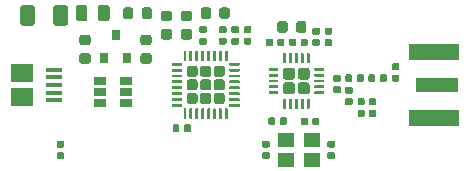
<source format=gbr>
G04 #@! TF.GenerationSoftware,KiCad,Pcbnew,(5.1.5)-3*
G04 #@! TF.CreationDate,2020-05-11T01:57:27+02:00*
G04 #@! TF.ProjectId,STRF,53545246-2e6b-4696-9361-645f70636258,rev?*
G04 #@! TF.SameCoordinates,Original*
G04 #@! TF.FileFunction,Paste,Top*
G04 #@! TF.FilePolarity,Positive*
%FSLAX46Y46*%
G04 Gerber Fmt 4.6, Leading zero omitted, Abs format (unit mm)*
G04 Created by KiCad (PCBNEW (5.1.5)-3) date 2020-05-11 01:57:27*
%MOMM*%
%LPD*%
G04 APERTURE LIST*
%ADD10C,0.100000*%
%ADD11R,4.200000X1.350000*%
%ADD12R,3.600000X1.270000*%
%ADD13R,1.060000X0.650000*%
%ADD14R,1.900000X1.500000*%
%ADD15R,1.350000X0.400000*%
%ADD16R,0.800000X0.900000*%
%ADD17R,1.400000X1.200000*%
G04 APERTURE END LIST*
D10*
G36*
X41961958Y-29505710D02*
G01*
X41976276Y-29507834D01*
X41990317Y-29511351D01*
X42003946Y-29516228D01*
X42017031Y-29522417D01*
X42029447Y-29529858D01*
X42041073Y-29538481D01*
X42051798Y-29548202D01*
X42061519Y-29558927D01*
X42070142Y-29570553D01*
X42077583Y-29582969D01*
X42083772Y-29596054D01*
X42088649Y-29609683D01*
X42092166Y-29623724D01*
X42094290Y-29638042D01*
X42095000Y-29652500D01*
X42095000Y-29947500D01*
X42094290Y-29961958D01*
X42092166Y-29976276D01*
X42088649Y-29990317D01*
X42083772Y-30003946D01*
X42077583Y-30017031D01*
X42070142Y-30029447D01*
X42061519Y-30041073D01*
X42051798Y-30051798D01*
X42041073Y-30061519D01*
X42029447Y-30070142D01*
X42017031Y-30077583D01*
X42003946Y-30083772D01*
X41990317Y-30088649D01*
X41976276Y-30092166D01*
X41961958Y-30094290D01*
X41947500Y-30095000D01*
X41602500Y-30095000D01*
X41588042Y-30094290D01*
X41573724Y-30092166D01*
X41559683Y-30088649D01*
X41546054Y-30083772D01*
X41532969Y-30077583D01*
X41520553Y-30070142D01*
X41508927Y-30061519D01*
X41498202Y-30051798D01*
X41488481Y-30041073D01*
X41479858Y-30029447D01*
X41472417Y-30017031D01*
X41466228Y-30003946D01*
X41461351Y-29990317D01*
X41457834Y-29976276D01*
X41455710Y-29961958D01*
X41455000Y-29947500D01*
X41455000Y-29652500D01*
X41455710Y-29638042D01*
X41457834Y-29623724D01*
X41461351Y-29609683D01*
X41466228Y-29596054D01*
X41472417Y-29582969D01*
X41479858Y-29570553D01*
X41488481Y-29558927D01*
X41498202Y-29548202D01*
X41508927Y-29538481D01*
X41520553Y-29529858D01*
X41532969Y-29522417D01*
X41546054Y-29516228D01*
X41559683Y-29511351D01*
X41573724Y-29507834D01*
X41588042Y-29505710D01*
X41602500Y-29505000D01*
X41947500Y-29505000D01*
X41961958Y-29505710D01*
G37*
G36*
X41961958Y-30475710D02*
G01*
X41976276Y-30477834D01*
X41990317Y-30481351D01*
X42003946Y-30486228D01*
X42017031Y-30492417D01*
X42029447Y-30499858D01*
X42041073Y-30508481D01*
X42051798Y-30518202D01*
X42061519Y-30528927D01*
X42070142Y-30540553D01*
X42077583Y-30552969D01*
X42083772Y-30566054D01*
X42088649Y-30579683D01*
X42092166Y-30593724D01*
X42094290Y-30608042D01*
X42095000Y-30622500D01*
X42095000Y-30917500D01*
X42094290Y-30931958D01*
X42092166Y-30946276D01*
X42088649Y-30960317D01*
X42083772Y-30973946D01*
X42077583Y-30987031D01*
X42070142Y-30999447D01*
X42061519Y-31011073D01*
X42051798Y-31021798D01*
X42041073Y-31031519D01*
X42029447Y-31040142D01*
X42017031Y-31047583D01*
X42003946Y-31053772D01*
X41990317Y-31058649D01*
X41976276Y-31062166D01*
X41961958Y-31064290D01*
X41947500Y-31065000D01*
X41602500Y-31065000D01*
X41588042Y-31064290D01*
X41573724Y-31062166D01*
X41559683Y-31058649D01*
X41546054Y-31053772D01*
X41532969Y-31047583D01*
X41520553Y-31040142D01*
X41508927Y-31031519D01*
X41498202Y-31021798D01*
X41488481Y-31011073D01*
X41479858Y-30999447D01*
X41472417Y-30987031D01*
X41466228Y-30973946D01*
X41461351Y-30960317D01*
X41457834Y-30946276D01*
X41455710Y-30931958D01*
X41455000Y-30917500D01*
X41455000Y-30622500D01*
X41455710Y-30608042D01*
X41457834Y-30593724D01*
X41461351Y-30579683D01*
X41466228Y-30566054D01*
X41472417Y-30552969D01*
X41479858Y-30540553D01*
X41488481Y-30528927D01*
X41498202Y-30518202D01*
X41508927Y-30508481D01*
X41520553Y-30499858D01*
X41532969Y-30492417D01*
X41546054Y-30486228D01*
X41559683Y-30481351D01*
X41573724Y-30477834D01*
X41588042Y-30475710D01*
X41602500Y-30475000D01*
X41947500Y-30475000D01*
X41961958Y-30475710D01*
G37*
G36*
X23549504Y-27726204D02*
G01*
X23573773Y-27729804D01*
X23597571Y-27735765D01*
X23620671Y-27744030D01*
X23642849Y-27754520D01*
X23663893Y-27767133D01*
X23683598Y-27781747D01*
X23701777Y-27798223D01*
X23718253Y-27816402D01*
X23732867Y-27836107D01*
X23745480Y-27857151D01*
X23755970Y-27879329D01*
X23764235Y-27902429D01*
X23770196Y-27926227D01*
X23773796Y-27950496D01*
X23775000Y-27975000D01*
X23775000Y-29225000D01*
X23773796Y-29249504D01*
X23770196Y-29273773D01*
X23764235Y-29297571D01*
X23755970Y-29320671D01*
X23745480Y-29342849D01*
X23732867Y-29363893D01*
X23718253Y-29383598D01*
X23701777Y-29401777D01*
X23683598Y-29418253D01*
X23663893Y-29432867D01*
X23642849Y-29445480D01*
X23620671Y-29455970D01*
X23597571Y-29464235D01*
X23573773Y-29470196D01*
X23549504Y-29473796D01*
X23525000Y-29475000D01*
X22775000Y-29475000D01*
X22750496Y-29473796D01*
X22726227Y-29470196D01*
X22702429Y-29464235D01*
X22679329Y-29455970D01*
X22657151Y-29445480D01*
X22636107Y-29432867D01*
X22616402Y-29418253D01*
X22598223Y-29401777D01*
X22581747Y-29383598D01*
X22567133Y-29363893D01*
X22554520Y-29342849D01*
X22544030Y-29320671D01*
X22535765Y-29297571D01*
X22529804Y-29273773D01*
X22526204Y-29249504D01*
X22525000Y-29225000D01*
X22525000Y-27975000D01*
X22526204Y-27950496D01*
X22529804Y-27926227D01*
X22535765Y-27902429D01*
X22544030Y-27879329D01*
X22554520Y-27857151D01*
X22567133Y-27836107D01*
X22581747Y-27816402D01*
X22598223Y-27798223D01*
X22616402Y-27781747D01*
X22636107Y-27767133D01*
X22657151Y-27754520D01*
X22679329Y-27744030D01*
X22702429Y-27735765D01*
X22726227Y-27729804D01*
X22750496Y-27726204D01*
X22775000Y-27725000D01*
X23525000Y-27725000D01*
X23549504Y-27726204D01*
G37*
G36*
X26349504Y-27726204D02*
G01*
X26373773Y-27729804D01*
X26397571Y-27735765D01*
X26420671Y-27744030D01*
X26442849Y-27754520D01*
X26463893Y-27767133D01*
X26483598Y-27781747D01*
X26501777Y-27798223D01*
X26518253Y-27816402D01*
X26532867Y-27836107D01*
X26545480Y-27857151D01*
X26555970Y-27879329D01*
X26564235Y-27902429D01*
X26570196Y-27926227D01*
X26573796Y-27950496D01*
X26575000Y-27975000D01*
X26575000Y-29225000D01*
X26573796Y-29249504D01*
X26570196Y-29273773D01*
X26564235Y-29297571D01*
X26555970Y-29320671D01*
X26545480Y-29342849D01*
X26532867Y-29363893D01*
X26518253Y-29383598D01*
X26501777Y-29401777D01*
X26483598Y-29418253D01*
X26463893Y-29432867D01*
X26442849Y-29445480D01*
X26420671Y-29455970D01*
X26397571Y-29464235D01*
X26373773Y-29470196D01*
X26349504Y-29473796D01*
X26325000Y-29475000D01*
X25575000Y-29475000D01*
X25550496Y-29473796D01*
X25526227Y-29470196D01*
X25502429Y-29464235D01*
X25479329Y-29455970D01*
X25457151Y-29445480D01*
X25436107Y-29432867D01*
X25416402Y-29418253D01*
X25398223Y-29401777D01*
X25381747Y-29383598D01*
X25367133Y-29363893D01*
X25354520Y-29342849D01*
X25344030Y-29320671D01*
X25335765Y-29297571D01*
X25329804Y-29273773D01*
X25326204Y-29249504D01*
X25325000Y-29225000D01*
X25325000Y-27975000D01*
X25326204Y-27950496D01*
X25329804Y-27926227D01*
X25335765Y-27902429D01*
X25344030Y-27879329D01*
X25354520Y-27857151D01*
X25367133Y-27836107D01*
X25381747Y-27816402D01*
X25398223Y-27798223D01*
X25416402Y-27781747D01*
X25436107Y-27767133D01*
X25457151Y-27754520D01*
X25479329Y-27744030D01*
X25502429Y-27735765D01*
X25526227Y-27729804D01*
X25550496Y-27726204D01*
X25575000Y-27725000D01*
X26325000Y-27725000D01*
X26349504Y-27726204D01*
G37*
D11*
X57600000Y-37325000D03*
X57600000Y-31675000D03*
D12*
X57800000Y-34500000D03*
D13*
X29250000Y-35100000D03*
X29250000Y-36050000D03*
X29250000Y-34150000D03*
X31450000Y-34150000D03*
X31450000Y-35100000D03*
X31450000Y-36050000D03*
D10*
G36*
X28287691Y-30233553D02*
G01*
X28308926Y-30236703D01*
X28329750Y-30241919D01*
X28349962Y-30249151D01*
X28369368Y-30258330D01*
X28387781Y-30269366D01*
X28405024Y-30282154D01*
X28420930Y-30296570D01*
X28435346Y-30312476D01*
X28448134Y-30329719D01*
X28459170Y-30348132D01*
X28468349Y-30367538D01*
X28475581Y-30387750D01*
X28480797Y-30408574D01*
X28483947Y-30429809D01*
X28485000Y-30451250D01*
X28485000Y-30888750D01*
X28483947Y-30910191D01*
X28480797Y-30931426D01*
X28475581Y-30952250D01*
X28468349Y-30972462D01*
X28459170Y-30991868D01*
X28448134Y-31010281D01*
X28435346Y-31027524D01*
X28420930Y-31043430D01*
X28405024Y-31057846D01*
X28387781Y-31070634D01*
X28369368Y-31081670D01*
X28349962Y-31090849D01*
X28329750Y-31098081D01*
X28308926Y-31103297D01*
X28287691Y-31106447D01*
X28266250Y-31107500D01*
X27753750Y-31107500D01*
X27732309Y-31106447D01*
X27711074Y-31103297D01*
X27690250Y-31098081D01*
X27670038Y-31090849D01*
X27650632Y-31081670D01*
X27632219Y-31070634D01*
X27614976Y-31057846D01*
X27599070Y-31043430D01*
X27584654Y-31027524D01*
X27571866Y-31010281D01*
X27560830Y-30991868D01*
X27551651Y-30972462D01*
X27544419Y-30952250D01*
X27539203Y-30931426D01*
X27536053Y-30910191D01*
X27535000Y-30888750D01*
X27535000Y-30451250D01*
X27536053Y-30429809D01*
X27539203Y-30408574D01*
X27544419Y-30387750D01*
X27551651Y-30367538D01*
X27560830Y-30348132D01*
X27571866Y-30329719D01*
X27584654Y-30312476D01*
X27599070Y-30296570D01*
X27614976Y-30282154D01*
X27632219Y-30269366D01*
X27650632Y-30258330D01*
X27670038Y-30249151D01*
X27690250Y-30241919D01*
X27711074Y-30236703D01*
X27732309Y-30233553D01*
X27753750Y-30232500D01*
X28266250Y-30232500D01*
X28287691Y-30233553D01*
G37*
G36*
X28287691Y-31808553D02*
G01*
X28308926Y-31811703D01*
X28329750Y-31816919D01*
X28349962Y-31824151D01*
X28369368Y-31833330D01*
X28387781Y-31844366D01*
X28405024Y-31857154D01*
X28420930Y-31871570D01*
X28435346Y-31887476D01*
X28448134Y-31904719D01*
X28459170Y-31923132D01*
X28468349Y-31942538D01*
X28475581Y-31962750D01*
X28480797Y-31983574D01*
X28483947Y-32004809D01*
X28485000Y-32026250D01*
X28485000Y-32463750D01*
X28483947Y-32485191D01*
X28480797Y-32506426D01*
X28475581Y-32527250D01*
X28468349Y-32547462D01*
X28459170Y-32566868D01*
X28448134Y-32585281D01*
X28435346Y-32602524D01*
X28420930Y-32618430D01*
X28405024Y-32632846D01*
X28387781Y-32645634D01*
X28369368Y-32656670D01*
X28349962Y-32665849D01*
X28329750Y-32673081D01*
X28308926Y-32678297D01*
X28287691Y-32681447D01*
X28266250Y-32682500D01*
X27753750Y-32682500D01*
X27732309Y-32681447D01*
X27711074Y-32678297D01*
X27690250Y-32673081D01*
X27670038Y-32665849D01*
X27650632Y-32656670D01*
X27632219Y-32645634D01*
X27614976Y-32632846D01*
X27599070Y-32618430D01*
X27584654Y-32602524D01*
X27571866Y-32585281D01*
X27560830Y-32566868D01*
X27551651Y-32547462D01*
X27544419Y-32527250D01*
X27539203Y-32506426D01*
X27536053Y-32485191D01*
X27535000Y-32463750D01*
X27535000Y-32026250D01*
X27536053Y-32004809D01*
X27539203Y-31983574D01*
X27544419Y-31962750D01*
X27551651Y-31942538D01*
X27560830Y-31923132D01*
X27571866Y-31904719D01*
X27584654Y-31887476D01*
X27599070Y-31871570D01*
X27614976Y-31857154D01*
X27632219Y-31844366D01*
X27650632Y-31833330D01*
X27670038Y-31824151D01*
X27690250Y-31816919D01*
X27711074Y-31811703D01*
X27732309Y-31808553D01*
X27753750Y-31807500D01*
X28266250Y-31807500D01*
X28287691Y-31808553D01*
G37*
G36*
X33457691Y-31803553D02*
G01*
X33478926Y-31806703D01*
X33499750Y-31811919D01*
X33519962Y-31819151D01*
X33539368Y-31828330D01*
X33557781Y-31839366D01*
X33575024Y-31852154D01*
X33590930Y-31866570D01*
X33605346Y-31882476D01*
X33618134Y-31899719D01*
X33629170Y-31918132D01*
X33638349Y-31937538D01*
X33645581Y-31957750D01*
X33650797Y-31978574D01*
X33653947Y-31999809D01*
X33655000Y-32021250D01*
X33655000Y-32458750D01*
X33653947Y-32480191D01*
X33650797Y-32501426D01*
X33645581Y-32522250D01*
X33638349Y-32542462D01*
X33629170Y-32561868D01*
X33618134Y-32580281D01*
X33605346Y-32597524D01*
X33590930Y-32613430D01*
X33575024Y-32627846D01*
X33557781Y-32640634D01*
X33539368Y-32651670D01*
X33519962Y-32660849D01*
X33499750Y-32668081D01*
X33478926Y-32673297D01*
X33457691Y-32676447D01*
X33436250Y-32677500D01*
X32923750Y-32677500D01*
X32902309Y-32676447D01*
X32881074Y-32673297D01*
X32860250Y-32668081D01*
X32840038Y-32660849D01*
X32820632Y-32651670D01*
X32802219Y-32640634D01*
X32784976Y-32627846D01*
X32769070Y-32613430D01*
X32754654Y-32597524D01*
X32741866Y-32580281D01*
X32730830Y-32561868D01*
X32721651Y-32542462D01*
X32714419Y-32522250D01*
X32709203Y-32501426D01*
X32706053Y-32480191D01*
X32705000Y-32458750D01*
X32705000Y-32021250D01*
X32706053Y-31999809D01*
X32709203Y-31978574D01*
X32714419Y-31957750D01*
X32721651Y-31937538D01*
X32730830Y-31918132D01*
X32741866Y-31899719D01*
X32754654Y-31882476D01*
X32769070Y-31866570D01*
X32784976Y-31852154D01*
X32802219Y-31839366D01*
X32820632Y-31828330D01*
X32840038Y-31819151D01*
X32860250Y-31811919D01*
X32881074Y-31806703D01*
X32902309Y-31803553D01*
X32923750Y-31802500D01*
X33436250Y-31802500D01*
X33457691Y-31803553D01*
G37*
G36*
X33457691Y-30228553D02*
G01*
X33478926Y-30231703D01*
X33499750Y-30236919D01*
X33519962Y-30244151D01*
X33539368Y-30253330D01*
X33557781Y-30264366D01*
X33575024Y-30277154D01*
X33590930Y-30291570D01*
X33605346Y-30307476D01*
X33618134Y-30324719D01*
X33629170Y-30343132D01*
X33638349Y-30362538D01*
X33645581Y-30382750D01*
X33650797Y-30403574D01*
X33653947Y-30424809D01*
X33655000Y-30446250D01*
X33655000Y-30883750D01*
X33653947Y-30905191D01*
X33650797Y-30926426D01*
X33645581Y-30947250D01*
X33638349Y-30967462D01*
X33629170Y-30986868D01*
X33618134Y-31005281D01*
X33605346Y-31022524D01*
X33590930Y-31038430D01*
X33575024Y-31052846D01*
X33557781Y-31065634D01*
X33539368Y-31076670D01*
X33519962Y-31085849D01*
X33499750Y-31093081D01*
X33478926Y-31098297D01*
X33457691Y-31101447D01*
X33436250Y-31102500D01*
X32923750Y-31102500D01*
X32902309Y-31101447D01*
X32881074Y-31098297D01*
X32860250Y-31093081D01*
X32840038Y-31085849D01*
X32820632Y-31076670D01*
X32802219Y-31065634D01*
X32784976Y-31052846D01*
X32769070Y-31038430D01*
X32754654Y-31022524D01*
X32741866Y-31005281D01*
X32730830Y-30986868D01*
X32721651Y-30967462D01*
X32714419Y-30947250D01*
X32709203Y-30926426D01*
X32706053Y-30905191D01*
X32705000Y-30883750D01*
X32705000Y-30446250D01*
X32706053Y-30424809D01*
X32709203Y-30403574D01*
X32714419Y-30382750D01*
X32721651Y-30362538D01*
X32730830Y-30343132D01*
X32741866Y-30324719D01*
X32754654Y-30307476D01*
X32769070Y-30291570D01*
X32784976Y-30277154D01*
X32802219Y-30264366D01*
X32820632Y-30253330D01*
X32840038Y-30244151D01*
X32860250Y-30236919D01*
X32881074Y-30231703D01*
X32902309Y-30228553D01*
X32923750Y-30227500D01*
X33436250Y-30227500D01*
X33457691Y-30228553D01*
G37*
G36*
X26111958Y-39210710D02*
G01*
X26126276Y-39212834D01*
X26140317Y-39216351D01*
X26153946Y-39221228D01*
X26167031Y-39227417D01*
X26179447Y-39234858D01*
X26191073Y-39243481D01*
X26201798Y-39253202D01*
X26211519Y-39263927D01*
X26220142Y-39275553D01*
X26227583Y-39287969D01*
X26233772Y-39301054D01*
X26238649Y-39314683D01*
X26242166Y-39328724D01*
X26244290Y-39343042D01*
X26245000Y-39357500D01*
X26245000Y-39652500D01*
X26244290Y-39666958D01*
X26242166Y-39681276D01*
X26238649Y-39695317D01*
X26233772Y-39708946D01*
X26227583Y-39722031D01*
X26220142Y-39734447D01*
X26211519Y-39746073D01*
X26201798Y-39756798D01*
X26191073Y-39766519D01*
X26179447Y-39775142D01*
X26167031Y-39782583D01*
X26153946Y-39788772D01*
X26140317Y-39793649D01*
X26126276Y-39797166D01*
X26111958Y-39799290D01*
X26097500Y-39800000D01*
X25752500Y-39800000D01*
X25738042Y-39799290D01*
X25723724Y-39797166D01*
X25709683Y-39793649D01*
X25696054Y-39788772D01*
X25682969Y-39782583D01*
X25670553Y-39775142D01*
X25658927Y-39766519D01*
X25648202Y-39756798D01*
X25638481Y-39746073D01*
X25629858Y-39734447D01*
X25622417Y-39722031D01*
X25616228Y-39708946D01*
X25611351Y-39695317D01*
X25607834Y-39681276D01*
X25605710Y-39666958D01*
X25605000Y-39652500D01*
X25605000Y-39357500D01*
X25605710Y-39343042D01*
X25607834Y-39328724D01*
X25611351Y-39314683D01*
X25616228Y-39301054D01*
X25622417Y-39287969D01*
X25629858Y-39275553D01*
X25638481Y-39263927D01*
X25648202Y-39253202D01*
X25658927Y-39243481D01*
X25670553Y-39234858D01*
X25682969Y-39227417D01*
X25696054Y-39221228D01*
X25709683Y-39216351D01*
X25723724Y-39212834D01*
X25738042Y-39210710D01*
X25752500Y-39210000D01*
X26097500Y-39210000D01*
X26111958Y-39210710D01*
G37*
G36*
X26111958Y-40180710D02*
G01*
X26126276Y-40182834D01*
X26140317Y-40186351D01*
X26153946Y-40191228D01*
X26167031Y-40197417D01*
X26179447Y-40204858D01*
X26191073Y-40213481D01*
X26201798Y-40223202D01*
X26211519Y-40233927D01*
X26220142Y-40245553D01*
X26227583Y-40257969D01*
X26233772Y-40271054D01*
X26238649Y-40284683D01*
X26242166Y-40298724D01*
X26244290Y-40313042D01*
X26245000Y-40327500D01*
X26245000Y-40622500D01*
X26244290Y-40636958D01*
X26242166Y-40651276D01*
X26238649Y-40665317D01*
X26233772Y-40678946D01*
X26227583Y-40692031D01*
X26220142Y-40704447D01*
X26211519Y-40716073D01*
X26201798Y-40726798D01*
X26191073Y-40736519D01*
X26179447Y-40745142D01*
X26167031Y-40752583D01*
X26153946Y-40758772D01*
X26140317Y-40763649D01*
X26126276Y-40767166D01*
X26111958Y-40769290D01*
X26097500Y-40770000D01*
X25752500Y-40770000D01*
X25738042Y-40769290D01*
X25723724Y-40767166D01*
X25709683Y-40763649D01*
X25696054Y-40758772D01*
X25682969Y-40752583D01*
X25670553Y-40745142D01*
X25658927Y-40736519D01*
X25648202Y-40726798D01*
X25638481Y-40716073D01*
X25629858Y-40704447D01*
X25622417Y-40692031D01*
X25616228Y-40678946D01*
X25611351Y-40665317D01*
X25607834Y-40651276D01*
X25605710Y-40636958D01*
X25605000Y-40622500D01*
X25605000Y-40327500D01*
X25605710Y-40313042D01*
X25607834Y-40298724D01*
X25611351Y-40284683D01*
X25616228Y-40271054D01*
X25622417Y-40257969D01*
X25629858Y-40245553D01*
X25638481Y-40233927D01*
X25648202Y-40223202D01*
X25658927Y-40213481D01*
X25670553Y-40204858D01*
X25682969Y-40197417D01*
X25696054Y-40191228D01*
X25709683Y-40186351D01*
X25723724Y-40182834D01*
X25738042Y-40180710D01*
X25752500Y-40180000D01*
X26097500Y-40180000D01*
X26111958Y-40180710D01*
G37*
G36*
X40911958Y-30480710D02*
G01*
X40926276Y-30482834D01*
X40940317Y-30486351D01*
X40953946Y-30491228D01*
X40967031Y-30497417D01*
X40979447Y-30504858D01*
X40991073Y-30513481D01*
X41001798Y-30523202D01*
X41011519Y-30533927D01*
X41020142Y-30545553D01*
X41027583Y-30557969D01*
X41033772Y-30571054D01*
X41038649Y-30584683D01*
X41042166Y-30598724D01*
X41044290Y-30613042D01*
X41045000Y-30627500D01*
X41045000Y-30922500D01*
X41044290Y-30936958D01*
X41042166Y-30951276D01*
X41038649Y-30965317D01*
X41033772Y-30978946D01*
X41027583Y-30992031D01*
X41020142Y-31004447D01*
X41011519Y-31016073D01*
X41001798Y-31026798D01*
X40991073Y-31036519D01*
X40979447Y-31045142D01*
X40967031Y-31052583D01*
X40953946Y-31058772D01*
X40940317Y-31063649D01*
X40926276Y-31067166D01*
X40911958Y-31069290D01*
X40897500Y-31070000D01*
X40552500Y-31070000D01*
X40538042Y-31069290D01*
X40523724Y-31067166D01*
X40509683Y-31063649D01*
X40496054Y-31058772D01*
X40482969Y-31052583D01*
X40470553Y-31045142D01*
X40458927Y-31036519D01*
X40448202Y-31026798D01*
X40438481Y-31016073D01*
X40429858Y-31004447D01*
X40422417Y-30992031D01*
X40416228Y-30978946D01*
X40411351Y-30965317D01*
X40407834Y-30951276D01*
X40405710Y-30936958D01*
X40405000Y-30922500D01*
X40405000Y-30627500D01*
X40405710Y-30613042D01*
X40407834Y-30598724D01*
X40411351Y-30584683D01*
X40416228Y-30571054D01*
X40422417Y-30557969D01*
X40429858Y-30545553D01*
X40438481Y-30533927D01*
X40448202Y-30523202D01*
X40458927Y-30513481D01*
X40470553Y-30504858D01*
X40482969Y-30497417D01*
X40496054Y-30491228D01*
X40509683Y-30486351D01*
X40523724Y-30482834D01*
X40538042Y-30480710D01*
X40552500Y-30480000D01*
X40897500Y-30480000D01*
X40911958Y-30480710D01*
G37*
G36*
X40911958Y-29510710D02*
G01*
X40926276Y-29512834D01*
X40940317Y-29516351D01*
X40953946Y-29521228D01*
X40967031Y-29527417D01*
X40979447Y-29534858D01*
X40991073Y-29543481D01*
X41001798Y-29553202D01*
X41011519Y-29563927D01*
X41020142Y-29575553D01*
X41027583Y-29587969D01*
X41033772Y-29601054D01*
X41038649Y-29614683D01*
X41042166Y-29628724D01*
X41044290Y-29643042D01*
X41045000Y-29657500D01*
X41045000Y-29952500D01*
X41044290Y-29966958D01*
X41042166Y-29981276D01*
X41038649Y-29995317D01*
X41033772Y-30008946D01*
X41027583Y-30022031D01*
X41020142Y-30034447D01*
X41011519Y-30046073D01*
X41001798Y-30056798D01*
X40991073Y-30066519D01*
X40979447Y-30075142D01*
X40967031Y-30082583D01*
X40953946Y-30088772D01*
X40940317Y-30093649D01*
X40926276Y-30097166D01*
X40911958Y-30099290D01*
X40897500Y-30100000D01*
X40552500Y-30100000D01*
X40538042Y-30099290D01*
X40523724Y-30097166D01*
X40509683Y-30093649D01*
X40496054Y-30088772D01*
X40482969Y-30082583D01*
X40470553Y-30075142D01*
X40458927Y-30066519D01*
X40448202Y-30056798D01*
X40438481Y-30046073D01*
X40429858Y-30034447D01*
X40422417Y-30022031D01*
X40416228Y-30008946D01*
X40411351Y-29995317D01*
X40407834Y-29981276D01*
X40405710Y-29966958D01*
X40405000Y-29952500D01*
X40405000Y-29657500D01*
X40405710Y-29643042D01*
X40407834Y-29628724D01*
X40411351Y-29614683D01*
X40416228Y-29601054D01*
X40422417Y-29587969D01*
X40429858Y-29575553D01*
X40438481Y-29563927D01*
X40448202Y-29553202D01*
X40458927Y-29543481D01*
X40470553Y-29534858D01*
X40482969Y-29527417D01*
X40496054Y-29521228D01*
X40509683Y-29516351D01*
X40523724Y-29512834D01*
X40538042Y-29510710D01*
X40552500Y-29510000D01*
X40897500Y-29510000D01*
X40911958Y-29510710D01*
G37*
G36*
X39861958Y-30480710D02*
G01*
X39876276Y-30482834D01*
X39890317Y-30486351D01*
X39903946Y-30491228D01*
X39917031Y-30497417D01*
X39929447Y-30504858D01*
X39941073Y-30513481D01*
X39951798Y-30523202D01*
X39961519Y-30533927D01*
X39970142Y-30545553D01*
X39977583Y-30557969D01*
X39983772Y-30571054D01*
X39988649Y-30584683D01*
X39992166Y-30598724D01*
X39994290Y-30613042D01*
X39995000Y-30627500D01*
X39995000Y-30922500D01*
X39994290Y-30936958D01*
X39992166Y-30951276D01*
X39988649Y-30965317D01*
X39983772Y-30978946D01*
X39977583Y-30992031D01*
X39970142Y-31004447D01*
X39961519Y-31016073D01*
X39951798Y-31026798D01*
X39941073Y-31036519D01*
X39929447Y-31045142D01*
X39917031Y-31052583D01*
X39903946Y-31058772D01*
X39890317Y-31063649D01*
X39876276Y-31067166D01*
X39861958Y-31069290D01*
X39847500Y-31070000D01*
X39502500Y-31070000D01*
X39488042Y-31069290D01*
X39473724Y-31067166D01*
X39459683Y-31063649D01*
X39446054Y-31058772D01*
X39432969Y-31052583D01*
X39420553Y-31045142D01*
X39408927Y-31036519D01*
X39398202Y-31026798D01*
X39388481Y-31016073D01*
X39379858Y-31004447D01*
X39372417Y-30992031D01*
X39366228Y-30978946D01*
X39361351Y-30965317D01*
X39357834Y-30951276D01*
X39355710Y-30936958D01*
X39355000Y-30922500D01*
X39355000Y-30627500D01*
X39355710Y-30613042D01*
X39357834Y-30598724D01*
X39361351Y-30584683D01*
X39366228Y-30571054D01*
X39372417Y-30557969D01*
X39379858Y-30545553D01*
X39388481Y-30533927D01*
X39398202Y-30523202D01*
X39408927Y-30513481D01*
X39420553Y-30504858D01*
X39432969Y-30497417D01*
X39446054Y-30491228D01*
X39459683Y-30486351D01*
X39473724Y-30482834D01*
X39488042Y-30480710D01*
X39502500Y-30480000D01*
X39847500Y-30480000D01*
X39861958Y-30480710D01*
G37*
G36*
X39861958Y-29510710D02*
G01*
X39876276Y-29512834D01*
X39890317Y-29516351D01*
X39903946Y-29521228D01*
X39917031Y-29527417D01*
X39929447Y-29534858D01*
X39941073Y-29543481D01*
X39951798Y-29553202D01*
X39961519Y-29563927D01*
X39970142Y-29575553D01*
X39977583Y-29587969D01*
X39983772Y-29601054D01*
X39988649Y-29614683D01*
X39992166Y-29628724D01*
X39994290Y-29643042D01*
X39995000Y-29657500D01*
X39995000Y-29952500D01*
X39994290Y-29966958D01*
X39992166Y-29981276D01*
X39988649Y-29995317D01*
X39983772Y-30008946D01*
X39977583Y-30022031D01*
X39970142Y-30034447D01*
X39961519Y-30046073D01*
X39951798Y-30056798D01*
X39941073Y-30066519D01*
X39929447Y-30075142D01*
X39917031Y-30082583D01*
X39903946Y-30088772D01*
X39890317Y-30093649D01*
X39876276Y-30097166D01*
X39861958Y-30099290D01*
X39847500Y-30100000D01*
X39502500Y-30100000D01*
X39488042Y-30099290D01*
X39473724Y-30097166D01*
X39459683Y-30093649D01*
X39446054Y-30088772D01*
X39432969Y-30082583D01*
X39420553Y-30075142D01*
X39408927Y-30066519D01*
X39398202Y-30056798D01*
X39388481Y-30046073D01*
X39379858Y-30034447D01*
X39372417Y-30022031D01*
X39366228Y-30008946D01*
X39361351Y-29995317D01*
X39357834Y-29981276D01*
X39355710Y-29966958D01*
X39355000Y-29952500D01*
X39355000Y-29657500D01*
X39355710Y-29643042D01*
X39357834Y-29628724D01*
X39361351Y-29614683D01*
X39366228Y-29601054D01*
X39372417Y-29587969D01*
X39379858Y-29575553D01*
X39388481Y-29563927D01*
X39398202Y-29553202D01*
X39408927Y-29543481D01*
X39420553Y-29534858D01*
X39432969Y-29527417D01*
X39446054Y-29521228D01*
X39459683Y-29516351D01*
X39473724Y-29512834D01*
X39488042Y-29510710D01*
X39502500Y-29510000D01*
X39847500Y-29510000D01*
X39861958Y-29510710D01*
G37*
G36*
X36846958Y-37830710D02*
G01*
X36861276Y-37832834D01*
X36875317Y-37836351D01*
X36888946Y-37841228D01*
X36902031Y-37847417D01*
X36914447Y-37854858D01*
X36926073Y-37863481D01*
X36936798Y-37873202D01*
X36946519Y-37883927D01*
X36955142Y-37895553D01*
X36962583Y-37907969D01*
X36968772Y-37921054D01*
X36973649Y-37934683D01*
X36977166Y-37948724D01*
X36979290Y-37963042D01*
X36980000Y-37977500D01*
X36980000Y-38322500D01*
X36979290Y-38336958D01*
X36977166Y-38351276D01*
X36973649Y-38365317D01*
X36968772Y-38378946D01*
X36962583Y-38392031D01*
X36955142Y-38404447D01*
X36946519Y-38416073D01*
X36936798Y-38426798D01*
X36926073Y-38436519D01*
X36914447Y-38445142D01*
X36902031Y-38452583D01*
X36888946Y-38458772D01*
X36875317Y-38463649D01*
X36861276Y-38467166D01*
X36846958Y-38469290D01*
X36832500Y-38470000D01*
X36537500Y-38470000D01*
X36523042Y-38469290D01*
X36508724Y-38467166D01*
X36494683Y-38463649D01*
X36481054Y-38458772D01*
X36467969Y-38452583D01*
X36455553Y-38445142D01*
X36443927Y-38436519D01*
X36433202Y-38426798D01*
X36423481Y-38416073D01*
X36414858Y-38404447D01*
X36407417Y-38392031D01*
X36401228Y-38378946D01*
X36396351Y-38365317D01*
X36392834Y-38351276D01*
X36390710Y-38336958D01*
X36390000Y-38322500D01*
X36390000Y-37977500D01*
X36390710Y-37963042D01*
X36392834Y-37948724D01*
X36396351Y-37934683D01*
X36401228Y-37921054D01*
X36407417Y-37907969D01*
X36414858Y-37895553D01*
X36423481Y-37883927D01*
X36433202Y-37873202D01*
X36443927Y-37863481D01*
X36455553Y-37854858D01*
X36467969Y-37847417D01*
X36481054Y-37841228D01*
X36494683Y-37836351D01*
X36508724Y-37832834D01*
X36523042Y-37830710D01*
X36537500Y-37830000D01*
X36832500Y-37830000D01*
X36846958Y-37830710D01*
G37*
G36*
X35876958Y-37830710D02*
G01*
X35891276Y-37832834D01*
X35905317Y-37836351D01*
X35918946Y-37841228D01*
X35932031Y-37847417D01*
X35944447Y-37854858D01*
X35956073Y-37863481D01*
X35966798Y-37873202D01*
X35976519Y-37883927D01*
X35985142Y-37895553D01*
X35992583Y-37907969D01*
X35998772Y-37921054D01*
X36003649Y-37934683D01*
X36007166Y-37948724D01*
X36009290Y-37963042D01*
X36010000Y-37977500D01*
X36010000Y-38322500D01*
X36009290Y-38336958D01*
X36007166Y-38351276D01*
X36003649Y-38365317D01*
X35998772Y-38378946D01*
X35992583Y-38392031D01*
X35985142Y-38404447D01*
X35976519Y-38416073D01*
X35966798Y-38426798D01*
X35956073Y-38436519D01*
X35944447Y-38445142D01*
X35932031Y-38452583D01*
X35918946Y-38458772D01*
X35905317Y-38463649D01*
X35891276Y-38467166D01*
X35876958Y-38469290D01*
X35862500Y-38470000D01*
X35567500Y-38470000D01*
X35553042Y-38469290D01*
X35538724Y-38467166D01*
X35524683Y-38463649D01*
X35511054Y-38458772D01*
X35497969Y-38452583D01*
X35485553Y-38445142D01*
X35473927Y-38436519D01*
X35463202Y-38426798D01*
X35453481Y-38416073D01*
X35444858Y-38404447D01*
X35437417Y-38392031D01*
X35431228Y-38378946D01*
X35426351Y-38365317D01*
X35422834Y-38351276D01*
X35420710Y-38336958D01*
X35420000Y-38322500D01*
X35420000Y-37977500D01*
X35420710Y-37963042D01*
X35422834Y-37948724D01*
X35426351Y-37934683D01*
X35431228Y-37921054D01*
X35437417Y-37907969D01*
X35444858Y-37895553D01*
X35453481Y-37883927D01*
X35463202Y-37873202D01*
X35473927Y-37863481D01*
X35485553Y-37854858D01*
X35497969Y-37847417D01*
X35511054Y-37841228D01*
X35524683Y-37836351D01*
X35538724Y-37832834D01*
X35553042Y-37830710D01*
X35567500Y-37830000D01*
X35862500Y-37830000D01*
X35876958Y-37830710D01*
G37*
G36*
X38186958Y-29510710D02*
G01*
X38201276Y-29512834D01*
X38215317Y-29516351D01*
X38228946Y-29521228D01*
X38242031Y-29527417D01*
X38254447Y-29534858D01*
X38266073Y-29543481D01*
X38276798Y-29553202D01*
X38286519Y-29563927D01*
X38295142Y-29575553D01*
X38302583Y-29587969D01*
X38308772Y-29601054D01*
X38313649Y-29614683D01*
X38317166Y-29628724D01*
X38319290Y-29643042D01*
X38320000Y-29657500D01*
X38320000Y-29952500D01*
X38319290Y-29966958D01*
X38317166Y-29981276D01*
X38313649Y-29995317D01*
X38308772Y-30008946D01*
X38302583Y-30022031D01*
X38295142Y-30034447D01*
X38286519Y-30046073D01*
X38276798Y-30056798D01*
X38266073Y-30066519D01*
X38254447Y-30075142D01*
X38242031Y-30082583D01*
X38228946Y-30088772D01*
X38215317Y-30093649D01*
X38201276Y-30097166D01*
X38186958Y-30099290D01*
X38172500Y-30100000D01*
X37827500Y-30100000D01*
X37813042Y-30099290D01*
X37798724Y-30097166D01*
X37784683Y-30093649D01*
X37771054Y-30088772D01*
X37757969Y-30082583D01*
X37745553Y-30075142D01*
X37733927Y-30066519D01*
X37723202Y-30056798D01*
X37713481Y-30046073D01*
X37704858Y-30034447D01*
X37697417Y-30022031D01*
X37691228Y-30008946D01*
X37686351Y-29995317D01*
X37682834Y-29981276D01*
X37680710Y-29966958D01*
X37680000Y-29952500D01*
X37680000Y-29657500D01*
X37680710Y-29643042D01*
X37682834Y-29628724D01*
X37686351Y-29614683D01*
X37691228Y-29601054D01*
X37697417Y-29587969D01*
X37704858Y-29575553D01*
X37713481Y-29563927D01*
X37723202Y-29553202D01*
X37733927Y-29543481D01*
X37745553Y-29534858D01*
X37757969Y-29527417D01*
X37771054Y-29521228D01*
X37784683Y-29516351D01*
X37798724Y-29512834D01*
X37813042Y-29510710D01*
X37827500Y-29510000D01*
X38172500Y-29510000D01*
X38186958Y-29510710D01*
G37*
G36*
X38186958Y-30480710D02*
G01*
X38201276Y-30482834D01*
X38215317Y-30486351D01*
X38228946Y-30491228D01*
X38242031Y-30497417D01*
X38254447Y-30504858D01*
X38266073Y-30513481D01*
X38276798Y-30523202D01*
X38286519Y-30533927D01*
X38295142Y-30545553D01*
X38302583Y-30557969D01*
X38308772Y-30571054D01*
X38313649Y-30584683D01*
X38317166Y-30598724D01*
X38319290Y-30613042D01*
X38320000Y-30627500D01*
X38320000Y-30922500D01*
X38319290Y-30936958D01*
X38317166Y-30951276D01*
X38313649Y-30965317D01*
X38308772Y-30978946D01*
X38302583Y-30992031D01*
X38295142Y-31004447D01*
X38286519Y-31016073D01*
X38276798Y-31026798D01*
X38266073Y-31036519D01*
X38254447Y-31045142D01*
X38242031Y-31052583D01*
X38228946Y-31058772D01*
X38215317Y-31063649D01*
X38201276Y-31067166D01*
X38186958Y-31069290D01*
X38172500Y-31070000D01*
X37827500Y-31070000D01*
X37813042Y-31069290D01*
X37798724Y-31067166D01*
X37784683Y-31063649D01*
X37771054Y-31058772D01*
X37757969Y-31052583D01*
X37745553Y-31045142D01*
X37733927Y-31036519D01*
X37723202Y-31026798D01*
X37713481Y-31016073D01*
X37704858Y-31004447D01*
X37697417Y-30992031D01*
X37691228Y-30978946D01*
X37686351Y-30965317D01*
X37682834Y-30951276D01*
X37680710Y-30936958D01*
X37680000Y-30922500D01*
X37680000Y-30627500D01*
X37680710Y-30613042D01*
X37682834Y-30598724D01*
X37686351Y-30584683D01*
X37691228Y-30571054D01*
X37697417Y-30557969D01*
X37704858Y-30545553D01*
X37713481Y-30533927D01*
X37723202Y-30523202D01*
X37733927Y-30513481D01*
X37745553Y-30504858D01*
X37757969Y-30497417D01*
X37771054Y-30491228D01*
X37784683Y-30486351D01*
X37798724Y-30482834D01*
X37813042Y-30480710D01*
X37827500Y-30480000D01*
X38172500Y-30480000D01*
X38186958Y-30480710D01*
G37*
G36*
X46552691Y-29101053D02*
G01*
X46573926Y-29104203D01*
X46594750Y-29109419D01*
X46614962Y-29116651D01*
X46634368Y-29125830D01*
X46652781Y-29136866D01*
X46670024Y-29149654D01*
X46685930Y-29164070D01*
X46700346Y-29179976D01*
X46713134Y-29197219D01*
X46724170Y-29215632D01*
X46733349Y-29235038D01*
X46740581Y-29255250D01*
X46745797Y-29276074D01*
X46748947Y-29297309D01*
X46750000Y-29318750D01*
X46750000Y-29831250D01*
X46748947Y-29852691D01*
X46745797Y-29873926D01*
X46740581Y-29894750D01*
X46733349Y-29914962D01*
X46724170Y-29934368D01*
X46713134Y-29952781D01*
X46700346Y-29970024D01*
X46685930Y-29985930D01*
X46670024Y-30000346D01*
X46652781Y-30013134D01*
X46634368Y-30024170D01*
X46614962Y-30033349D01*
X46594750Y-30040581D01*
X46573926Y-30045797D01*
X46552691Y-30048947D01*
X46531250Y-30050000D01*
X46093750Y-30050000D01*
X46072309Y-30048947D01*
X46051074Y-30045797D01*
X46030250Y-30040581D01*
X46010038Y-30033349D01*
X45990632Y-30024170D01*
X45972219Y-30013134D01*
X45954976Y-30000346D01*
X45939070Y-29985930D01*
X45924654Y-29970024D01*
X45911866Y-29952781D01*
X45900830Y-29934368D01*
X45891651Y-29914962D01*
X45884419Y-29894750D01*
X45879203Y-29873926D01*
X45876053Y-29852691D01*
X45875000Y-29831250D01*
X45875000Y-29318750D01*
X45876053Y-29297309D01*
X45879203Y-29276074D01*
X45884419Y-29255250D01*
X45891651Y-29235038D01*
X45900830Y-29215632D01*
X45911866Y-29197219D01*
X45924654Y-29179976D01*
X45939070Y-29164070D01*
X45954976Y-29149654D01*
X45972219Y-29136866D01*
X45990632Y-29125830D01*
X46010038Y-29116651D01*
X46030250Y-29109419D01*
X46051074Y-29104203D01*
X46072309Y-29101053D01*
X46093750Y-29100000D01*
X46531250Y-29100000D01*
X46552691Y-29101053D01*
G37*
G36*
X44977691Y-29101053D02*
G01*
X44998926Y-29104203D01*
X45019750Y-29109419D01*
X45039962Y-29116651D01*
X45059368Y-29125830D01*
X45077781Y-29136866D01*
X45095024Y-29149654D01*
X45110930Y-29164070D01*
X45125346Y-29179976D01*
X45138134Y-29197219D01*
X45149170Y-29215632D01*
X45158349Y-29235038D01*
X45165581Y-29255250D01*
X45170797Y-29276074D01*
X45173947Y-29297309D01*
X45175000Y-29318750D01*
X45175000Y-29831250D01*
X45173947Y-29852691D01*
X45170797Y-29873926D01*
X45165581Y-29894750D01*
X45158349Y-29914962D01*
X45149170Y-29934368D01*
X45138134Y-29952781D01*
X45125346Y-29970024D01*
X45110930Y-29985930D01*
X45095024Y-30000346D01*
X45077781Y-30013134D01*
X45059368Y-30024170D01*
X45039962Y-30033349D01*
X45019750Y-30040581D01*
X44998926Y-30045797D01*
X44977691Y-30048947D01*
X44956250Y-30050000D01*
X44518750Y-30050000D01*
X44497309Y-30048947D01*
X44476074Y-30045797D01*
X44455250Y-30040581D01*
X44435038Y-30033349D01*
X44415632Y-30024170D01*
X44397219Y-30013134D01*
X44379976Y-30000346D01*
X44364070Y-29985930D01*
X44349654Y-29970024D01*
X44336866Y-29952781D01*
X44325830Y-29934368D01*
X44316651Y-29914962D01*
X44309419Y-29894750D01*
X44304203Y-29873926D01*
X44301053Y-29852691D01*
X44300000Y-29831250D01*
X44300000Y-29318750D01*
X44301053Y-29297309D01*
X44304203Y-29276074D01*
X44309419Y-29255250D01*
X44316651Y-29235038D01*
X44325830Y-29215632D01*
X44336866Y-29197219D01*
X44349654Y-29179976D01*
X44364070Y-29164070D01*
X44379976Y-29149654D01*
X44397219Y-29136866D01*
X44415632Y-29125830D01*
X44435038Y-29116651D01*
X44455250Y-29109419D01*
X44476074Y-29104203D01*
X44497309Y-29101053D01*
X44518750Y-29100000D01*
X44956250Y-29100000D01*
X44977691Y-29101053D01*
G37*
G36*
X44961958Y-37230710D02*
G01*
X44976276Y-37232834D01*
X44990317Y-37236351D01*
X45003946Y-37241228D01*
X45017031Y-37247417D01*
X45029447Y-37254858D01*
X45041073Y-37263481D01*
X45051798Y-37273202D01*
X45061519Y-37283927D01*
X45070142Y-37295553D01*
X45077583Y-37307969D01*
X45083772Y-37321054D01*
X45088649Y-37334683D01*
X45092166Y-37348724D01*
X45094290Y-37363042D01*
X45095000Y-37377500D01*
X45095000Y-37722500D01*
X45094290Y-37736958D01*
X45092166Y-37751276D01*
X45088649Y-37765317D01*
X45083772Y-37778946D01*
X45077583Y-37792031D01*
X45070142Y-37804447D01*
X45061519Y-37816073D01*
X45051798Y-37826798D01*
X45041073Y-37836519D01*
X45029447Y-37845142D01*
X45017031Y-37852583D01*
X45003946Y-37858772D01*
X44990317Y-37863649D01*
X44976276Y-37867166D01*
X44961958Y-37869290D01*
X44947500Y-37870000D01*
X44652500Y-37870000D01*
X44638042Y-37869290D01*
X44623724Y-37867166D01*
X44609683Y-37863649D01*
X44596054Y-37858772D01*
X44582969Y-37852583D01*
X44570553Y-37845142D01*
X44558927Y-37836519D01*
X44548202Y-37826798D01*
X44538481Y-37816073D01*
X44529858Y-37804447D01*
X44522417Y-37792031D01*
X44516228Y-37778946D01*
X44511351Y-37765317D01*
X44507834Y-37751276D01*
X44505710Y-37736958D01*
X44505000Y-37722500D01*
X44505000Y-37377500D01*
X44505710Y-37363042D01*
X44507834Y-37348724D01*
X44511351Y-37334683D01*
X44516228Y-37321054D01*
X44522417Y-37307969D01*
X44529858Y-37295553D01*
X44538481Y-37283927D01*
X44548202Y-37273202D01*
X44558927Y-37263481D01*
X44570553Y-37254858D01*
X44582969Y-37247417D01*
X44596054Y-37241228D01*
X44609683Y-37236351D01*
X44623724Y-37232834D01*
X44638042Y-37230710D01*
X44652500Y-37230000D01*
X44947500Y-37230000D01*
X44961958Y-37230710D01*
G37*
G36*
X43991958Y-37230710D02*
G01*
X44006276Y-37232834D01*
X44020317Y-37236351D01*
X44033946Y-37241228D01*
X44047031Y-37247417D01*
X44059447Y-37254858D01*
X44071073Y-37263481D01*
X44081798Y-37273202D01*
X44091519Y-37283927D01*
X44100142Y-37295553D01*
X44107583Y-37307969D01*
X44113772Y-37321054D01*
X44118649Y-37334683D01*
X44122166Y-37348724D01*
X44124290Y-37363042D01*
X44125000Y-37377500D01*
X44125000Y-37722500D01*
X44124290Y-37736958D01*
X44122166Y-37751276D01*
X44118649Y-37765317D01*
X44113772Y-37778946D01*
X44107583Y-37792031D01*
X44100142Y-37804447D01*
X44091519Y-37816073D01*
X44081798Y-37826798D01*
X44071073Y-37836519D01*
X44059447Y-37845142D01*
X44047031Y-37852583D01*
X44033946Y-37858772D01*
X44020317Y-37863649D01*
X44006276Y-37867166D01*
X43991958Y-37869290D01*
X43977500Y-37870000D01*
X43682500Y-37870000D01*
X43668042Y-37869290D01*
X43653724Y-37867166D01*
X43639683Y-37863649D01*
X43626054Y-37858772D01*
X43612969Y-37852583D01*
X43600553Y-37845142D01*
X43588927Y-37836519D01*
X43578202Y-37826798D01*
X43568481Y-37816073D01*
X43559858Y-37804447D01*
X43552417Y-37792031D01*
X43546228Y-37778946D01*
X43541351Y-37765317D01*
X43537834Y-37751276D01*
X43535710Y-37736958D01*
X43535000Y-37722500D01*
X43535000Y-37377500D01*
X43535710Y-37363042D01*
X43537834Y-37348724D01*
X43541351Y-37334683D01*
X43546228Y-37321054D01*
X43552417Y-37307969D01*
X43559858Y-37295553D01*
X43568481Y-37283927D01*
X43578202Y-37273202D01*
X43588927Y-37263481D01*
X43600553Y-37254858D01*
X43612969Y-37247417D01*
X43626054Y-37241228D01*
X43639683Y-37236351D01*
X43653724Y-37232834D01*
X43668042Y-37230710D01*
X43682500Y-37230000D01*
X43977500Y-37230000D01*
X43991958Y-37230710D01*
G37*
G36*
X48811958Y-30605710D02*
G01*
X48826276Y-30607834D01*
X48840317Y-30611351D01*
X48853946Y-30616228D01*
X48867031Y-30622417D01*
X48879447Y-30629858D01*
X48891073Y-30638481D01*
X48901798Y-30648202D01*
X48911519Y-30658927D01*
X48920142Y-30670553D01*
X48927583Y-30682969D01*
X48933772Y-30696054D01*
X48938649Y-30709683D01*
X48942166Y-30723724D01*
X48944290Y-30738042D01*
X48945000Y-30752500D01*
X48945000Y-31047500D01*
X48944290Y-31061958D01*
X48942166Y-31076276D01*
X48938649Y-31090317D01*
X48933772Y-31103946D01*
X48927583Y-31117031D01*
X48920142Y-31129447D01*
X48911519Y-31141073D01*
X48901798Y-31151798D01*
X48891073Y-31161519D01*
X48879447Y-31170142D01*
X48867031Y-31177583D01*
X48853946Y-31183772D01*
X48840317Y-31188649D01*
X48826276Y-31192166D01*
X48811958Y-31194290D01*
X48797500Y-31195000D01*
X48452500Y-31195000D01*
X48438042Y-31194290D01*
X48423724Y-31192166D01*
X48409683Y-31188649D01*
X48396054Y-31183772D01*
X48382969Y-31177583D01*
X48370553Y-31170142D01*
X48358927Y-31161519D01*
X48348202Y-31151798D01*
X48338481Y-31141073D01*
X48329858Y-31129447D01*
X48322417Y-31117031D01*
X48316228Y-31103946D01*
X48311351Y-31090317D01*
X48307834Y-31076276D01*
X48305710Y-31061958D01*
X48305000Y-31047500D01*
X48305000Y-30752500D01*
X48305710Y-30738042D01*
X48307834Y-30723724D01*
X48311351Y-30709683D01*
X48316228Y-30696054D01*
X48322417Y-30682969D01*
X48329858Y-30670553D01*
X48338481Y-30658927D01*
X48348202Y-30648202D01*
X48358927Y-30638481D01*
X48370553Y-30629858D01*
X48382969Y-30622417D01*
X48396054Y-30616228D01*
X48409683Y-30611351D01*
X48423724Y-30607834D01*
X48438042Y-30605710D01*
X48452500Y-30605000D01*
X48797500Y-30605000D01*
X48811958Y-30605710D01*
G37*
G36*
X48811958Y-29635710D02*
G01*
X48826276Y-29637834D01*
X48840317Y-29641351D01*
X48853946Y-29646228D01*
X48867031Y-29652417D01*
X48879447Y-29659858D01*
X48891073Y-29668481D01*
X48901798Y-29678202D01*
X48911519Y-29688927D01*
X48920142Y-29700553D01*
X48927583Y-29712969D01*
X48933772Y-29726054D01*
X48938649Y-29739683D01*
X48942166Y-29753724D01*
X48944290Y-29768042D01*
X48945000Y-29782500D01*
X48945000Y-30077500D01*
X48944290Y-30091958D01*
X48942166Y-30106276D01*
X48938649Y-30120317D01*
X48933772Y-30133946D01*
X48927583Y-30147031D01*
X48920142Y-30159447D01*
X48911519Y-30171073D01*
X48901798Y-30181798D01*
X48891073Y-30191519D01*
X48879447Y-30200142D01*
X48867031Y-30207583D01*
X48853946Y-30213772D01*
X48840317Y-30218649D01*
X48826276Y-30222166D01*
X48811958Y-30224290D01*
X48797500Y-30225000D01*
X48452500Y-30225000D01*
X48438042Y-30224290D01*
X48423724Y-30222166D01*
X48409683Y-30218649D01*
X48396054Y-30213772D01*
X48382969Y-30207583D01*
X48370553Y-30200142D01*
X48358927Y-30191519D01*
X48348202Y-30181798D01*
X48338481Y-30171073D01*
X48329858Y-30159447D01*
X48322417Y-30147031D01*
X48316228Y-30133946D01*
X48311351Y-30120317D01*
X48307834Y-30106276D01*
X48305710Y-30091958D01*
X48305000Y-30077500D01*
X48305000Y-29782500D01*
X48305710Y-29768042D01*
X48307834Y-29753724D01*
X48311351Y-29739683D01*
X48316228Y-29726054D01*
X48322417Y-29712969D01*
X48329858Y-29700553D01*
X48338481Y-29688927D01*
X48348202Y-29678202D01*
X48358927Y-29668481D01*
X48370553Y-29659858D01*
X48382969Y-29652417D01*
X48396054Y-29646228D01*
X48409683Y-29641351D01*
X48423724Y-29637834D01*
X48438042Y-29635710D01*
X48452500Y-29635000D01*
X48797500Y-29635000D01*
X48811958Y-29635710D01*
G37*
G36*
X46721958Y-30555710D02*
G01*
X46736276Y-30557834D01*
X46750317Y-30561351D01*
X46763946Y-30566228D01*
X46777031Y-30572417D01*
X46789447Y-30579858D01*
X46801073Y-30588481D01*
X46811798Y-30598202D01*
X46821519Y-30608927D01*
X46830142Y-30620553D01*
X46837583Y-30632969D01*
X46843772Y-30646054D01*
X46848649Y-30659683D01*
X46852166Y-30673724D01*
X46854290Y-30688042D01*
X46855000Y-30702500D01*
X46855000Y-31047500D01*
X46854290Y-31061958D01*
X46852166Y-31076276D01*
X46848649Y-31090317D01*
X46843772Y-31103946D01*
X46837583Y-31117031D01*
X46830142Y-31129447D01*
X46821519Y-31141073D01*
X46811798Y-31151798D01*
X46801073Y-31161519D01*
X46789447Y-31170142D01*
X46777031Y-31177583D01*
X46763946Y-31183772D01*
X46750317Y-31188649D01*
X46736276Y-31192166D01*
X46721958Y-31194290D01*
X46707500Y-31195000D01*
X46412500Y-31195000D01*
X46398042Y-31194290D01*
X46383724Y-31192166D01*
X46369683Y-31188649D01*
X46356054Y-31183772D01*
X46342969Y-31177583D01*
X46330553Y-31170142D01*
X46318927Y-31161519D01*
X46308202Y-31151798D01*
X46298481Y-31141073D01*
X46289858Y-31129447D01*
X46282417Y-31117031D01*
X46276228Y-31103946D01*
X46271351Y-31090317D01*
X46267834Y-31076276D01*
X46265710Y-31061958D01*
X46265000Y-31047500D01*
X46265000Y-30702500D01*
X46265710Y-30688042D01*
X46267834Y-30673724D01*
X46271351Y-30659683D01*
X46276228Y-30646054D01*
X46282417Y-30632969D01*
X46289858Y-30620553D01*
X46298481Y-30608927D01*
X46308202Y-30598202D01*
X46318927Y-30588481D01*
X46330553Y-30579858D01*
X46342969Y-30572417D01*
X46356054Y-30566228D01*
X46369683Y-30561351D01*
X46383724Y-30557834D01*
X46398042Y-30555710D01*
X46412500Y-30555000D01*
X46707500Y-30555000D01*
X46721958Y-30555710D01*
G37*
G36*
X45751958Y-30555710D02*
G01*
X45766276Y-30557834D01*
X45780317Y-30561351D01*
X45793946Y-30566228D01*
X45807031Y-30572417D01*
X45819447Y-30579858D01*
X45831073Y-30588481D01*
X45841798Y-30598202D01*
X45851519Y-30608927D01*
X45860142Y-30620553D01*
X45867583Y-30632969D01*
X45873772Y-30646054D01*
X45878649Y-30659683D01*
X45882166Y-30673724D01*
X45884290Y-30688042D01*
X45885000Y-30702500D01*
X45885000Y-31047500D01*
X45884290Y-31061958D01*
X45882166Y-31076276D01*
X45878649Y-31090317D01*
X45873772Y-31103946D01*
X45867583Y-31117031D01*
X45860142Y-31129447D01*
X45851519Y-31141073D01*
X45841798Y-31151798D01*
X45831073Y-31161519D01*
X45819447Y-31170142D01*
X45807031Y-31177583D01*
X45793946Y-31183772D01*
X45780317Y-31188649D01*
X45766276Y-31192166D01*
X45751958Y-31194290D01*
X45737500Y-31195000D01*
X45442500Y-31195000D01*
X45428042Y-31194290D01*
X45413724Y-31192166D01*
X45399683Y-31188649D01*
X45386054Y-31183772D01*
X45372969Y-31177583D01*
X45360553Y-31170142D01*
X45348927Y-31161519D01*
X45338202Y-31151798D01*
X45328481Y-31141073D01*
X45319858Y-31129447D01*
X45312417Y-31117031D01*
X45306228Y-31103946D01*
X45301351Y-31090317D01*
X45297834Y-31076276D01*
X45295710Y-31061958D01*
X45295000Y-31047500D01*
X45295000Y-30702500D01*
X45295710Y-30688042D01*
X45297834Y-30673724D01*
X45301351Y-30659683D01*
X45306228Y-30646054D01*
X45312417Y-30632969D01*
X45319858Y-30620553D01*
X45328481Y-30608927D01*
X45338202Y-30598202D01*
X45348927Y-30588481D01*
X45360553Y-30579858D01*
X45372969Y-30572417D01*
X45386054Y-30566228D01*
X45399683Y-30561351D01*
X45413724Y-30557834D01*
X45428042Y-30555710D01*
X45442500Y-30555000D01*
X45737500Y-30555000D01*
X45751958Y-30555710D01*
G37*
G36*
X44761958Y-30555710D02*
G01*
X44776276Y-30557834D01*
X44790317Y-30561351D01*
X44803946Y-30566228D01*
X44817031Y-30572417D01*
X44829447Y-30579858D01*
X44841073Y-30588481D01*
X44851798Y-30598202D01*
X44861519Y-30608927D01*
X44870142Y-30620553D01*
X44877583Y-30632969D01*
X44883772Y-30646054D01*
X44888649Y-30659683D01*
X44892166Y-30673724D01*
X44894290Y-30688042D01*
X44895000Y-30702500D01*
X44895000Y-31047500D01*
X44894290Y-31061958D01*
X44892166Y-31076276D01*
X44888649Y-31090317D01*
X44883772Y-31103946D01*
X44877583Y-31117031D01*
X44870142Y-31129447D01*
X44861519Y-31141073D01*
X44851798Y-31151798D01*
X44841073Y-31161519D01*
X44829447Y-31170142D01*
X44817031Y-31177583D01*
X44803946Y-31183772D01*
X44790317Y-31188649D01*
X44776276Y-31192166D01*
X44761958Y-31194290D01*
X44747500Y-31195000D01*
X44452500Y-31195000D01*
X44438042Y-31194290D01*
X44423724Y-31192166D01*
X44409683Y-31188649D01*
X44396054Y-31183772D01*
X44382969Y-31177583D01*
X44370553Y-31170142D01*
X44358927Y-31161519D01*
X44348202Y-31151798D01*
X44338481Y-31141073D01*
X44329858Y-31129447D01*
X44322417Y-31117031D01*
X44316228Y-31103946D01*
X44311351Y-31090317D01*
X44307834Y-31076276D01*
X44305710Y-31061958D01*
X44305000Y-31047500D01*
X44305000Y-30702500D01*
X44305710Y-30688042D01*
X44307834Y-30673724D01*
X44311351Y-30659683D01*
X44316228Y-30646054D01*
X44322417Y-30632969D01*
X44329858Y-30620553D01*
X44338481Y-30608927D01*
X44348202Y-30598202D01*
X44358927Y-30588481D01*
X44370553Y-30579858D01*
X44382969Y-30572417D01*
X44396054Y-30566228D01*
X44409683Y-30561351D01*
X44423724Y-30557834D01*
X44438042Y-30555710D01*
X44452500Y-30555000D01*
X44747500Y-30555000D01*
X44761958Y-30555710D01*
G37*
G36*
X43791958Y-30555710D02*
G01*
X43806276Y-30557834D01*
X43820317Y-30561351D01*
X43833946Y-30566228D01*
X43847031Y-30572417D01*
X43859447Y-30579858D01*
X43871073Y-30588481D01*
X43881798Y-30598202D01*
X43891519Y-30608927D01*
X43900142Y-30620553D01*
X43907583Y-30632969D01*
X43913772Y-30646054D01*
X43918649Y-30659683D01*
X43922166Y-30673724D01*
X43924290Y-30688042D01*
X43925000Y-30702500D01*
X43925000Y-31047500D01*
X43924290Y-31061958D01*
X43922166Y-31076276D01*
X43918649Y-31090317D01*
X43913772Y-31103946D01*
X43907583Y-31117031D01*
X43900142Y-31129447D01*
X43891519Y-31141073D01*
X43881798Y-31151798D01*
X43871073Y-31161519D01*
X43859447Y-31170142D01*
X43847031Y-31177583D01*
X43833946Y-31183772D01*
X43820317Y-31188649D01*
X43806276Y-31192166D01*
X43791958Y-31194290D01*
X43777500Y-31195000D01*
X43482500Y-31195000D01*
X43468042Y-31194290D01*
X43453724Y-31192166D01*
X43439683Y-31188649D01*
X43426054Y-31183772D01*
X43412969Y-31177583D01*
X43400553Y-31170142D01*
X43388927Y-31161519D01*
X43378202Y-31151798D01*
X43368481Y-31141073D01*
X43359858Y-31129447D01*
X43352417Y-31117031D01*
X43346228Y-31103946D01*
X43341351Y-31090317D01*
X43337834Y-31076276D01*
X43335710Y-31061958D01*
X43335000Y-31047500D01*
X43335000Y-30702500D01*
X43335710Y-30688042D01*
X43337834Y-30673724D01*
X43341351Y-30659683D01*
X43346228Y-30646054D01*
X43352417Y-30632969D01*
X43359858Y-30620553D01*
X43368481Y-30608927D01*
X43378202Y-30598202D01*
X43388927Y-30588481D01*
X43400553Y-30579858D01*
X43412969Y-30572417D01*
X43426054Y-30566228D01*
X43439683Y-30561351D01*
X43453724Y-30557834D01*
X43468042Y-30555710D01*
X43482500Y-30555000D01*
X43777500Y-30555000D01*
X43791958Y-30555710D01*
G37*
G36*
X49036958Y-40165710D02*
G01*
X49051276Y-40167834D01*
X49065317Y-40171351D01*
X49078946Y-40176228D01*
X49092031Y-40182417D01*
X49104447Y-40189858D01*
X49116073Y-40198481D01*
X49126798Y-40208202D01*
X49136519Y-40218927D01*
X49145142Y-40230553D01*
X49152583Y-40242969D01*
X49158772Y-40256054D01*
X49163649Y-40269683D01*
X49167166Y-40283724D01*
X49169290Y-40298042D01*
X49170000Y-40312500D01*
X49170000Y-40607500D01*
X49169290Y-40621958D01*
X49167166Y-40636276D01*
X49163649Y-40650317D01*
X49158772Y-40663946D01*
X49152583Y-40677031D01*
X49145142Y-40689447D01*
X49136519Y-40701073D01*
X49126798Y-40711798D01*
X49116073Y-40721519D01*
X49104447Y-40730142D01*
X49092031Y-40737583D01*
X49078946Y-40743772D01*
X49065317Y-40748649D01*
X49051276Y-40752166D01*
X49036958Y-40754290D01*
X49022500Y-40755000D01*
X48677500Y-40755000D01*
X48663042Y-40754290D01*
X48648724Y-40752166D01*
X48634683Y-40748649D01*
X48621054Y-40743772D01*
X48607969Y-40737583D01*
X48595553Y-40730142D01*
X48583927Y-40721519D01*
X48573202Y-40711798D01*
X48563481Y-40701073D01*
X48554858Y-40689447D01*
X48547417Y-40677031D01*
X48541228Y-40663946D01*
X48536351Y-40650317D01*
X48532834Y-40636276D01*
X48530710Y-40621958D01*
X48530000Y-40607500D01*
X48530000Y-40312500D01*
X48530710Y-40298042D01*
X48532834Y-40283724D01*
X48536351Y-40269683D01*
X48541228Y-40256054D01*
X48547417Y-40242969D01*
X48554858Y-40230553D01*
X48563481Y-40218927D01*
X48573202Y-40208202D01*
X48583927Y-40198481D01*
X48595553Y-40189858D01*
X48607969Y-40182417D01*
X48621054Y-40176228D01*
X48634683Y-40171351D01*
X48648724Y-40167834D01*
X48663042Y-40165710D01*
X48677500Y-40165000D01*
X49022500Y-40165000D01*
X49036958Y-40165710D01*
G37*
G36*
X49036958Y-39195710D02*
G01*
X49051276Y-39197834D01*
X49065317Y-39201351D01*
X49078946Y-39206228D01*
X49092031Y-39212417D01*
X49104447Y-39219858D01*
X49116073Y-39228481D01*
X49126798Y-39238202D01*
X49136519Y-39248927D01*
X49145142Y-39260553D01*
X49152583Y-39272969D01*
X49158772Y-39286054D01*
X49163649Y-39299683D01*
X49167166Y-39313724D01*
X49169290Y-39328042D01*
X49170000Y-39342500D01*
X49170000Y-39637500D01*
X49169290Y-39651958D01*
X49167166Y-39666276D01*
X49163649Y-39680317D01*
X49158772Y-39693946D01*
X49152583Y-39707031D01*
X49145142Y-39719447D01*
X49136519Y-39731073D01*
X49126798Y-39741798D01*
X49116073Y-39751519D01*
X49104447Y-39760142D01*
X49092031Y-39767583D01*
X49078946Y-39773772D01*
X49065317Y-39778649D01*
X49051276Y-39782166D01*
X49036958Y-39784290D01*
X49022500Y-39785000D01*
X48677500Y-39785000D01*
X48663042Y-39784290D01*
X48648724Y-39782166D01*
X48634683Y-39778649D01*
X48621054Y-39773772D01*
X48607969Y-39767583D01*
X48595553Y-39760142D01*
X48583927Y-39751519D01*
X48573202Y-39741798D01*
X48563481Y-39731073D01*
X48554858Y-39719447D01*
X48547417Y-39707031D01*
X48541228Y-39693946D01*
X48536351Y-39680317D01*
X48532834Y-39666276D01*
X48530710Y-39651958D01*
X48530000Y-39637500D01*
X48530000Y-39342500D01*
X48530710Y-39328042D01*
X48532834Y-39313724D01*
X48536351Y-39299683D01*
X48541228Y-39286054D01*
X48547417Y-39272969D01*
X48554858Y-39260553D01*
X48563481Y-39248927D01*
X48573202Y-39238202D01*
X48583927Y-39228481D01*
X48595553Y-39219858D01*
X48607969Y-39212417D01*
X48621054Y-39206228D01*
X48634683Y-39201351D01*
X48648724Y-39197834D01*
X48663042Y-39195710D01*
X48677500Y-39195000D01*
X49022500Y-39195000D01*
X49036958Y-39195710D01*
G37*
G36*
X43511958Y-40165710D02*
G01*
X43526276Y-40167834D01*
X43540317Y-40171351D01*
X43553946Y-40176228D01*
X43567031Y-40182417D01*
X43579447Y-40189858D01*
X43591073Y-40198481D01*
X43601798Y-40208202D01*
X43611519Y-40218927D01*
X43620142Y-40230553D01*
X43627583Y-40242969D01*
X43633772Y-40256054D01*
X43638649Y-40269683D01*
X43642166Y-40283724D01*
X43644290Y-40298042D01*
X43645000Y-40312500D01*
X43645000Y-40607500D01*
X43644290Y-40621958D01*
X43642166Y-40636276D01*
X43638649Y-40650317D01*
X43633772Y-40663946D01*
X43627583Y-40677031D01*
X43620142Y-40689447D01*
X43611519Y-40701073D01*
X43601798Y-40711798D01*
X43591073Y-40721519D01*
X43579447Y-40730142D01*
X43567031Y-40737583D01*
X43553946Y-40743772D01*
X43540317Y-40748649D01*
X43526276Y-40752166D01*
X43511958Y-40754290D01*
X43497500Y-40755000D01*
X43152500Y-40755000D01*
X43138042Y-40754290D01*
X43123724Y-40752166D01*
X43109683Y-40748649D01*
X43096054Y-40743772D01*
X43082969Y-40737583D01*
X43070553Y-40730142D01*
X43058927Y-40721519D01*
X43048202Y-40711798D01*
X43038481Y-40701073D01*
X43029858Y-40689447D01*
X43022417Y-40677031D01*
X43016228Y-40663946D01*
X43011351Y-40650317D01*
X43007834Y-40636276D01*
X43005710Y-40621958D01*
X43005000Y-40607500D01*
X43005000Y-40312500D01*
X43005710Y-40298042D01*
X43007834Y-40283724D01*
X43011351Y-40269683D01*
X43016228Y-40256054D01*
X43022417Y-40242969D01*
X43029858Y-40230553D01*
X43038481Y-40218927D01*
X43048202Y-40208202D01*
X43058927Y-40198481D01*
X43070553Y-40189858D01*
X43082969Y-40182417D01*
X43096054Y-40176228D01*
X43109683Y-40171351D01*
X43123724Y-40167834D01*
X43138042Y-40165710D01*
X43152500Y-40165000D01*
X43497500Y-40165000D01*
X43511958Y-40165710D01*
G37*
G36*
X43511958Y-39195710D02*
G01*
X43526276Y-39197834D01*
X43540317Y-39201351D01*
X43553946Y-39206228D01*
X43567031Y-39212417D01*
X43579447Y-39219858D01*
X43591073Y-39228481D01*
X43601798Y-39238202D01*
X43611519Y-39248927D01*
X43620142Y-39260553D01*
X43627583Y-39272969D01*
X43633772Y-39286054D01*
X43638649Y-39299683D01*
X43642166Y-39313724D01*
X43644290Y-39328042D01*
X43645000Y-39342500D01*
X43645000Y-39637500D01*
X43644290Y-39651958D01*
X43642166Y-39666276D01*
X43638649Y-39680317D01*
X43633772Y-39693946D01*
X43627583Y-39707031D01*
X43620142Y-39719447D01*
X43611519Y-39731073D01*
X43601798Y-39741798D01*
X43591073Y-39751519D01*
X43579447Y-39760142D01*
X43567031Y-39767583D01*
X43553946Y-39773772D01*
X43540317Y-39778649D01*
X43526276Y-39782166D01*
X43511958Y-39784290D01*
X43497500Y-39785000D01*
X43152500Y-39785000D01*
X43138042Y-39784290D01*
X43123724Y-39782166D01*
X43109683Y-39778649D01*
X43096054Y-39773772D01*
X43082969Y-39767583D01*
X43070553Y-39760142D01*
X43058927Y-39751519D01*
X43048202Y-39741798D01*
X43038481Y-39731073D01*
X43029858Y-39719447D01*
X43022417Y-39707031D01*
X43016228Y-39693946D01*
X43011351Y-39680317D01*
X43007834Y-39666276D01*
X43005710Y-39651958D01*
X43005000Y-39637500D01*
X43005000Y-39342500D01*
X43005710Y-39328042D01*
X43007834Y-39313724D01*
X43011351Y-39299683D01*
X43016228Y-39286054D01*
X43022417Y-39272969D01*
X43029858Y-39260553D01*
X43038481Y-39248927D01*
X43048202Y-39238202D01*
X43058927Y-39228481D01*
X43070553Y-39219858D01*
X43082969Y-39212417D01*
X43096054Y-39206228D01*
X43109683Y-39201351D01*
X43123724Y-39197834D01*
X43138042Y-39195710D01*
X43152500Y-39195000D01*
X43497500Y-39195000D01*
X43511958Y-39195710D01*
G37*
G36*
X53431958Y-33580710D02*
G01*
X53446276Y-33582834D01*
X53460317Y-33586351D01*
X53473946Y-33591228D01*
X53487031Y-33597417D01*
X53499447Y-33604858D01*
X53511073Y-33613481D01*
X53521798Y-33623202D01*
X53531519Y-33633927D01*
X53540142Y-33645553D01*
X53547583Y-33657969D01*
X53553772Y-33671054D01*
X53558649Y-33684683D01*
X53562166Y-33698724D01*
X53564290Y-33713042D01*
X53565000Y-33727500D01*
X53565000Y-34072500D01*
X53564290Y-34086958D01*
X53562166Y-34101276D01*
X53558649Y-34115317D01*
X53553772Y-34128946D01*
X53547583Y-34142031D01*
X53540142Y-34154447D01*
X53531519Y-34166073D01*
X53521798Y-34176798D01*
X53511073Y-34186519D01*
X53499447Y-34195142D01*
X53487031Y-34202583D01*
X53473946Y-34208772D01*
X53460317Y-34213649D01*
X53446276Y-34217166D01*
X53431958Y-34219290D01*
X53417500Y-34220000D01*
X53122500Y-34220000D01*
X53108042Y-34219290D01*
X53093724Y-34217166D01*
X53079683Y-34213649D01*
X53066054Y-34208772D01*
X53052969Y-34202583D01*
X53040553Y-34195142D01*
X53028927Y-34186519D01*
X53018202Y-34176798D01*
X53008481Y-34166073D01*
X52999858Y-34154447D01*
X52992417Y-34142031D01*
X52986228Y-34128946D01*
X52981351Y-34115317D01*
X52977834Y-34101276D01*
X52975710Y-34086958D01*
X52975000Y-34072500D01*
X52975000Y-33727500D01*
X52975710Y-33713042D01*
X52977834Y-33698724D01*
X52981351Y-33684683D01*
X52986228Y-33671054D01*
X52992417Y-33657969D01*
X52999858Y-33645553D01*
X53008481Y-33633927D01*
X53018202Y-33623202D01*
X53028927Y-33613481D01*
X53040553Y-33604858D01*
X53052969Y-33597417D01*
X53066054Y-33591228D01*
X53079683Y-33586351D01*
X53093724Y-33582834D01*
X53108042Y-33580710D01*
X53122500Y-33580000D01*
X53417500Y-33580000D01*
X53431958Y-33580710D01*
G37*
G36*
X52461958Y-33580710D02*
G01*
X52476276Y-33582834D01*
X52490317Y-33586351D01*
X52503946Y-33591228D01*
X52517031Y-33597417D01*
X52529447Y-33604858D01*
X52541073Y-33613481D01*
X52551798Y-33623202D01*
X52561519Y-33633927D01*
X52570142Y-33645553D01*
X52577583Y-33657969D01*
X52583772Y-33671054D01*
X52588649Y-33684683D01*
X52592166Y-33698724D01*
X52594290Y-33713042D01*
X52595000Y-33727500D01*
X52595000Y-34072500D01*
X52594290Y-34086958D01*
X52592166Y-34101276D01*
X52588649Y-34115317D01*
X52583772Y-34128946D01*
X52577583Y-34142031D01*
X52570142Y-34154447D01*
X52561519Y-34166073D01*
X52551798Y-34176798D01*
X52541073Y-34186519D01*
X52529447Y-34195142D01*
X52517031Y-34202583D01*
X52503946Y-34208772D01*
X52490317Y-34213649D01*
X52476276Y-34217166D01*
X52461958Y-34219290D01*
X52447500Y-34220000D01*
X52152500Y-34220000D01*
X52138042Y-34219290D01*
X52123724Y-34217166D01*
X52109683Y-34213649D01*
X52096054Y-34208772D01*
X52082969Y-34202583D01*
X52070553Y-34195142D01*
X52058927Y-34186519D01*
X52048202Y-34176798D01*
X52038481Y-34166073D01*
X52029858Y-34154447D01*
X52022417Y-34142031D01*
X52016228Y-34128946D01*
X52011351Y-34115317D01*
X52007834Y-34101276D01*
X52005710Y-34086958D01*
X52005000Y-34072500D01*
X52005000Y-33727500D01*
X52005710Y-33713042D01*
X52007834Y-33698724D01*
X52011351Y-33684683D01*
X52016228Y-33671054D01*
X52022417Y-33657969D01*
X52029858Y-33645553D01*
X52038481Y-33633927D01*
X52048202Y-33623202D01*
X52058927Y-33613481D01*
X52070553Y-33604858D01*
X52082969Y-33597417D01*
X52096054Y-33591228D01*
X52109683Y-33586351D01*
X52123724Y-33582834D01*
X52138042Y-33580710D01*
X52152500Y-33580000D01*
X52447500Y-33580000D01*
X52461958Y-33580710D01*
G37*
G36*
X54486958Y-33605710D02*
G01*
X54501276Y-33607834D01*
X54515317Y-33611351D01*
X54528946Y-33616228D01*
X54542031Y-33622417D01*
X54554447Y-33629858D01*
X54566073Y-33638481D01*
X54576798Y-33648202D01*
X54586519Y-33658927D01*
X54595142Y-33670553D01*
X54602583Y-33682969D01*
X54608772Y-33696054D01*
X54613649Y-33709683D01*
X54617166Y-33723724D01*
X54619290Y-33738042D01*
X54620000Y-33752500D01*
X54620000Y-34047500D01*
X54619290Y-34061958D01*
X54617166Y-34076276D01*
X54613649Y-34090317D01*
X54608772Y-34103946D01*
X54602583Y-34117031D01*
X54595142Y-34129447D01*
X54586519Y-34141073D01*
X54576798Y-34151798D01*
X54566073Y-34161519D01*
X54554447Y-34170142D01*
X54542031Y-34177583D01*
X54528946Y-34183772D01*
X54515317Y-34188649D01*
X54501276Y-34192166D01*
X54486958Y-34194290D01*
X54472500Y-34195000D01*
X54127500Y-34195000D01*
X54113042Y-34194290D01*
X54098724Y-34192166D01*
X54084683Y-34188649D01*
X54071054Y-34183772D01*
X54057969Y-34177583D01*
X54045553Y-34170142D01*
X54033927Y-34161519D01*
X54023202Y-34151798D01*
X54013481Y-34141073D01*
X54004858Y-34129447D01*
X53997417Y-34117031D01*
X53991228Y-34103946D01*
X53986351Y-34090317D01*
X53982834Y-34076276D01*
X53980710Y-34061958D01*
X53980000Y-34047500D01*
X53980000Y-33752500D01*
X53980710Y-33738042D01*
X53982834Y-33723724D01*
X53986351Y-33709683D01*
X53991228Y-33696054D01*
X53997417Y-33682969D01*
X54004858Y-33670553D01*
X54013481Y-33658927D01*
X54023202Y-33648202D01*
X54033927Y-33638481D01*
X54045553Y-33629858D01*
X54057969Y-33622417D01*
X54071054Y-33616228D01*
X54084683Y-33611351D01*
X54098724Y-33607834D01*
X54113042Y-33605710D01*
X54127500Y-33605000D01*
X54472500Y-33605000D01*
X54486958Y-33605710D01*
G37*
G36*
X54486958Y-32635710D02*
G01*
X54501276Y-32637834D01*
X54515317Y-32641351D01*
X54528946Y-32646228D01*
X54542031Y-32652417D01*
X54554447Y-32659858D01*
X54566073Y-32668481D01*
X54576798Y-32678202D01*
X54586519Y-32688927D01*
X54595142Y-32700553D01*
X54602583Y-32712969D01*
X54608772Y-32726054D01*
X54613649Y-32739683D01*
X54617166Y-32753724D01*
X54619290Y-32768042D01*
X54620000Y-32782500D01*
X54620000Y-33077500D01*
X54619290Y-33091958D01*
X54617166Y-33106276D01*
X54613649Y-33120317D01*
X54608772Y-33133946D01*
X54602583Y-33147031D01*
X54595142Y-33159447D01*
X54586519Y-33171073D01*
X54576798Y-33181798D01*
X54566073Y-33191519D01*
X54554447Y-33200142D01*
X54542031Y-33207583D01*
X54528946Y-33213772D01*
X54515317Y-33218649D01*
X54501276Y-33222166D01*
X54486958Y-33224290D01*
X54472500Y-33225000D01*
X54127500Y-33225000D01*
X54113042Y-33224290D01*
X54098724Y-33222166D01*
X54084683Y-33218649D01*
X54071054Y-33213772D01*
X54057969Y-33207583D01*
X54045553Y-33200142D01*
X54033927Y-33191519D01*
X54023202Y-33181798D01*
X54013481Y-33171073D01*
X54004858Y-33159447D01*
X53997417Y-33147031D01*
X53991228Y-33133946D01*
X53986351Y-33120317D01*
X53982834Y-33106276D01*
X53980710Y-33091958D01*
X53980000Y-33077500D01*
X53980000Y-32782500D01*
X53980710Y-32768042D01*
X53982834Y-32753724D01*
X53986351Y-32739683D01*
X53991228Y-32726054D01*
X53997417Y-32712969D01*
X54004858Y-32700553D01*
X54013481Y-32688927D01*
X54023202Y-32678202D01*
X54033927Y-32668481D01*
X54045553Y-32659858D01*
X54057969Y-32652417D01*
X54071054Y-32646228D01*
X54084683Y-32641351D01*
X54098724Y-32637834D01*
X54113042Y-32635710D01*
X54127500Y-32635000D01*
X54472500Y-32635000D01*
X54486958Y-32635710D01*
G37*
G36*
X51541958Y-36580710D02*
G01*
X51556276Y-36582834D01*
X51570317Y-36586351D01*
X51583946Y-36591228D01*
X51597031Y-36597417D01*
X51609447Y-36604858D01*
X51621073Y-36613481D01*
X51631798Y-36623202D01*
X51641519Y-36633927D01*
X51650142Y-36645553D01*
X51657583Y-36657969D01*
X51663772Y-36671054D01*
X51668649Y-36684683D01*
X51672166Y-36698724D01*
X51674290Y-36713042D01*
X51675000Y-36727500D01*
X51675000Y-37072500D01*
X51674290Y-37086958D01*
X51672166Y-37101276D01*
X51668649Y-37115317D01*
X51663772Y-37128946D01*
X51657583Y-37142031D01*
X51650142Y-37154447D01*
X51641519Y-37166073D01*
X51631798Y-37176798D01*
X51621073Y-37186519D01*
X51609447Y-37195142D01*
X51597031Y-37202583D01*
X51583946Y-37208772D01*
X51570317Y-37213649D01*
X51556276Y-37217166D01*
X51541958Y-37219290D01*
X51527500Y-37220000D01*
X51232500Y-37220000D01*
X51218042Y-37219290D01*
X51203724Y-37217166D01*
X51189683Y-37213649D01*
X51176054Y-37208772D01*
X51162969Y-37202583D01*
X51150553Y-37195142D01*
X51138927Y-37186519D01*
X51128202Y-37176798D01*
X51118481Y-37166073D01*
X51109858Y-37154447D01*
X51102417Y-37142031D01*
X51096228Y-37128946D01*
X51091351Y-37115317D01*
X51087834Y-37101276D01*
X51085710Y-37086958D01*
X51085000Y-37072500D01*
X51085000Y-36727500D01*
X51085710Y-36713042D01*
X51087834Y-36698724D01*
X51091351Y-36684683D01*
X51096228Y-36671054D01*
X51102417Y-36657969D01*
X51109858Y-36645553D01*
X51118481Y-36633927D01*
X51128202Y-36623202D01*
X51138927Y-36613481D01*
X51150553Y-36604858D01*
X51162969Y-36597417D01*
X51176054Y-36591228D01*
X51189683Y-36586351D01*
X51203724Y-36582834D01*
X51218042Y-36580710D01*
X51232500Y-36580000D01*
X51527500Y-36580000D01*
X51541958Y-36580710D01*
G37*
G36*
X52511958Y-36580710D02*
G01*
X52526276Y-36582834D01*
X52540317Y-36586351D01*
X52553946Y-36591228D01*
X52567031Y-36597417D01*
X52579447Y-36604858D01*
X52591073Y-36613481D01*
X52601798Y-36623202D01*
X52611519Y-36633927D01*
X52620142Y-36645553D01*
X52627583Y-36657969D01*
X52633772Y-36671054D01*
X52638649Y-36684683D01*
X52642166Y-36698724D01*
X52644290Y-36713042D01*
X52645000Y-36727500D01*
X52645000Y-37072500D01*
X52644290Y-37086958D01*
X52642166Y-37101276D01*
X52638649Y-37115317D01*
X52633772Y-37128946D01*
X52627583Y-37142031D01*
X52620142Y-37154447D01*
X52611519Y-37166073D01*
X52601798Y-37176798D01*
X52591073Y-37186519D01*
X52579447Y-37195142D01*
X52567031Y-37202583D01*
X52553946Y-37208772D01*
X52540317Y-37213649D01*
X52526276Y-37217166D01*
X52511958Y-37219290D01*
X52497500Y-37220000D01*
X52202500Y-37220000D01*
X52188042Y-37219290D01*
X52173724Y-37217166D01*
X52159683Y-37213649D01*
X52146054Y-37208772D01*
X52132969Y-37202583D01*
X52120553Y-37195142D01*
X52108927Y-37186519D01*
X52098202Y-37176798D01*
X52088481Y-37166073D01*
X52079858Y-37154447D01*
X52072417Y-37142031D01*
X52066228Y-37128946D01*
X52061351Y-37115317D01*
X52057834Y-37101276D01*
X52055710Y-37086958D01*
X52055000Y-37072500D01*
X52055000Y-36727500D01*
X52055710Y-36713042D01*
X52057834Y-36698724D01*
X52061351Y-36684683D01*
X52066228Y-36671054D01*
X52072417Y-36657969D01*
X52079858Y-36645553D01*
X52088481Y-36633927D01*
X52098202Y-36623202D01*
X52108927Y-36613481D01*
X52120553Y-36604858D01*
X52132969Y-36597417D01*
X52146054Y-36591228D01*
X52159683Y-36586351D01*
X52173724Y-36582834D01*
X52188042Y-36580710D01*
X52202500Y-36580000D01*
X52497500Y-36580000D01*
X52511958Y-36580710D01*
G37*
G36*
X52511958Y-35580710D02*
G01*
X52526276Y-35582834D01*
X52540317Y-35586351D01*
X52553946Y-35591228D01*
X52567031Y-35597417D01*
X52579447Y-35604858D01*
X52591073Y-35613481D01*
X52601798Y-35623202D01*
X52611519Y-35633927D01*
X52620142Y-35645553D01*
X52627583Y-35657969D01*
X52633772Y-35671054D01*
X52638649Y-35684683D01*
X52642166Y-35698724D01*
X52644290Y-35713042D01*
X52645000Y-35727500D01*
X52645000Y-36072500D01*
X52644290Y-36086958D01*
X52642166Y-36101276D01*
X52638649Y-36115317D01*
X52633772Y-36128946D01*
X52627583Y-36142031D01*
X52620142Y-36154447D01*
X52611519Y-36166073D01*
X52601798Y-36176798D01*
X52591073Y-36186519D01*
X52579447Y-36195142D01*
X52567031Y-36202583D01*
X52553946Y-36208772D01*
X52540317Y-36213649D01*
X52526276Y-36217166D01*
X52511958Y-36219290D01*
X52497500Y-36220000D01*
X52202500Y-36220000D01*
X52188042Y-36219290D01*
X52173724Y-36217166D01*
X52159683Y-36213649D01*
X52146054Y-36208772D01*
X52132969Y-36202583D01*
X52120553Y-36195142D01*
X52108927Y-36186519D01*
X52098202Y-36176798D01*
X52088481Y-36166073D01*
X52079858Y-36154447D01*
X52072417Y-36142031D01*
X52066228Y-36128946D01*
X52061351Y-36115317D01*
X52057834Y-36101276D01*
X52055710Y-36086958D01*
X52055000Y-36072500D01*
X52055000Y-35727500D01*
X52055710Y-35713042D01*
X52057834Y-35698724D01*
X52061351Y-35684683D01*
X52066228Y-35671054D01*
X52072417Y-35657969D01*
X52079858Y-35645553D01*
X52088481Y-35633927D01*
X52098202Y-35623202D01*
X52108927Y-35613481D01*
X52120553Y-35604858D01*
X52132969Y-35597417D01*
X52146054Y-35591228D01*
X52159683Y-35586351D01*
X52173724Y-35582834D01*
X52188042Y-35580710D01*
X52202500Y-35580000D01*
X52497500Y-35580000D01*
X52511958Y-35580710D01*
G37*
G36*
X51541958Y-35580710D02*
G01*
X51556276Y-35582834D01*
X51570317Y-35586351D01*
X51583946Y-35591228D01*
X51597031Y-35597417D01*
X51609447Y-35604858D01*
X51621073Y-35613481D01*
X51631798Y-35623202D01*
X51641519Y-35633927D01*
X51650142Y-35645553D01*
X51657583Y-35657969D01*
X51663772Y-35671054D01*
X51668649Y-35684683D01*
X51672166Y-35698724D01*
X51674290Y-35713042D01*
X51675000Y-35727500D01*
X51675000Y-36072500D01*
X51674290Y-36086958D01*
X51672166Y-36101276D01*
X51668649Y-36115317D01*
X51663772Y-36128946D01*
X51657583Y-36142031D01*
X51650142Y-36154447D01*
X51641519Y-36166073D01*
X51631798Y-36176798D01*
X51621073Y-36186519D01*
X51609447Y-36195142D01*
X51597031Y-36202583D01*
X51583946Y-36208772D01*
X51570317Y-36213649D01*
X51556276Y-36217166D01*
X51541958Y-36219290D01*
X51527500Y-36220000D01*
X51232500Y-36220000D01*
X51218042Y-36219290D01*
X51203724Y-36217166D01*
X51189683Y-36213649D01*
X51176054Y-36208772D01*
X51162969Y-36202583D01*
X51150553Y-36195142D01*
X51138927Y-36186519D01*
X51128202Y-36176798D01*
X51118481Y-36166073D01*
X51109858Y-36154447D01*
X51102417Y-36142031D01*
X51096228Y-36128946D01*
X51091351Y-36115317D01*
X51087834Y-36101276D01*
X51085710Y-36086958D01*
X51085000Y-36072500D01*
X51085000Y-35727500D01*
X51085710Y-35713042D01*
X51087834Y-35698724D01*
X51091351Y-35684683D01*
X51096228Y-35671054D01*
X51102417Y-35657969D01*
X51109858Y-35645553D01*
X51118481Y-35633927D01*
X51128202Y-35623202D01*
X51138927Y-35613481D01*
X51150553Y-35604858D01*
X51162969Y-35597417D01*
X51176054Y-35591228D01*
X51189683Y-35586351D01*
X51203724Y-35582834D01*
X51218042Y-35580710D01*
X51232500Y-35580000D01*
X51527500Y-35580000D01*
X51541958Y-35580710D01*
G37*
G36*
X35177691Y-28188553D02*
G01*
X35198926Y-28191703D01*
X35219750Y-28196919D01*
X35239962Y-28204151D01*
X35259368Y-28213330D01*
X35277781Y-28224366D01*
X35295024Y-28237154D01*
X35310930Y-28251570D01*
X35325346Y-28267476D01*
X35338134Y-28284719D01*
X35349170Y-28303132D01*
X35358349Y-28322538D01*
X35365581Y-28342750D01*
X35370797Y-28363574D01*
X35373947Y-28384809D01*
X35375000Y-28406250D01*
X35375000Y-28843750D01*
X35373947Y-28865191D01*
X35370797Y-28886426D01*
X35365581Y-28907250D01*
X35358349Y-28927462D01*
X35349170Y-28946868D01*
X35338134Y-28965281D01*
X35325346Y-28982524D01*
X35310930Y-28998430D01*
X35295024Y-29012846D01*
X35277781Y-29025634D01*
X35259368Y-29036670D01*
X35239962Y-29045849D01*
X35219750Y-29053081D01*
X35198926Y-29058297D01*
X35177691Y-29061447D01*
X35156250Y-29062500D01*
X34643750Y-29062500D01*
X34622309Y-29061447D01*
X34601074Y-29058297D01*
X34580250Y-29053081D01*
X34560038Y-29045849D01*
X34540632Y-29036670D01*
X34522219Y-29025634D01*
X34504976Y-29012846D01*
X34489070Y-28998430D01*
X34474654Y-28982524D01*
X34461866Y-28965281D01*
X34450830Y-28946868D01*
X34441651Y-28927462D01*
X34434419Y-28907250D01*
X34429203Y-28886426D01*
X34426053Y-28865191D01*
X34425000Y-28843750D01*
X34425000Y-28406250D01*
X34426053Y-28384809D01*
X34429203Y-28363574D01*
X34434419Y-28342750D01*
X34441651Y-28322538D01*
X34450830Y-28303132D01*
X34461866Y-28284719D01*
X34474654Y-28267476D01*
X34489070Y-28251570D01*
X34504976Y-28237154D01*
X34522219Y-28224366D01*
X34540632Y-28213330D01*
X34560038Y-28204151D01*
X34580250Y-28196919D01*
X34601074Y-28191703D01*
X34622309Y-28188553D01*
X34643750Y-28187500D01*
X35156250Y-28187500D01*
X35177691Y-28188553D01*
G37*
G36*
X35177691Y-29763553D02*
G01*
X35198926Y-29766703D01*
X35219750Y-29771919D01*
X35239962Y-29779151D01*
X35259368Y-29788330D01*
X35277781Y-29799366D01*
X35295024Y-29812154D01*
X35310930Y-29826570D01*
X35325346Y-29842476D01*
X35338134Y-29859719D01*
X35349170Y-29878132D01*
X35358349Y-29897538D01*
X35365581Y-29917750D01*
X35370797Y-29938574D01*
X35373947Y-29959809D01*
X35375000Y-29981250D01*
X35375000Y-30418750D01*
X35373947Y-30440191D01*
X35370797Y-30461426D01*
X35365581Y-30482250D01*
X35358349Y-30502462D01*
X35349170Y-30521868D01*
X35338134Y-30540281D01*
X35325346Y-30557524D01*
X35310930Y-30573430D01*
X35295024Y-30587846D01*
X35277781Y-30600634D01*
X35259368Y-30611670D01*
X35239962Y-30620849D01*
X35219750Y-30628081D01*
X35198926Y-30633297D01*
X35177691Y-30636447D01*
X35156250Y-30637500D01*
X34643750Y-30637500D01*
X34622309Y-30636447D01*
X34601074Y-30633297D01*
X34580250Y-30628081D01*
X34560038Y-30620849D01*
X34540632Y-30611670D01*
X34522219Y-30600634D01*
X34504976Y-30587846D01*
X34489070Y-30573430D01*
X34474654Y-30557524D01*
X34461866Y-30540281D01*
X34450830Y-30521868D01*
X34441651Y-30502462D01*
X34434419Y-30482250D01*
X34429203Y-30461426D01*
X34426053Y-30440191D01*
X34425000Y-30418750D01*
X34425000Y-29981250D01*
X34426053Y-29959809D01*
X34429203Y-29938574D01*
X34434419Y-29917750D01*
X34441651Y-29897538D01*
X34450830Y-29878132D01*
X34461866Y-29859719D01*
X34474654Y-29842476D01*
X34489070Y-29826570D01*
X34504976Y-29812154D01*
X34522219Y-29799366D01*
X34540632Y-29788330D01*
X34560038Y-29779151D01*
X34580250Y-29771919D01*
X34601074Y-29766703D01*
X34622309Y-29763553D01*
X34643750Y-29762500D01*
X35156250Y-29762500D01*
X35177691Y-29763553D01*
G37*
G36*
X36877691Y-29763553D02*
G01*
X36898926Y-29766703D01*
X36919750Y-29771919D01*
X36939962Y-29779151D01*
X36959368Y-29788330D01*
X36977781Y-29799366D01*
X36995024Y-29812154D01*
X37010930Y-29826570D01*
X37025346Y-29842476D01*
X37038134Y-29859719D01*
X37049170Y-29878132D01*
X37058349Y-29897538D01*
X37065581Y-29917750D01*
X37070797Y-29938574D01*
X37073947Y-29959809D01*
X37075000Y-29981250D01*
X37075000Y-30418750D01*
X37073947Y-30440191D01*
X37070797Y-30461426D01*
X37065581Y-30482250D01*
X37058349Y-30502462D01*
X37049170Y-30521868D01*
X37038134Y-30540281D01*
X37025346Y-30557524D01*
X37010930Y-30573430D01*
X36995024Y-30587846D01*
X36977781Y-30600634D01*
X36959368Y-30611670D01*
X36939962Y-30620849D01*
X36919750Y-30628081D01*
X36898926Y-30633297D01*
X36877691Y-30636447D01*
X36856250Y-30637500D01*
X36343750Y-30637500D01*
X36322309Y-30636447D01*
X36301074Y-30633297D01*
X36280250Y-30628081D01*
X36260038Y-30620849D01*
X36240632Y-30611670D01*
X36222219Y-30600634D01*
X36204976Y-30587846D01*
X36189070Y-30573430D01*
X36174654Y-30557524D01*
X36161866Y-30540281D01*
X36150830Y-30521868D01*
X36141651Y-30502462D01*
X36134419Y-30482250D01*
X36129203Y-30461426D01*
X36126053Y-30440191D01*
X36125000Y-30418750D01*
X36125000Y-29981250D01*
X36126053Y-29959809D01*
X36129203Y-29938574D01*
X36134419Y-29917750D01*
X36141651Y-29897538D01*
X36150830Y-29878132D01*
X36161866Y-29859719D01*
X36174654Y-29842476D01*
X36189070Y-29826570D01*
X36204976Y-29812154D01*
X36222219Y-29799366D01*
X36240632Y-29788330D01*
X36260038Y-29779151D01*
X36280250Y-29771919D01*
X36301074Y-29766703D01*
X36322309Y-29763553D01*
X36343750Y-29762500D01*
X36856250Y-29762500D01*
X36877691Y-29763553D01*
G37*
G36*
X36877691Y-28188553D02*
G01*
X36898926Y-28191703D01*
X36919750Y-28196919D01*
X36939962Y-28204151D01*
X36959368Y-28213330D01*
X36977781Y-28224366D01*
X36995024Y-28237154D01*
X37010930Y-28251570D01*
X37025346Y-28267476D01*
X37038134Y-28284719D01*
X37049170Y-28303132D01*
X37058349Y-28322538D01*
X37065581Y-28342750D01*
X37070797Y-28363574D01*
X37073947Y-28384809D01*
X37075000Y-28406250D01*
X37075000Y-28843750D01*
X37073947Y-28865191D01*
X37070797Y-28886426D01*
X37065581Y-28907250D01*
X37058349Y-28927462D01*
X37049170Y-28946868D01*
X37038134Y-28965281D01*
X37025346Y-28982524D01*
X37010930Y-28998430D01*
X36995024Y-29012846D01*
X36977781Y-29025634D01*
X36959368Y-29036670D01*
X36939962Y-29045849D01*
X36919750Y-29053081D01*
X36898926Y-29058297D01*
X36877691Y-29061447D01*
X36856250Y-29062500D01*
X36343750Y-29062500D01*
X36322309Y-29061447D01*
X36301074Y-29058297D01*
X36280250Y-29053081D01*
X36260038Y-29045849D01*
X36240632Y-29036670D01*
X36222219Y-29025634D01*
X36204976Y-29012846D01*
X36189070Y-28998430D01*
X36174654Y-28982524D01*
X36161866Y-28965281D01*
X36150830Y-28946868D01*
X36141651Y-28927462D01*
X36134419Y-28907250D01*
X36129203Y-28886426D01*
X36126053Y-28865191D01*
X36125000Y-28843750D01*
X36125000Y-28406250D01*
X36126053Y-28384809D01*
X36129203Y-28363574D01*
X36134419Y-28342750D01*
X36141651Y-28322538D01*
X36150830Y-28303132D01*
X36161866Y-28284719D01*
X36174654Y-28267476D01*
X36189070Y-28251570D01*
X36204976Y-28237154D01*
X36222219Y-28224366D01*
X36240632Y-28213330D01*
X36260038Y-28204151D01*
X36280250Y-28196919D01*
X36301074Y-28191703D01*
X36322309Y-28188553D01*
X36343750Y-28187500D01*
X36856250Y-28187500D01*
X36877691Y-28188553D01*
G37*
G36*
X29867642Y-27701174D02*
G01*
X29891303Y-27704684D01*
X29914507Y-27710496D01*
X29937029Y-27718554D01*
X29958653Y-27728782D01*
X29979170Y-27741079D01*
X29998383Y-27755329D01*
X30016107Y-27771393D01*
X30032171Y-27789117D01*
X30046421Y-27808330D01*
X30058718Y-27828847D01*
X30068946Y-27850471D01*
X30077004Y-27872993D01*
X30082816Y-27896197D01*
X30086326Y-27919858D01*
X30087500Y-27943750D01*
X30087500Y-28856250D01*
X30086326Y-28880142D01*
X30082816Y-28903803D01*
X30077004Y-28927007D01*
X30068946Y-28949529D01*
X30058718Y-28971153D01*
X30046421Y-28991670D01*
X30032171Y-29010883D01*
X30016107Y-29028607D01*
X29998383Y-29044671D01*
X29979170Y-29058921D01*
X29958653Y-29071218D01*
X29937029Y-29081446D01*
X29914507Y-29089504D01*
X29891303Y-29095316D01*
X29867642Y-29098826D01*
X29843750Y-29100000D01*
X29356250Y-29100000D01*
X29332358Y-29098826D01*
X29308697Y-29095316D01*
X29285493Y-29089504D01*
X29262971Y-29081446D01*
X29241347Y-29071218D01*
X29220830Y-29058921D01*
X29201617Y-29044671D01*
X29183893Y-29028607D01*
X29167829Y-29010883D01*
X29153579Y-28991670D01*
X29141282Y-28971153D01*
X29131054Y-28949529D01*
X29122996Y-28927007D01*
X29117184Y-28903803D01*
X29113674Y-28880142D01*
X29112500Y-28856250D01*
X29112500Y-27943750D01*
X29113674Y-27919858D01*
X29117184Y-27896197D01*
X29122996Y-27872993D01*
X29131054Y-27850471D01*
X29141282Y-27828847D01*
X29153579Y-27808330D01*
X29167829Y-27789117D01*
X29183893Y-27771393D01*
X29201617Y-27755329D01*
X29220830Y-27741079D01*
X29241347Y-27728782D01*
X29262971Y-27718554D01*
X29285493Y-27710496D01*
X29308697Y-27704684D01*
X29332358Y-27701174D01*
X29356250Y-27700000D01*
X29843750Y-27700000D01*
X29867642Y-27701174D01*
G37*
G36*
X27992642Y-27701174D02*
G01*
X28016303Y-27704684D01*
X28039507Y-27710496D01*
X28062029Y-27718554D01*
X28083653Y-27728782D01*
X28104170Y-27741079D01*
X28123383Y-27755329D01*
X28141107Y-27771393D01*
X28157171Y-27789117D01*
X28171421Y-27808330D01*
X28183718Y-27828847D01*
X28193946Y-27850471D01*
X28202004Y-27872993D01*
X28207816Y-27896197D01*
X28211326Y-27919858D01*
X28212500Y-27943750D01*
X28212500Y-28856250D01*
X28211326Y-28880142D01*
X28207816Y-28903803D01*
X28202004Y-28927007D01*
X28193946Y-28949529D01*
X28183718Y-28971153D01*
X28171421Y-28991670D01*
X28157171Y-29010883D01*
X28141107Y-29028607D01*
X28123383Y-29044671D01*
X28104170Y-29058921D01*
X28083653Y-29071218D01*
X28062029Y-29081446D01*
X28039507Y-29089504D01*
X28016303Y-29095316D01*
X27992642Y-29098826D01*
X27968750Y-29100000D01*
X27481250Y-29100000D01*
X27457358Y-29098826D01*
X27433697Y-29095316D01*
X27410493Y-29089504D01*
X27387971Y-29081446D01*
X27366347Y-29071218D01*
X27345830Y-29058921D01*
X27326617Y-29044671D01*
X27308893Y-29028607D01*
X27292829Y-29010883D01*
X27278579Y-28991670D01*
X27266282Y-28971153D01*
X27256054Y-28949529D01*
X27247996Y-28927007D01*
X27242184Y-28903803D01*
X27238674Y-28880142D01*
X27237500Y-28856250D01*
X27237500Y-27943750D01*
X27238674Y-27919858D01*
X27242184Y-27896197D01*
X27247996Y-27872993D01*
X27256054Y-27850471D01*
X27266282Y-27828847D01*
X27278579Y-27808330D01*
X27292829Y-27789117D01*
X27308893Y-27771393D01*
X27326617Y-27755329D01*
X27345830Y-27741079D01*
X27366347Y-27728782D01*
X27387971Y-27718554D01*
X27410493Y-27710496D01*
X27433697Y-27704684D01*
X27457358Y-27701174D01*
X27481250Y-27700000D01*
X27968750Y-27700000D01*
X27992642Y-27701174D01*
G37*
D14*
X22712500Y-35500000D03*
D15*
X25412500Y-33850000D03*
X25412500Y-33200000D03*
X25412500Y-35800000D03*
X25412500Y-35150000D03*
X25412500Y-34500000D03*
D14*
X22712500Y-33500000D03*
D10*
G36*
X51481958Y-33580710D02*
G01*
X51496276Y-33582834D01*
X51510317Y-33586351D01*
X51523946Y-33591228D01*
X51537031Y-33597417D01*
X51549447Y-33604858D01*
X51561073Y-33613481D01*
X51571798Y-33623202D01*
X51581519Y-33633927D01*
X51590142Y-33645553D01*
X51597583Y-33657969D01*
X51603772Y-33671054D01*
X51608649Y-33684683D01*
X51612166Y-33698724D01*
X51614290Y-33713042D01*
X51615000Y-33727500D01*
X51615000Y-34072500D01*
X51614290Y-34086958D01*
X51612166Y-34101276D01*
X51608649Y-34115317D01*
X51603772Y-34128946D01*
X51597583Y-34142031D01*
X51590142Y-34154447D01*
X51581519Y-34166073D01*
X51571798Y-34176798D01*
X51561073Y-34186519D01*
X51549447Y-34195142D01*
X51537031Y-34202583D01*
X51523946Y-34208772D01*
X51510317Y-34213649D01*
X51496276Y-34217166D01*
X51481958Y-34219290D01*
X51467500Y-34220000D01*
X51172500Y-34220000D01*
X51158042Y-34219290D01*
X51143724Y-34217166D01*
X51129683Y-34213649D01*
X51116054Y-34208772D01*
X51102969Y-34202583D01*
X51090553Y-34195142D01*
X51078927Y-34186519D01*
X51068202Y-34176798D01*
X51058481Y-34166073D01*
X51049858Y-34154447D01*
X51042417Y-34142031D01*
X51036228Y-34128946D01*
X51031351Y-34115317D01*
X51027834Y-34101276D01*
X51025710Y-34086958D01*
X51025000Y-34072500D01*
X51025000Y-33727500D01*
X51025710Y-33713042D01*
X51027834Y-33698724D01*
X51031351Y-33684683D01*
X51036228Y-33671054D01*
X51042417Y-33657969D01*
X51049858Y-33645553D01*
X51058481Y-33633927D01*
X51068202Y-33623202D01*
X51078927Y-33613481D01*
X51090553Y-33604858D01*
X51102969Y-33597417D01*
X51116054Y-33591228D01*
X51129683Y-33586351D01*
X51143724Y-33582834D01*
X51158042Y-33580710D01*
X51172500Y-33580000D01*
X51467500Y-33580000D01*
X51481958Y-33580710D01*
G37*
G36*
X50511958Y-33580710D02*
G01*
X50526276Y-33582834D01*
X50540317Y-33586351D01*
X50553946Y-33591228D01*
X50567031Y-33597417D01*
X50579447Y-33604858D01*
X50591073Y-33613481D01*
X50601798Y-33623202D01*
X50611519Y-33633927D01*
X50620142Y-33645553D01*
X50627583Y-33657969D01*
X50633772Y-33671054D01*
X50638649Y-33684683D01*
X50642166Y-33698724D01*
X50644290Y-33713042D01*
X50645000Y-33727500D01*
X50645000Y-34072500D01*
X50644290Y-34086958D01*
X50642166Y-34101276D01*
X50638649Y-34115317D01*
X50633772Y-34128946D01*
X50627583Y-34142031D01*
X50620142Y-34154447D01*
X50611519Y-34166073D01*
X50601798Y-34176798D01*
X50591073Y-34186519D01*
X50579447Y-34195142D01*
X50567031Y-34202583D01*
X50553946Y-34208772D01*
X50540317Y-34213649D01*
X50526276Y-34217166D01*
X50511958Y-34219290D01*
X50497500Y-34220000D01*
X50202500Y-34220000D01*
X50188042Y-34219290D01*
X50173724Y-34217166D01*
X50159683Y-34213649D01*
X50146054Y-34208772D01*
X50132969Y-34202583D01*
X50120553Y-34195142D01*
X50108927Y-34186519D01*
X50098202Y-34176798D01*
X50088481Y-34166073D01*
X50079858Y-34154447D01*
X50072417Y-34142031D01*
X50066228Y-34128946D01*
X50061351Y-34115317D01*
X50057834Y-34101276D01*
X50055710Y-34086958D01*
X50055000Y-34072500D01*
X50055000Y-33727500D01*
X50055710Y-33713042D01*
X50057834Y-33698724D01*
X50061351Y-33684683D01*
X50066228Y-33671054D01*
X50072417Y-33657969D01*
X50079858Y-33645553D01*
X50088481Y-33633927D01*
X50098202Y-33623202D01*
X50108927Y-33613481D01*
X50120553Y-33604858D01*
X50132969Y-33597417D01*
X50146054Y-33591228D01*
X50159683Y-33586351D01*
X50173724Y-33582834D01*
X50188042Y-33580710D01*
X50202500Y-33580000D01*
X50497500Y-33580000D01*
X50511958Y-33580710D01*
G37*
G36*
X49536958Y-33620710D02*
G01*
X49551276Y-33622834D01*
X49565317Y-33626351D01*
X49578946Y-33631228D01*
X49592031Y-33637417D01*
X49604447Y-33644858D01*
X49616073Y-33653481D01*
X49626798Y-33663202D01*
X49636519Y-33673927D01*
X49645142Y-33685553D01*
X49652583Y-33697969D01*
X49658772Y-33711054D01*
X49663649Y-33724683D01*
X49667166Y-33738724D01*
X49669290Y-33753042D01*
X49670000Y-33767500D01*
X49670000Y-34062500D01*
X49669290Y-34076958D01*
X49667166Y-34091276D01*
X49663649Y-34105317D01*
X49658772Y-34118946D01*
X49652583Y-34132031D01*
X49645142Y-34144447D01*
X49636519Y-34156073D01*
X49626798Y-34166798D01*
X49616073Y-34176519D01*
X49604447Y-34185142D01*
X49592031Y-34192583D01*
X49578946Y-34198772D01*
X49565317Y-34203649D01*
X49551276Y-34207166D01*
X49536958Y-34209290D01*
X49522500Y-34210000D01*
X49177500Y-34210000D01*
X49163042Y-34209290D01*
X49148724Y-34207166D01*
X49134683Y-34203649D01*
X49121054Y-34198772D01*
X49107969Y-34192583D01*
X49095553Y-34185142D01*
X49083927Y-34176519D01*
X49073202Y-34166798D01*
X49063481Y-34156073D01*
X49054858Y-34144447D01*
X49047417Y-34132031D01*
X49041228Y-34118946D01*
X49036351Y-34105317D01*
X49032834Y-34091276D01*
X49030710Y-34076958D01*
X49030000Y-34062500D01*
X49030000Y-33767500D01*
X49030710Y-33753042D01*
X49032834Y-33738724D01*
X49036351Y-33724683D01*
X49041228Y-33711054D01*
X49047417Y-33697969D01*
X49054858Y-33685553D01*
X49063481Y-33673927D01*
X49073202Y-33663202D01*
X49083927Y-33653481D01*
X49095553Y-33644858D01*
X49107969Y-33637417D01*
X49121054Y-33631228D01*
X49134683Y-33626351D01*
X49148724Y-33622834D01*
X49163042Y-33620710D01*
X49177500Y-33620000D01*
X49522500Y-33620000D01*
X49536958Y-33620710D01*
G37*
G36*
X49536958Y-34590710D02*
G01*
X49551276Y-34592834D01*
X49565317Y-34596351D01*
X49578946Y-34601228D01*
X49592031Y-34607417D01*
X49604447Y-34614858D01*
X49616073Y-34623481D01*
X49626798Y-34633202D01*
X49636519Y-34643927D01*
X49645142Y-34655553D01*
X49652583Y-34667969D01*
X49658772Y-34681054D01*
X49663649Y-34694683D01*
X49667166Y-34708724D01*
X49669290Y-34723042D01*
X49670000Y-34737500D01*
X49670000Y-35032500D01*
X49669290Y-35046958D01*
X49667166Y-35061276D01*
X49663649Y-35075317D01*
X49658772Y-35088946D01*
X49652583Y-35102031D01*
X49645142Y-35114447D01*
X49636519Y-35126073D01*
X49626798Y-35136798D01*
X49616073Y-35146519D01*
X49604447Y-35155142D01*
X49592031Y-35162583D01*
X49578946Y-35168772D01*
X49565317Y-35173649D01*
X49551276Y-35177166D01*
X49536958Y-35179290D01*
X49522500Y-35180000D01*
X49177500Y-35180000D01*
X49163042Y-35179290D01*
X49148724Y-35177166D01*
X49134683Y-35173649D01*
X49121054Y-35168772D01*
X49107969Y-35162583D01*
X49095553Y-35155142D01*
X49083927Y-35146519D01*
X49073202Y-35136798D01*
X49063481Y-35126073D01*
X49054858Y-35114447D01*
X49047417Y-35102031D01*
X49041228Y-35088946D01*
X49036351Y-35075317D01*
X49032834Y-35061276D01*
X49030710Y-35046958D01*
X49030000Y-35032500D01*
X49030000Y-34737500D01*
X49030710Y-34723042D01*
X49032834Y-34708724D01*
X49036351Y-34694683D01*
X49041228Y-34681054D01*
X49047417Y-34667969D01*
X49054858Y-34655553D01*
X49063481Y-34643927D01*
X49073202Y-34633202D01*
X49083927Y-34623481D01*
X49095553Y-34614858D01*
X49107969Y-34607417D01*
X49121054Y-34601228D01*
X49134683Y-34596351D01*
X49148724Y-34592834D01*
X49163042Y-34590710D01*
X49177500Y-34590000D01*
X49522500Y-34590000D01*
X49536958Y-34590710D01*
G37*
G36*
X50536958Y-35600710D02*
G01*
X50551276Y-35602834D01*
X50565317Y-35606351D01*
X50578946Y-35611228D01*
X50592031Y-35617417D01*
X50604447Y-35624858D01*
X50616073Y-35633481D01*
X50626798Y-35643202D01*
X50636519Y-35653927D01*
X50645142Y-35665553D01*
X50652583Y-35677969D01*
X50658772Y-35691054D01*
X50663649Y-35704683D01*
X50667166Y-35718724D01*
X50669290Y-35733042D01*
X50670000Y-35747500D01*
X50670000Y-36042500D01*
X50669290Y-36056958D01*
X50667166Y-36071276D01*
X50663649Y-36085317D01*
X50658772Y-36098946D01*
X50652583Y-36112031D01*
X50645142Y-36124447D01*
X50636519Y-36136073D01*
X50626798Y-36146798D01*
X50616073Y-36156519D01*
X50604447Y-36165142D01*
X50592031Y-36172583D01*
X50578946Y-36178772D01*
X50565317Y-36183649D01*
X50551276Y-36187166D01*
X50536958Y-36189290D01*
X50522500Y-36190000D01*
X50177500Y-36190000D01*
X50163042Y-36189290D01*
X50148724Y-36187166D01*
X50134683Y-36183649D01*
X50121054Y-36178772D01*
X50107969Y-36172583D01*
X50095553Y-36165142D01*
X50083927Y-36156519D01*
X50073202Y-36146798D01*
X50063481Y-36136073D01*
X50054858Y-36124447D01*
X50047417Y-36112031D01*
X50041228Y-36098946D01*
X50036351Y-36085317D01*
X50032834Y-36071276D01*
X50030710Y-36056958D01*
X50030000Y-36042500D01*
X50030000Y-35747500D01*
X50030710Y-35733042D01*
X50032834Y-35718724D01*
X50036351Y-35704683D01*
X50041228Y-35691054D01*
X50047417Y-35677969D01*
X50054858Y-35665553D01*
X50063481Y-35653927D01*
X50073202Y-35643202D01*
X50083927Y-35633481D01*
X50095553Y-35624858D01*
X50107969Y-35617417D01*
X50121054Y-35611228D01*
X50134683Y-35606351D01*
X50148724Y-35602834D01*
X50163042Y-35600710D01*
X50177500Y-35600000D01*
X50522500Y-35600000D01*
X50536958Y-35600710D01*
G37*
G36*
X50536958Y-34630710D02*
G01*
X50551276Y-34632834D01*
X50565317Y-34636351D01*
X50578946Y-34641228D01*
X50592031Y-34647417D01*
X50604447Y-34654858D01*
X50616073Y-34663481D01*
X50626798Y-34673202D01*
X50636519Y-34683927D01*
X50645142Y-34695553D01*
X50652583Y-34707969D01*
X50658772Y-34721054D01*
X50663649Y-34734683D01*
X50667166Y-34748724D01*
X50669290Y-34763042D01*
X50670000Y-34777500D01*
X50670000Y-35072500D01*
X50669290Y-35086958D01*
X50667166Y-35101276D01*
X50663649Y-35115317D01*
X50658772Y-35128946D01*
X50652583Y-35142031D01*
X50645142Y-35154447D01*
X50636519Y-35166073D01*
X50626798Y-35176798D01*
X50616073Y-35186519D01*
X50604447Y-35195142D01*
X50592031Y-35202583D01*
X50578946Y-35208772D01*
X50565317Y-35213649D01*
X50551276Y-35217166D01*
X50536958Y-35219290D01*
X50522500Y-35220000D01*
X50177500Y-35220000D01*
X50163042Y-35219290D01*
X50148724Y-35217166D01*
X50134683Y-35213649D01*
X50121054Y-35208772D01*
X50107969Y-35202583D01*
X50095553Y-35195142D01*
X50083927Y-35186519D01*
X50073202Y-35176798D01*
X50063481Y-35166073D01*
X50054858Y-35154447D01*
X50047417Y-35142031D01*
X50041228Y-35128946D01*
X50036351Y-35115317D01*
X50032834Y-35101276D01*
X50030710Y-35086958D01*
X50030000Y-35072500D01*
X50030000Y-34777500D01*
X50030710Y-34763042D01*
X50032834Y-34748724D01*
X50036351Y-34734683D01*
X50041228Y-34721054D01*
X50047417Y-34707969D01*
X50054858Y-34695553D01*
X50063481Y-34683927D01*
X50073202Y-34673202D01*
X50083927Y-34663481D01*
X50095553Y-34654858D01*
X50107969Y-34647417D01*
X50121054Y-34641228D01*
X50134683Y-34636351D01*
X50148724Y-34632834D01*
X50163042Y-34630710D01*
X50177500Y-34630000D01*
X50522500Y-34630000D01*
X50536958Y-34630710D01*
G37*
G36*
X33477691Y-27926053D02*
G01*
X33498926Y-27929203D01*
X33519750Y-27934419D01*
X33539962Y-27941651D01*
X33559368Y-27950830D01*
X33577781Y-27961866D01*
X33595024Y-27974654D01*
X33610930Y-27989070D01*
X33625346Y-28004976D01*
X33638134Y-28022219D01*
X33649170Y-28040632D01*
X33658349Y-28060038D01*
X33665581Y-28080250D01*
X33670797Y-28101074D01*
X33673947Y-28122309D01*
X33675000Y-28143750D01*
X33675000Y-28656250D01*
X33673947Y-28677691D01*
X33670797Y-28698926D01*
X33665581Y-28719750D01*
X33658349Y-28739962D01*
X33649170Y-28759368D01*
X33638134Y-28777781D01*
X33625346Y-28795024D01*
X33610930Y-28810930D01*
X33595024Y-28825346D01*
X33577781Y-28838134D01*
X33559368Y-28849170D01*
X33539962Y-28858349D01*
X33519750Y-28865581D01*
X33498926Y-28870797D01*
X33477691Y-28873947D01*
X33456250Y-28875000D01*
X33018750Y-28875000D01*
X32997309Y-28873947D01*
X32976074Y-28870797D01*
X32955250Y-28865581D01*
X32935038Y-28858349D01*
X32915632Y-28849170D01*
X32897219Y-28838134D01*
X32879976Y-28825346D01*
X32864070Y-28810930D01*
X32849654Y-28795024D01*
X32836866Y-28777781D01*
X32825830Y-28759368D01*
X32816651Y-28739962D01*
X32809419Y-28719750D01*
X32804203Y-28698926D01*
X32801053Y-28677691D01*
X32800000Y-28656250D01*
X32800000Y-28143750D01*
X32801053Y-28122309D01*
X32804203Y-28101074D01*
X32809419Y-28080250D01*
X32816651Y-28060038D01*
X32825830Y-28040632D01*
X32836866Y-28022219D01*
X32849654Y-28004976D01*
X32864070Y-27989070D01*
X32879976Y-27974654D01*
X32897219Y-27961866D01*
X32915632Y-27950830D01*
X32935038Y-27941651D01*
X32955250Y-27934419D01*
X32976074Y-27929203D01*
X32997309Y-27926053D01*
X33018750Y-27925000D01*
X33456250Y-27925000D01*
X33477691Y-27926053D01*
G37*
G36*
X31902691Y-27926053D02*
G01*
X31923926Y-27929203D01*
X31944750Y-27934419D01*
X31964962Y-27941651D01*
X31984368Y-27950830D01*
X32002781Y-27961866D01*
X32020024Y-27974654D01*
X32035930Y-27989070D01*
X32050346Y-28004976D01*
X32063134Y-28022219D01*
X32074170Y-28040632D01*
X32083349Y-28060038D01*
X32090581Y-28080250D01*
X32095797Y-28101074D01*
X32098947Y-28122309D01*
X32100000Y-28143750D01*
X32100000Y-28656250D01*
X32098947Y-28677691D01*
X32095797Y-28698926D01*
X32090581Y-28719750D01*
X32083349Y-28739962D01*
X32074170Y-28759368D01*
X32063134Y-28777781D01*
X32050346Y-28795024D01*
X32035930Y-28810930D01*
X32020024Y-28825346D01*
X32002781Y-28838134D01*
X31984368Y-28849170D01*
X31964962Y-28858349D01*
X31944750Y-28865581D01*
X31923926Y-28870797D01*
X31902691Y-28873947D01*
X31881250Y-28875000D01*
X31443750Y-28875000D01*
X31422309Y-28873947D01*
X31401074Y-28870797D01*
X31380250Y-28865581D01*
X31360038Y-28858349D01*
X31340632Y-28849170D01*
X31322219Y-28838134D01*
X31304976Y-28825346D01*
X31289070Y-28810930D01*
X31274654Y-28795024D01*
X31261866Y-28777781D01*
X31250830Y-28759368D01*
X31241651Y-28739962D01*
X31234419Y-28719750D01*
X31229203Y-28698926D01*
X31226053Y-28677691D01*
X31225000Y-28656250D01*
X31225000Y-28143750D01*
X31226053Y-28122309D01*
X31229203Y-28101074D01*
X31234419Y-28080250D01*
X31241651Y-28060038D01*
X31250830Y-28040632D01*
X31261866Y-28022219D01*
X31274654Y-28004976D01*
X31289070Y-27989070D01*
X31304976Y-27974654D01*
X31322219Y-27961866D01*
X31340632Y-27950830D01*
X31360038Y-27941651D01*
X31380250Y-27934419D01*
X31401074Y-27929203D01*
X31422309Y-27926053D01*
X31443750Y-27925000D01*
X31881250Y-27925000D01*
X31902691Y-27926053D01*
G37*
G36*
X40065191Y-27926053D02*
G01*
X40086426Y-27929203D01*
X40107250Y-27934419D01*
X40127462Y-27941651D01*
X40146868Y-27950830D01*
X40165281Y-27961866D01*
X40182524Y-27974654D01*
X40198430Y-27989070D01*
X40212846Y-28004976D01*
X40225634Y-28022219D01*
X40236670Y-28040632D01*
X40245849Y-28060038D01*
X40253081Y-28080250D01*
X40258297Y-28101074D01*
X40261447Y-28122309D01*
X40262500Y-28143750D01*
X40262500Y-28656250D01*
X40261447Y-28677691D01*
X40258297Y-28698926D01*
X40253081Y-28719750D01*
X40245849Y-28739962D01*
X40236670Y-28759368D01*
X40225634Y-28777781D01*
X40212846Y-28795024D01*
X40198430Y-28810930D01*
X40182524Y-28825346D01*
X40165281Y-28838134D01*
X40146868Y-28849170D01*
X40127462Y-28858349D01*
X40107250Y-28865581D01*
X40086426Y-28870797D01*
X40065191Y-28873947D01*
X40043750Y-28875000D01*
X39606250Y-28875000D01*
X39584809Y-28873947D01*
X39563574Y-28870797D01*
X39542750Y-28865581D01*
X39522538Y-28858349D01*
X39503132Y-28849170D01*
X39484719Y-28838134D01*
X39467476Y-28825346D01*
X39451570Y-28810930D01*
X39437154Y-28795024D01*
X39424366Y-28777781D01*
X39413330Y-28759368D01*
X39404151Y-28739962D01*
X39396919Y-28719750D01*
X39391703Y-28698926D01*
X39388553Y-28677691D01*
X39387500Y-28656250D01*
X39387500Y-28143750D01*
X39388553Y-28122309D01*
X39391703Y-28101074D01*
X39396919Y-28080250D01*
X39404151Y-28060038D01*
X39413330Y-28040632D01*
X39424366Y-28022219D01*
X39437154Y-28004976D01*
X39451570Y-27989070D01*
X39467476Y-27974654D01*
X39484719Y-27961866D01*
X39503132Y-27950830D01*
X39522538Y-27941651D01*
X39542750Y-27934419D01*
X39563574Y-27929203D01*
X39584809Y-27926053D01*
X39606250Y-27925000D01*
X40043750Y-27925000D01*
X40065191Y-27926053D01*
G37*
G36*
X38490191Y-27926053D02*
G01*
X38511426Y-27929203D01*
X38532250Y-27934419D01*
X38552462Y-27941651D01*
X38571868Y-27950830D01*
X38590281Y-27961866D01*
X38607524Y-27974654D01*
X38623430Y-27989070D01*
X38637846Y-28004976D01*
X38650634Y-28022219D01*
X38661670Y-28040632D01*
X38670849Y-28060038D01*
X38678081Y-28080250D01*
X38683297Y-28101074D01*
X38686447Y-28122309D01*
X38687500Y-28143750D01*
X38687500Y-28656250D01*
X38686447Y-28677691D01*
X38683297Y-28698926D01*
X38678081Y-28719750D01*
X38670849Y-28739962D01*
X38661670Y-28759368D01*
X38650634Y-28777781D01*
X38637846Y-28795024D01*
X38623430Y-28810930D01*
X38607524Y-28825346D01*
X38590281Y-28838134D01*
X38571868Y-28849170D01*
X38552462Y-28858349D01*
X38532250Y-28865581D01*
X38511426Y-28870797D01*
X38490191Y-28873947D01*
X38468750Y-28875000D01*
X38031250Y-28875000D01*
X38009809Y-28873947D01*
X37988574Y-28870797D01*
X37967750Y-28865581D01*
X37947538Y-28858349D01*
X37928132Y-28849170D01*
X37909719Y-28838134D01*
X37892476Y-28825346D01*
X37876570Y-28810930D01*
X37862154Y-28795024D01*
X37849366Y-28777781D01*
X37838330Y-28759368D01*
X37829151Y-28739962D01*
X37821919Y-28719750D01*
X37816703Y-28698926D01*
X37813553Y-28677691D01*
X37812500Y-28656250D01*
X37812500Y-28143750D01*
X37813553Y-28122309D01*
X37816703Y-28101074D01*
X37821919Y-28080250D01*
X37829151Y-28060038D01*
X37838330Y-28040632D01*
X37849366Y-28022219D01*
X37862154Y-28004976D01*
X37876570Y-27989070D01*
X37892476Y-27974654D01*
X37909719Y-27961866D01*
X37928132Y-27950830D01*
X37947538Y-27941651D01*
X37967750Y-27934419D01*
X37988574Y-27929203D01*
X38009809Y-27926053D01*
X38031250Y-27925000D01*
X38468750Y-27925000D01*
X38490191Y-27926053D01*
G37*
G36*
X47761958Y-30600710D02*
G01*
X47776276Y-30602834D01*
X47790317Y-30606351D01*
X47803946Y-30611228D01*
X47817031Y-30617417D01*
X47829447Y-30624858D01*
X47841073Y-30633481D01*
X47851798Y-30643202D01*
X47861519Y-30653927D01*
X47870142Y-30665553D01*
X47877583Y-30677969D01*
X47883772Y-30691054D01*
X47888649Y-30704683D01*
X47892166Y-30718724D01*
X47894290Y-30733042D01*
X47895000Y-30747500D01*
X47895000Y-31042500D01*
X47894290Y-31056958D01*
X47892166Y-31071276D01*
X47888649Y-31085317D01*
X47883772Y-31098946D01*
X47877583Y-31112031D01*
X47870142Y-31124447D01*
X47861519Y-31136073D01*
X47851798Y-31146798D01*
X47841073Y-31156519D01*
X47829447Y-31165142D01*
X47817031Y-31172583D01*
X47803946Y-31178772D01*
X47790317Y-31183649D01*
X47776276Y-31187166D01*
X47761958Y-31189290D01*
X47747500Y-31190000D01*
X47402500Y-31190000D01*
X47388042Y-31189290D01*
X47373724Y-31187166D01*
X47359683Y-31183649D01*
X47346054Y-31178772D01*
X47332969Y-31172583D01*
X47320553Y-31165142D01*
X47308927Y-31156519D01*
X47298202Y-31146798D01*
X47288481Y-31136073D01*
X47279858Y-31124447D01*
X47272417Y-31112031D01*
X47266228Y-31098946D01*
X47261351Y-31085317D01*
X47257834Y-31071276D01*
X47255710Y-31056958D01*
X47255000Y-31042500D01*
X47255000Y-30747500D01*
X47255710Y-30733042D01*
X47257834Y-30718724D01*
X47261351Y-30704683D01*
X47266228Y-30691054D01*
X47272417Y-30677969D01*
X47279858Y-30665553D01*
X47288481Y-30653927D01*
X47298202Y-30643202D01*
X47308927Y-30633481D01*
X47320553Y-30624858D01*
X47332969Y-30617417D01*
X47346054Y-30611228D01*
X47359683Y-30606351D01*
X47373724Y-30602834D01*
X47388042Y-30600710D01*
X47402500Y-30600000D01*
X47747500Y-30600000D01*
X47761958Y-30600710D01*
G37*
G36*
X47761958Y-29630710D02*
G01*
X47776276Y-29632834D01*
X47790317Y-29636351D01*
X47803946Y-29641228D01*
X47817031Y-29647417D01*
X47829447Y-29654858D01*
X47841073Y-29663481D01*
X47851798Y-29673202D01*
X47861519Y-29683927D01*
X47870142Y-29695553D01*
X47877583Y-29707969D01*
X47883772Y-29721054D01*
X47888649Y-29734683D01*
X47892166Y-29748724D01*
X47894290Y-29763042D01*
X47895000Y-29777500D01*
X47895000Y-30072500D01*
X47894290Y-30086958D01*
X47892166Y-30101276D01*
X47888649Y-30115317D01*
X47883772Y-30128946D01*
X47877583Y-30142031D01*
X47870142Y-30154447D01*
X47861519Y-30166073D01*
X47851798Y-30176798D01*
X47841073Y-30186519D01*
X47829447Y-30195142D01*
X47817031Y-30202583D01*
X47803946Y-30208772D01*
X47790317Y-30213649D01*
X47776276Y-30217166D01*
X47761958Y-30219290D01*
X47747500Y-30220000D01*
X47402500Y-30220000D01*
X47388042Y-30219290D01*
X47373724Y-30217166D01*
X47359683Y-30213649D01*
X47346054Y-30208772D01*
X47332969Y-30202583D01*
X47320553Y-30195142D01*
X47308927Y-30186519D01*
X47298202Y-30176798D01*
X47288481Y-30166073D01*
X47279858Y-30154447D01*
X47272417Y-30142031D01*
X47266228Y-30128946D01*
X47261351Y-30115317D01*
X47257834Y-30101276D01*
X47255710Y-30086958D01*
X47255000Y-30072500D01*
X47255000Y-29777500D01*
X47255710Y-29763042D01*
X47257834Y-29748724D01*
X47261351Y-29734683D01*
X47266228Y-29721054D01*
X47272417Y-29707969D01*
X47279858Y-29695553D01*
X47288481Y-29683927D01*
X47298202Y-29673202D01*
X47308927Y-29663481D01*
X47320553Y-29654858D01*
X47332969Y-29647417D01*
X47346054Y-29641228D01*
X47359683Y-29636351D01*
X47373724Y-29632834D01*
X47388042Y-29630710D01*
X47402500Y-29630000D01*
X47747500Y-29630000D01*
X47761958Y-29630710D01*
G37*
G36*
X46751958Y-37255710D02*
G01*
X46766276Y-37257834D01*
X46780317Y-37261351D01*
X46793946Y-37266228D01*
X46807031Y-37272417D01*
X46819447Y-37279858D01*
X46831073Y-37288481D01*
X46841798Y-37298202D01*
X46851519Y-37308927D01*
X46860142Y-37320553D01*
X46867583Y-37332969D01*
X46873772Y-37346054D01*
X46878649Y-37359683D01*
X46882166Y-37373724D01*
X46884290Y-37388042D01*
X46885000Y-37402500D01*
X46885000Y-37747500D01*
X46884290Y-37761958D01*
X46882166Y-37776276D01*
X46878649Y-37790317D01*
X46873772Y-37803946D01*
X46867583Y-37817031D01*
X46860142Y-37829447D01*
X46851519Y-37841073D01*
X46841798Y-37851798D01*
X46831073Y-37861519D01*
X46819447Y-37870142D01*
X46807031Y-37877583D01*
X46793946Y-37883772D01*
X46780317Y-37888649D01*
X46766276Y-37892166D01*
X46751958Y-37894290D01*
X46737500Y-37895000D01*
X46442500Y-37895000D01*
X46428042Y-37894290D01*
X46413724Y-37892166D01*
X46399683Y-37888649D01*
X46386054Y-37883772D01*
X46372969Y-37877583D01*
X46360553Y-37870142D01*
X46348927Y-37861519D01*
X46338202Y-37851798D01*
X46328481Y-37841073D01*
X46319858Y-37829447D01*
X46312417Y-37817031D01*
X46306228Y-37803946D01*
X46301351Y-37790317D01*
X46297834Y-37776276D01*
X46295710Y-37761958D01*
X46295000Y-37747500D01*
X46295000Y-37402500D01*
X46295710Y-37388042D01*
X46297834Y-37373724D01*
X46301351Y-37359683D01*
X46306228Y-37346054D01*
X46312417Y-37332969D01*
X46319858Y-37320553D01*
X46328481Y-37308927D01*
X46338202Y-37298202D01*
X46348927Y-37288481D01*
X46360553Y-37279858D01*
X46372969Y-37272417D01*
X46386054Y-37266228D01*
X46399683Y-37261351D01*
X46413724Y-37257834D01*
X46428042Y-37255710D01*
X46442500Y-37255000D01*
X46737500Y-37255000D01*
X46751958Y-37255710D01*
G37*
G36*
X47721958Y-37255710D02*
G01*
X47736276Y-37257834D01*
X47750317Y-37261351D01*
X47763946Y-37266228D01*
X47777031Y-37272417D01*
X47789447Y-37279858D01*
X47801073Y-37288481D01*
X47811798Y-37298202D01*
X47821519Y-37308927D01*
X47830142Y-37320553D01*
X47837583Y-37332969D01*
X47843772Y-37346054D01*
X47848649Y-37359683D01*
X47852166Y-37373724D01*
X47854290Y-37388042D01*
X47855000Y-37402500D01*
X47855000Y-37747500D01*
X47854290Y-37761958D01*
X47852166Y-37776276D01*
X47848649Y-37790317D01*
X47843772Y-37803946D01*
X47837583Y-37817031D01*
X47830142Y-37829447D01*
X47821519Y-37841073D01*
X47811798Y-37851798D01*
X47801073Y-37861519D01*
X47789447Y-37870142D01*
X47777031Y-37877583D01*
X47763946Y-37883772D01*
X47750317Y-37888649D01*
X47736276Y-37892166D01*
X47721958Y-37894290D01*
X47707500Y-37895000D01*
X47412500Y-37895000D01*
X47398042Y-37894290D01*
X47383724Y-37892166D01*
X47369683Y-37888649D01*
X47356054Y-37883772D01*
X47342969Y-37877583D01*
X47330553Y-37870142D01*
X47318927Y-37861519D01*
X47308202Y-37851798D01*
X47298481Y-37841073D01*
X47289858Y-37829447D01*
X47282417Y-37817031D01*
X47276228Y-37803946D01*
X47271351Y-37790317D01*
X47267834Y-37776276D01*
X47265710Y-37761958D01*
X47265000Y-37747500D01*
X47265000Y-37402500D01*
X47265710Y-37388042D01*
X47267834Y-37373724D01*
X47271351Y-37359683D01*
X47276228Y-37346054D01*
X47282417Y-37332969D01*
X47289858Y-37320553D01*
X47298481Y-37308927D01*
X47308202Y-37298202D01*
X47318927Y-37288481D01*
X47330553Y-37279858D01*
X47342969Y-37272417D01*
X47356054Y-37266228D01*
X47369683Y-37261351D01*
X47383724Y-37257834D01*
X47398042Y-37255710D01*
X47412500Y-37255000D01*
X47707500Y-37255000D01*
X47721958Y-37255710D01*
G37*
D16*
X29650000Y-32240000D03*
X31550000Y-32240000D03*
X30600000Y-30240000D03*
D10*
G36*
X39630289Y-32861120D02*
G01*
X39652858Y-32864467D01*
X39674991Y-32870011D01*
X39696474Y-32877698D01*
X39717100Y-32887453D01*
X39736670Y-32899183D01*
X39754996Y-32912775D01*
X39771902Y-32928098D01*
X39787225Y-32945004D01*
X39800817Y-32963330D01*
X39812547Y-32982900D01*
X39822302Y-33003526D01*
X39829989Y-33025009D01*
X39835533Y-33047142D01*
X39838880Y-33069711D01*
X39840000Y-33092500D01*
X39840000Y-33557500D01*
X39838880Y-33580289D01*
X39835533Y-33602858D01*
X39829989Y-33624991D01*
X39822302Y-33646474D01*
X39812547Y-33667100D01*
X39800817Y-33686670D01*
X39787225Y-33704996D01*
X39771902Y-33721902D01*
X39754996Y-33737225D01*
X39736670Y-33750817D01*
X39717100Y-33762547D01*
X39696474Y-33772302D01*
X39674991Y-33779989D01*
X39652858Y-33785533D01*
X39630289Y-33788880D01*
X39607500Y-33790000D01*
X39142500Y-33790000D01*
X39119711Y-33788880D01*
X39097142Y-33785533D01*
X39075009Y-33779989D01*
X39053526Y-33772302D01*
X39032900Y-33762547D01*
X39013330Y-33750817D01*
X38995004Y-33737225D01*
X38978098Y-33721902D01*
X38962775Y-33704996D01*
X38949183Y-33686670D01*
X38937453Y-33667100D01*
X38927698Y-33646474D01*
X38920011Y-33624991D01*
X38914467Y-33602858D01*
X38911120Y-33580289D01*
X38910000Y-33557500D01*
X38910000Y-33092500D01*
X38911120Y-33069711D01*
X38914467Y-33047142D01*
X38920011Y-33025009D01*
X38927698Y-33003526D01*
X38937453Y-32982900D01*
X38949183Y-32963330D01*
X38962775Y-32945004D01*
X38978098Y-32928098D01*
X38995004Y-32912775D01*
X39013330Y-32899183D01*
X39032900Y-32887453D01*
X39053526Y-32877698D01*
X39075009Y-32870011D01*
X39097142Y-32864467D01*
X39119711Y-32861120D01*
X39142500Y-32860000D01*
X39607500Y-32860000D01*
X39630289Y-32861120D01*
G37*
G36*
X38480289Y-32861120D02*
G01*
X38502858Y-32864467D01*
X38524991Y-32870011D01*
X38546474Y-32877698D01*
X38567100Y-32887453D01*
X38586670Y-32899183D01*
X38604996Y-32912775D01*
X38621902Y-32928098D01*
X38637225Y-32945004D01*
X38650817Y-32963330D01*
X38662547Y-32982900D01*
X38672302Y-33003526D01*
X38679989Y-33025009D01*
X38685533Y-33047142D01*
X38688880Y-33069711D01*
X38690000Y-33092500D01*
X38690000Y-33557500D01*
X38688880Y-33580289D01*
X38685533Y-33602858D01*
X38679989Y-33624991D01*
X38672302Y-33646474D01*
X38662547Y-33667100D01*
X38650817Y-33686670D01*
X38637225Y-33704996D01*
X38621902Y-33721902D01*
X38604996Y-33737225D01*
X38586670Y-33750817D01*
X38567100Y-33762547D01*
X38546474Y-33772302D01*
X38524991Y-33779989D01*
X38502858Y-33785533D01*
X38480289Y-33788880D01*
X38457500Y-33790000D01*
X37992500Y-33790000D01*
X37969711Y-33788880D01*
X37947142Y-33785533D01*
X37925009Y-33779989D01*
X37903526Y-33772302D01*
X37882900Y-33762547D01*
X37863330Y-33750817D01*
X37845004Y-33737225D01*
X37828098Y-33721902D01*
X37812775Y-33704996D01*
X37799183Y-33686670D01*
X37787453Y-33667100D01*
X37777698Y-33646474D01*
X37770011Y-33624991D01*
X37764467Y-33602858D01*
X37761120Y-33580289D01*
X37760000Y-33557500D01*
X37760000Y-33092500D01*
X37761120Y-33069711D01*
X37764467Y-33047142D01*
X37770011Y-33025009D01*
X37777698Y-33003526D01*
X37787453Y-32982900D01*
X37799183Y-32963330D01*
X37812775Y-32945004D01*
X37828098Y-32928098D01*
X37845004Y-32912775D01*
X37863330Y-32899183D01*
X37882900Y-32887453D01*
X37903526Y-32877698D01*
X37925009Y-32870011D01*
X37947142Y-32864467D01*
X37969711Y-32861120D01*
X37992500Y-32860000D01*
X38457500Y-32860000D01*
X38480289Y-32861120D01*
G37*
G36*
X37330289Y-32861120D02*
G01*
X37352858Y-32864467D01*
X37374991Y-32870011D01*
X37396474Y-32877698D01*
X37417100Y-32887453D01*
X37436670Y-32899183D01*
X37454996Y-32912775D01*
X37471902Y-32928098D01*
X37487225Y-32945004D01*
X37500817Y-32963330D01*
X37512547Y-32982900D01*
X37522302Y-33003526D01*
X37529989Y-33025009D01*
X37535533Y-33047142D01*
X37538880Y-33069711D01*
X37540000Y-33092500D01*
X37540000Y-33557500D01*
X37538880Y-33580289D01*
X37535533Y-33602858D01*
X37529989Y-33624991D01*
X37522302Y-33646474D01*
X37512547Y-33667100D01*
X37500817Y-33686670D01*
X37487225Y-33704996D01*
X37471902Y-33721902D01*
X37454996Y-33737225D01*
X37436670Y-33750817D01*
X37417100Y-33762547D01*
X37396474Y-33772302D01*
X37374991Y-33779989D01*
X37352858Y-33785533D01*
X37330289Y-33788880D01*
X37307500Y-33790000D01*
X36842500Y-33790000D01*
X36819711Y-33788880D01*
X36797142Y-33785533D01*
X36775009Y-33779989D01*
X36753526Y-33772302D01*
X36732900Y-33762547D01*
X36713330Y-33750817D01*
X36695004Y-33737225D01*
X36678098Y-33721902D01*
X36662775Y-33704996D01*
X36649183Y-33686670D01*
X36637453Y-33667100D01*
X36627698Y-33646474D01*
X36620011Y-33624991D01*
X36614467Y-33602858D01*
X36611120Y-33580289D01*
X36610000Y-33557500D01*
X36610000Y-33092500D01*
X36611120Y-33069711D01*
X36614467Y-33047142D01*
X36620011Y-33025009D01*
X36627698Y-33003526D01*
X36637453Y-32982900D01*
X36649183Y-32963330D01*
X36662775Y-32945004D01*
X36678098Y-32928098D01*
X36695004Y-32912775D01*
X36713330Y-32899183D01*
X36732900Y-32887453D01*
X36753526Y-32877698D01*
X36775009Y-32870011D01*
X36797142Y-32864467D01*
X36819711Y-32861120D01*
X36842500Y-32860000D01*
X37307500Y-32860000D01*
X37330289Y-32861120D01*
G37*
G36*
X39630289Y-34011120D02*
G01*
X39652858Y-34014467D01*
X39674991Y-34020011D01*
X39696474Y-34027698D01*
X39717100Y-34037453D01*
X39736670Y-34049183D01*
X39754996Y-34062775D01*
X39771902Y-34078098D01*
X39787225Y-34095004D01*
X39800817Y-34113330D01*
X39812547Y-34132900D01*
X39822302Y-34153526D01*
X39829989Y-34175009D01*
X39835533Y-34197142D01*
X39838880Y-34219711D01*
X39840000Y-34242500D01*
X39840000Y-34707500D01*
X39838880Y-34730289D01*
X39835533Y-34752858D01*
X39829989Y-34774991D01*
X39822302Y-34796474D01*
X39812547Y-34817100D01*
X39800817Y-34836670D01*
X39787225Y-34854996D01*
X39771902Y-34871902D01*
X39754996Y-34887225D01*
X39736670Y-34900817D01*
X39717100Y-34912547D01*
X39696474Y-34922302D01*
X39674991Y-34929989D01*
X39652858Y-34935533D01*
X39630289Y-34938880D01*
X39607500Y-34940000D01*
X39142500Y-34940000D01*
X39119711Y-34938880D01*
X39097142Y-34935533D01*
X39075009Y-34929989D01*
X39053526Y-34922302D01*
X39032900Y-34912547D01*
X39013330Y-34900817D01*
X38995004Y-34887225D01*
X38978098Y-34871902D01*
X38962775Y-34854996D01*
X38949183Y-34836670D01*
X38937453Y-34817100D01*
X38927698Y-34796474D01*
X38920011Y-34774991D01*
X38914467Y-34752858D01*
X38911120Y-34730289D01*
X38910000Y-34707500D01*
X38910000Y-34242500D01*
X38911120Y-34219711D01*
X38914467Y-34197142D01*
X38920011Y-34175009D01*
X38927698Y-34153526D01*
X38937453Y-34132900D01*
X38949183Y-34113330D01*
X38962775Y-34095004D01*
X38978098Y-34078098D01*
X38995004Y-34062775D01*
X39013330Y-34049183D01*
X39032900Y-34037453D01*
X39053526Y-34027698D01*
X39075009Y-34020011D01*
X39097142Y-34014467D01*
X39119711Y-34011120D01*
X39142500Y-34010000D01*
X39607500Y-34010000D01*
X39630289Y-34011120D01*
G37*
G36*
X38480289Y-34011120D02*
G01*
X38502858Y-34014467D01*
X38524991Y-34020011D01*
X38546474Y-34027698D01*
X38567100Y-34037453D01*
X38586670Y-34049183D01*
X38604996Y-34062775D01*
X38621902Y-34078098D01*
X38637225Y-34095004D01*
X38650817Y-34113330D01*
X38662547Y-34132900D01*
X38672302Y-34153526D01*
X38679989Y-34175009D01*
X38685533Y-34197142D01*
X38688880Y-34219711D01*
X38690000Y-34242500D01*
X38690000Y-34707500D01*
X38688880Y-34730289D01*
X38685533Y-34752858D01*
X38679989Y-34774991D01*
X38672302Y-34796474D01*
X38662547Y-34817100D01*
X38650817Y-34836670D01*
X38637225Y-34854996D01*
X38621902Y-34871902D01*
X38604996Y-34887225D01*
X38586670Y-34900817D01*
X38567100Y-34912547D01*
X38546474Y-34922302D01*
X38524991Y-34929989D01*
X38502858Y-34935533D01*
X38480289Y-34938880D01*
X38457500Y-34940000D01*
X37992500Y-34940000D01*
X37969711Y-34938880D01*
X37947142Y-34935533D01*
X37925009Y-34929989D01*
X37903526Y-34922302D01*
X37882900Y-34912547D01*
X37863330Y-34900817D01*
X37845004Y-34887225D01*
X37828098Y-34871902D01*
X37812775Y-34854996D01*
X37799183Y-34836670D01*
X37787453Y-34817100D01*
X37777698Y-34796474D01*
X37770011Y-34774991D01*
X37764467Y-34752858D01*
X37761120Y-34730289D01*
X37760000Y-34707500D01*
X37760000Y-34242500D01*
X37761120Y-34219711D01*
X37764467Y-34197142D01*
X37770011Y-34175009D01*
X37777698Y-34153526D01*
X37787453Y-34132900D01*
X37799183Y-34113330D01*
X37812775Y-34095004D01*
X37828098Y-34078098D01*
X37845004Y-34062775D01*
X37863330Y-34049183D01*
X37882900Y-34037453D01*
X37903526Y-34027698D01*
X37925009Y-34020011D01*
X37947142Y-34014467D01*
X37969711Y-34011120D01*
X37992500Y-34010000D01*
X38457500Y-34010000D01*
X38480289Y-34011120D01*
G37*
G36*
X37330289Y-34011120D02*
G01*
X37352858Y-34014467D01*
X37374991Y-34020011D01*
X37396474Y-34027698D01*
X37417100Y-34037453D01*
X37436670Y-34049183D01*
X37454996Y-34062775D01*
X37471902Y-34078098D01*
X37487225Y-34095004D01*
X37500817Y-34113330D01*
X37512547Y-34132900D01*
X37522302Y-34153526D01*
X37529989Y-34175009D01*
X37535533Y-34197142D01*
X37538880Y-34219711D01*
X37540000Y-34242500D01*
X37540000Y-34707500D01*
X37538880Y-34730289D01*
X37535533Y-34752858D01*
X37529989Y-34774991D01*
X37522302Y-34796474D01*
X37512547Y-34817100D01*
X37500817Y-34836670D01*
X37487225Y-34854996D01*
X37471902Y-34871902D01*
X37454996Y-34887225D01*
X37436670Y-34900817D01*
X37417100Y-34912547D01*
X37396474Y-34922302D01*
X37374991Y-34929989D01*
X37352858Y-34935533D01*
X37330289Y-34938880D01*
X37307500Y-34940000D01*
X36842500Y-34940000D01*
X36819711Y-34938880D01*
X36797142Y-34935533D01*
X36775009Y-34929989D01*
X36753526Y-34922302D01*
X36732900Y-34912547D01*
X36713330Y-34900817D01*
X36695004Y-34887225D01*
X36678098Y-34871902D01*
X36662775Y-34854996D01*
X36649183Y-34836670D01*
X36637453Y-34817100D01*
X36627698Y-34796474D01*
X36620011Y-34774991D01*
X36614467Y-34752858D01*
X36611120Y-34730289D01*
X36610000Y-34707500D01*
X36610000Y-34242500D01*
X36611120Y-34219711D01*
X36614467Y-34197142D01*
X36620011Y-34175009D01*
X36627698Y-34153526D01*
X36637453Y-34132900D01*
X36649183Y-34113330D01*
X36662775Y-34095004D01*
X36678098Y-34078098D01*
X36695004Y-34062775D01*
X36713330Y-34049183D01*
X36732900Y-34037453D01*
X36753526Y-34027698D01*
X36775009Y-34020011D01*
X36797142Y-34014467D01*
X36819711Y-34011120D01*
X36842500Y-34010000D01*
X37307500Y-34010000D01*
X37330289Y-34011120D01*
G37*
G36*
X39630289Y-35161120D02*
G01*
X39652858Y-35164467D01*
X39674991Y-35170011D01*
X39696474Y-35177698D01*
X39717100Y-35187453D01*
X39736670Y-35199183D01*
X39754996Y-35212775D01*
X39771902Y-35228098D01*
X39787225Y-35245004D01*
X39800817Y-35263330D01*
X39812547Y-35282900D01*
X39822302Y-35303526D01*
X39829989Y-35325009D01*
X39835533Y-35347142D01*
X39838880Y-35369711D01*
X39840000Y-35392500D01*
X39840000Y-35857500D01*
X39838880Y-35880289D01*
X39835533Y-35902858D01*
X39829989Y-35924991D01*
X39822302Y-35946474D01*
X39812547Y-35967100D01*
X39800817Y-35986670D01*
X39787225Y-36004996D01*
X39771902Y-36021902D01*
X39754996Y-36037225D01*
X39736670Y-36050817D01*
X39717100Y-36062547D01*
X39696474Y-36072302D01*
X39674991Y-36079989D01*
X39652858Y-36085533D01*
X39630289Y-36088880D01*
X39607500Y-36090000D01*
X39142500Y-36090000D01*
X39119711Y-36088880D01*
X39097142Y-36085533D01*
X39075009Y-36079989D01*
X39053526Y-36072302D01*
X39032900Y-36062547D01*
X39013330Y-36050817D01*
X38995004Y-36037225D01*
X38978098Y-36021902D01*
X38962775Y-36004996D01*
X38949183Y-35986670D01*
X38937453Y-35967100D01*
X38927698Y-35946474D01*
X38920011Y-35924991D01*
X38914467Y-35902858D01*
X38911120Y-35880289D01*
X38910000Y-35857500D01*
X38910000Y-35392500D01*
X38911120Y-35369711D01*
X38914467Y-35347142D01*
X38920011Y-35325009D01*
X38927698Y-35303526D01*
X38937453Y-35282900D01*
X38949183Y-35263330D01*
X38962775Y-35245004D01*
X38978098Y-35228098D01*
X38995004Y-35212775D01*
X39013330Y-35199183D01*
X39032900Y-35187453D01*
X39053526Y-35177698D01*
X39075009Y-35170011D01*
X39097142Y-35164467D01*
X39119711Y-35161120D01*
X39142500Y-35160000D01*
X39607500Y-35160000D01*
X39630289Y-35161120D01*
G37*
G36*
X38480289Y-35161120D02*
G01*
X38502858Y-35164467D01*
X38524991Y-35170011D01*
X38546474Y-35177698D01*
X38567100Y-35187453D01*
X38586670Y-35199183D01*
X38604996Y-35212775D01*
X38621902Y-35228098D01*
X38637225Y-35245004D01*
X38650817Y-35263330D01*
X38662547Y-35282900D01*
X38672302Y-35303526D01*
X38679989Y-35325009D01*
X38685533Y-35347142D01*
X38688880Y-35369711D01*
X38690000Y-35392500D01*
X38690000Y-35857500D01*
X38688880Y-35880289D01*
X38685533Y-35902858D01*
X38679989Y-35924991D01*
X38672302Y-35946474D01*
X38662547Y-35967100D01*
X38650817Y-35986670D01*
X38637225Y-36004996D01*
X38621902Y-36021902D01*
X38604996Y-36037225D01*
X38586670Y-36050817D01*
X38567100Y-36062547D01*
X38546474Y-36072302D01*
X38524991Y-36079989D01*
X38502858Y-36085533D01*
X38480289Y-36088880D01*
X38457500Y-36090000D01*
X37992500Y-36090000D01*
X37969711Y-36088880D01*
X37947142Y-36085533D01*
X37925009Y-36079989D01*
X37903526Y-36072302D01*
X37882900Y-36062547D01*
X37863330Y-36050817D01*
X37845004Y-36037225D01*
X37828098Y-36021902D01*
X37812775Y-36004996D01*
X37799183Y-35986670D01*
X37787453Y-35967100D01*
X37777698Y-35946474D01*
X37770011Y-35924991D01*
X37764467Y-35902858D01*
X37761120Y-35880289D01*
X37760000Y-35857500D01*
X37760000Y-35392500D01*
X37761120Y-35369711D01*
X37764467Y-35347142D01*
X37770011Y-35325009D01*
X37777698Y-35303526D01*
X37787453Y-35282900D01*
X37799183Y-35263330D01*
X37812775Y-35245004D01*
X37828098Y-35228098D01*
X37845004Y-35212775D01*
X37863330Y-35199183D01*
X37882900Y-35187453D01*
X37903526Y-35177698D01*
X37925009Y-35170011D01*
X37947142Y-35164467D01*
X37969711Y-35161120D01*
X37992500Y-35160000D01*
X38457500Y-35160000D01*
X38480289Y-35161120D01*
G37*
G36*
X37330289Y-35161120D02*
G01*
X37352858Y-35164467D01*
X37374991Y-35170011D01*
X37396474Y-35177698D01*
X37417100Y-35187453D01*
X37436670Y-35199183D01*
X37454996Y-35212775D01*
X37471902Y-35228098D01*
X37487225Y-35245004D01*
X37500817Y-35263330D01*
X37512547Y-35282900D01*
X37522302Y-35303526D01*
X37529989Y-35325009D01*
X37535533Y-35347142D01*
X37538880Y-35369711D01*
X37540000Y-35392500D01*
X37540000Y-35857500D01*
X37538880Y-35880289D01*
X37535533Y-35902858D01*
X37529989Y-35924991D01*
X37522302Y-35946474D01*
X37512547Y-35967100D01*
X37500817Y-35986670D01*
X37487225Y-36004996D01*
X37471902Y-36021902D01*
X37454996Y-36037225D01*
X37436670Y-36050817D01*
X37417100Y-36062547D01*
X37396474Y-36072302D01*
X37374991Y-36079989D01*
X37352858Y-36085533D01*
X37330289Y-36088880D01*
X37307500Y-36090000D01*
X36842500Y-36090000D01*
X36819711Y-36088880D01*
X36797142Y-36085533D01*
X36775009Y-36079989D01*
X36753526Y-36072302D01*
X36732900Y-36062547D01*
X36713330Y-36050817D01*
X36695004Y-36037225D01*
X36678098Y-36021902D01*
X36662775Y-36004996D01*
X36649183Y-35986670D01*
X36637453Y-35967100D01*
X36627698Y-35946474D01*
X36620011Y-35924991D01*
X36614467Y-35902858D01*
X36611120Y-35880289D01*
X36610000Y-35857500D01*
X36610000Y-35392500D01*
X36611120Y-35369711D01*
X36614467Y-35347142D01*
X36620011Y-35325009D01*
X36627698Y-35303526D01*
X36637453Y-35282900D01*
X36649183Y-35263330D01*
X36662775Y-35245004D01*
X36678098Y-35228098D01*
X36695004Y-35212775D01*
X36713330Y-35199183D01*
X36732900Y-35187453D01*
X36753526Y-35177698D01*
X36775009Y-35170011D01*
X36797142Y-35164467D01*
X36819711Y-35161120D01*
X36842500Y-35160000D01*
X37307500Y-35160000D01*
X37330289Y-35161120D01*
G37*
G36*
X40043626Y-31600301D02*
G01*
X40049693Y-31601201D01*
X40055643Y-31602691D01*
X40061418Y-31604758D01*
X40066962Y-31607380D01*
X40072223Y-31610533D01*
X40077150Y-31614187D01*
X40081694Y-31618306D01*
X40085813Y-31622850D01*
X40089467Y-31627777D01*
X40092620Y-31633038D01*
X40095242Y-31638582D01*
X40097309Y-31644357D01*
X40098799Y-31650307D01*
X40099699Y-31656374D01*
X40100000Y-31662500D01*
X40100000Y-32412500D01*
X40099699Y-32418626D01*
X40098799Y-32424693D01*
X40097309Y-32430643D01*
X40095242Y-32436418D01*
X40092620Y-32441962D01*
X40089467Y-32447223D01*
X40085813Y-32452150D01*
X40081694Y-32456694D01*
X40077150Y-32460813D01*
X40072223Y-32464467D01*
X40066962Y-32467620D01*
X40061418Y-32470242D01*
X40055643Y-32472309D01*
X40049693Y-32473799D01*
X40043626Y-32474699D01*
X40037500Y-32475000D01*
X39912500Y-32475000D01*
X39906374Y-32474699D01*
X39900307Y-32473799D01*
X39894357Y-32472309D01*
X39888582Y-32470242D01*
X39883038Y-32467620D01*
X39877777Y-32464467D01*
X39872850Y-32460813D01*
X39868306Y-32456694D01*
X39864187Y-32452150D01*
X39860533Y-32447223D01*
X39857380Y-32441962D01*
X39854758Y-32436418D01*
X39852691Y-32430643D01*
X39851201Y-32424693D01*
X39850301Y-32418626D01*
X39850000Y-32412500D01*
X39850000Y-31662500D01*
X39850301Y-31656374D01*
X39851201Y-31650307D01*
X39852691Y-31644357D01*
X39854758Y-31638582D01*
X39857380Y-31633038D01*
X39860533Y-31627777D01*
X39864187Y-31622850D01*
X39868306Y-31618306D01*
X39872850Y-31614187D01*
X39877777Y-31610533D01*
X39883038Y-31607380D01*
X39888582Y-31604758D01*
X39894357Y-31602691D01*
X39900307Y-31601201D01*
X39906374Y-31600301D01*
X39912500Y-31600000D01*
X40037500Y-31600000D01*
X40043626Y-31600301D01*
G37*
G36*
X39543626Y-31600301D02*
G01*
X39549693Y-31601201D01*
X39555643Y-31602691D01*
X39561418Y-31604758D01*
X39566962Y-31607380D01*
X39572223Y-31610533D01*
X39577150Y-31614187D01*
X39581694Y-31618306D01*
X39585813Y-31622850D01*
X39589467Y-31627777D01*
X39592620Y-31633038D01*
X39595242Y-31638582D01*
X39597309Y-31644357D01*
X39598799Y-31650307D01*
X39599699Y-31656374D01*
X39600000Y-31662500D01*
X39600000Y-32412500D01*
X39599699Y-32418626D01*
X39598799Y-32424693D01*
X39597309Y-32430643D01*
X39595242Y-32436418D01*
X39592620Y-32441962D01*
X39589467Y-32447223D01*
X39585813Y-32452150D01*
X39581694Y-32456694D01*
X39577150Y-32460813D01*
X39572223Y-32464467D01*
X39566962Y-32467620D01*
X39561418Y-32470242D01*
X39555643Y-32472309D01*
X39549693Y-32473799D01*
X39543626Y-32474699D01*
X39537500Y-32475000D01*
X39412500Y-32475000D01*
X39406374Y-32474699D01*
X39400307Y-32473799D01*
X39394357Y-32472309D01*
X39388582Y-32470242D01*
X39383038Y-32467620D01*
X39377777Y-32464467D01*
X39372850Y-32460813D01*
X39368306Y-32456694D01*
X39364187Y-32452150D01*
X39360533Y-32447223D01*
X39357380Y-32441962D01*
X39354758Y-32436418D01*
X39352691Y-32430643D01*
X39351201Y-32424693D01*
X39350301Y-32418626D01*
X39350000Y-32412500D01*
X39350000Y-31662500D01*
X39350301Y-31656374D01*
X39351201Y-31650307D01*
X39352691Y-31644357D01*
X39354758Y-31638582D01*
X39357380Y-31633038D01*
X39360533Y-31627777D01*
X39364187Y-31622850D01*
X39368306Y-31618306D01*
X39372850Y-31614187D01*
X39377777Y-31610533D01*
X39383038Y-31607380D01*
X39388582Y-31604758D01*
X39394357Y-31602691D01*
X39400307Y-31601201D01*
X39406374Y-31600301D01*
X39412500Y-31600000D01*
X39537500Y-31600000D01*
X39543626Y-31600301D01*
G37*
G36*
X39043626Y-31600301D02*
G01*
X39049693Y-31601201D01*
X39055643Y-31602691D01*
X39061418Y-31604758D01*
X39066962Y-31607380D01*
X39072223Y-31610533D01*
X39077150Y-31614187D01*
X39081694Y-31618306D01*
X39085813Y-31622850D01*
X39089467Y-31627777D01*
X39092620Y-31633038D01*
X39095242Y-31638582D01*
X39097309Y-31644357D01*
X39098799Y-31650307D01*
X39099699Y-31656374D01*
X39100000Y-31662500D01*
X39100000Y-32412500D01*
X39099699Y-32418626D01*
X39098799Y-32424693D01*
X39097309Y-32430643D01*
X39095242Y-32436418D01*
X39092620Y-32441962D01*
X39089467Y-32447223D01*
X39085813Y-32452150D01*
X39081694Y-32456694D01*
X39077150Y-32460813D01*
X39072223Y-32464467D01*
X39066962Y-32467620D01*
X39061418Y-32470242D01*
X39055643Y-32472309D01*
X39049693Y-32473799D01*
X39043626Y-32474699D01*
X39037500Y-32475000D01*
X38912500Y-32475000D01*
X38906374Y-32474699D01*
X38900307Y-32473799D01*
X38894357Y-32472309D01*
X38888582Y-32470242D01*
X38883038Y-32467620D01*
X38877777Y-32464467D01*
X38872850Y-32460813D01*
X38868306Y-32456694D01*
X38864187Y-32452150D01*
X38860533Y-32447223D01*
X38857380Y-32441962D01*
X38854758Y-32436418D01*
X38852691Y-32430643D01*
X38851201Y-32424693D01*
X38850301Y-32418626D01*
X38850000Y-32412500D01*
X38850000Y-31662500D01*
X38850301Y-31656374D01*
X38851201Y-31650307D01*
X38852691Y-31644357D01*
X38854758Y-31638582D01*
X38857380Y-31633038D01*
X38860533Y-31627777D01*
X38864187Y-31622850D01*
X38868306Y-31618306D01*
X38872850Y-31614187D01*
X38877777Y-31610533D01*
X38883038Y-31607380D01*
X38888582Y-31604758D01*
X38894357Y-31602691D01*
X38900307Y-31601201D01*
X38906374Y-31600301D01*
X38912500Y-31600000D01*
X39037500Y-31600000D01*
X39043626Y-31600301D01*
G37*
G36*
X38543626Y-31600301D02*
G01*
X38549693Y-31601201D01*
X38555643Y-31602691D01*
X38561418Y-31604758D01*
X38566962Y-31607380D01*
X38572223Y-31610533D01*
X38577150Y-31614187D01*
X38581694Y-31618306D01*
X38585813Y-31622850D01*
X38589467Y-31627777D01*
X38592620Y-31633038D01*
X38595242Y-31638582D01*
X38597309Y-31644357D01*
X38598799Y-31650307D01*
X38599699Y-31656374D01*
X38600000Y-31662500D01*
X38600000Y-32412500D01*
X38599699Y-32418626D01*
X38598799Y-32424693D01*
X38597309Y-32430643D01*
X38595242Y-32436418D01*
X38592620Y-32441962D01*
X38589467Y-32447223D01*
X38585813Y-32452150D01*
X38581694Y-32456694D01*
X38577150Y-32460813D01*
X38572223Y-32464467D01*
X38566962Y-32467620D01*
X38561418Y-32470242D01*
X38555643Y-32472309D01*
X38549693Y-32473799D01*
X38543626Y-32474699D01*
X38537500Y-32475000D01*
X38412500Y-32475000D01*
X38406374Y-32474699D01*
X38400307Y-32473799D01*
X38394357Y-32472309D01*
X38388582Y-32470242D01*
X38383038Y-32467620D01*
X38377777Y-32464467D01*
X38372850Y-32460813D01*
X38368306Y-32456694D01*
X38364187Y-32452150D01*
X38360533Y-32447223D01*
X38357380Y-32441962D01*
X38354758Y-32436418D01*
X38352691Y-32430643D01*
X38351201Y-32424693D01*
X38350301Y-32418626D01*
X38350000Y-32412500D01*
X38350000Y-31662500D01*
X38350301Y-31656374D01*
X38351201Y-31650307D01*
X38352691Y-31644357D01*
X38354758Y-31638582D01*
X38357380Y-31633038D01*
X38360533Y-31627777D01*
X38364187Y-31622850D01*
X38368306Y-31618306D01*
X38372850Y-31614187D01*
X38377777Y-31610533D01*
X38383038Y-31607380D01*
X38388582Y-31604758D01*
X38394357Y-31602691D01*
X38400307Y-31601201D01*
X38406374Y-31600301D01*
X38412500Y-31600000D01*
X38537500Y-31600000D01*
X38543626Y-31600301D01*
G37*
G36*
X38043626Y-31600301D02*
G01*
X38049693Y-31601201D01*
X38055643Y-31602691D01*
X38061418Y-31604758D01*
X38066962Y-31607380D01*
X38072223Y-31610533D01*
X38077150Y-31614187D01*
X38081694Y-31618306D01*
X38085813Y-31622850D01*
X38089467Y-31627777D01*
X38092620Y-31633038D01*
X38095242Y-31638582D01*
X38097309Y-31644357D01*
X38098799Y-31650307D01*
X38099699Y-31656374D01*
X38100000Y-31662500D01*
X38100000Y-32412500D01*
X38099699Y-32418626D01*
X38098799Y-32424693D01*
X38097309Y-32430643D01*
X38095242Y-32436418D01*
X38092620Y-32441962D01*
X38089467Y-32447223D01*
X38085813Y-32452150D01*
X38081694Y-32456694D01*
X38077150Y-32460813D01*
X38072223Y-32464467D01*
X38066962Y-32467620D01*
X38061418Y-32470242D01*
X38055643Y-32472309D01*
X38049693Y-32473799D01*
X38043626Y-32474699D01*
X38037500Y-32475000D01*
X37912500Y-32475000D01*
X37906374Y-32474699D01*
X37900307Y-32473799D01*
X37894357Y-32472309D01*
X37888582Y-32470242D01*
X37883038Y-32467620D01*
X37877777Y-32464467D01*
X37872850Y-32460813D01*
X37868306Y-32456694D01*
X37864187Y-32452150D01*
X37860533Y-32447223D01*
X37857380Y-32441962D01*
X37854758Y-32436418D01*
X37852691Y-32430643D01*
X37851201Y-32424693D01*
X37850301Y-32418626D01*
X37850000Y-32412500D01*
X37850000Y-31662500D01*
X37850301Y-31656374D01*
X37851201Y-31650307D01*
X37852691Y-31644357D01*
X37854758Y-31638582D01*
X37857380Y-31633038D01*
X37860533Y-31627777D01*
X37864187Y-31622850D01*
X37868306Y-31618306D01*
X37872850Y-31614187D01*
X37877777Y-31610533D01*
X37883038Y-31607380D01*
X37888582Y-31604758D01*
X37894357Y-31602691D01*
X37900307Y-31601201D01*
X37906374Y-31600301D01*
X37912500Y-31600000D01*
X38037500Y-31600000D01*
X38043626Y-31600301D01*
G37*
G36*
X37543626Y-31600301D02*
G01*
X37549693Y-31601201D01*
X37555643Y-31602691D01*
X37561418Y-31604758D01*
X37566962Y-31607380D01*
X37572223Y-31610533D01*
X37577150Y-31614187D01*
X37581694Y-31618306D01*
X37585813Y-31622850D01*
X37589467Y-31627777D01*
X37592620Y-31633038D01*
X37595242Y-31638582D01*
X37597309Y-31644357D01*
X37598799Y-31650307D01*
X37599699Y-31656374D01*
X37600000Y-31662500D01*
X37600000Y-32412500D01*
X37599699Y-32418626D01*
X37598799Y-32424693D01*
X37597309Y-32430643D01*
X37595242Y-32436418D01*
X37592620Y-32441962D01*
X37589467Y-32447223D01*
X37585813Y-32452150D01*
X37581694Y-32456694D01*
X37577150Y-32460813D01*
X37572223Y-32464467D01*
X37566962Y-32467620D01*
X37561418Y-32470242D01*
X37555643Y-32472309D01*
X37549693Y-32473799D01*
X37543626Y-32474699D01*
X37537500Y-32475000D01*
X37412500Y-32475000D01*
X37406374Y-32474699D01*
X37400307Y-32473799D01*
X37394357Y-32472309D01*
X37388582Y-32470242D01*
X37383038Y-32467620D01*
X37377777Y-32464467D01*
X37372850Y-32460813D01*
X37368306Y-32456694D01*
X37364187Y-32452150D01*
X37360533Y-32447223D01*
X37357380Y-32441962D01*
X37354758Y-32436418D01*
X37352691Y-32430643D01*
X37351201Y-32424693D01*
X37350301Y-32418626D01*
X37350000Y-32412500D01*
X37350000Y-31662500D01*
X37350301Y-31656374D01*
X37351201Y-31650307D01*
X37352691Y-31644357D01*
X37354758Y-31638582D01*
X37357380Y-31633038D01*
X37360533Y-31627777D01*
X37364187Y-31622850D01*
X37368306Y-31618306D01*
X37372850Y-31614187D01*
X37377777Y-31610533D01*
X37383038Y-31607380D01*
X37388582Y-31604758D01*
X37394357Y-31602691D01*
X37400307Y-31601201D01*
X37406374Y-31600301D01*
X37412500Y-31600000D01*
X37537500Y-31600000D01*
X37543626Y-31600301D01*
G37*
G36*
X37043626Y-31600301D02*
G01*
X37049693Y-31601201D01*
X37055643Y-31602691D01*
X37061418Y-31604758D01*
X37066962Y-31607380D01*
X37072223Y-31610533D01*
X37077150Y-31614187D01*
X37081694Y-31618306D01*
X37085813Y-31622850D01*
X37089467Y-31627777D01*
X37092620Y-31633038D01*
X37095242Y-31638582D01*
X37097309Y-31644357D01*
X37098799Y-31650307D01*
X37099699Y-31656374D01*
X37100000Y-31662500D01*
X37100000Y-32412500D01*
X37099699Y-32418626D01*
X37098799Y-32424693D01*
X37097309Y-32430643D01*
X37095242Y-32436418D01*
X37092620Y-32441962D01*
X37089467Y-32447223D01*
X37085813Y-32452150D01*
X37081694Y-32456694D01*
X37077150Y-32460813D01*
X37072223Y-32464467D01*
X37066962Y-32467620D01*
X37061418Y-32470242D01*
X37055643Y-32472309D01*
X37049693Y-32473799D01*
X37043626Y-32474699D01*
X37037500Y-32475000D01*
X36912500Y-32475000D01*
X36906374Y-32474699D01*
X36900307Y-32473799D01*
X36894357Y-32472309D01*
X36888582Y-32470242D01*
X36883038Y-32467620D01*
X36877777Y-32464467D01*
X36872850Y-32460813D01*
X36868306Y-32456694D01*
X36864187Y-32452150D01*
X36860533Y-32447223D01*
X36857380Y-32441962D01*
X36854758Y-32436418D01*
X36852691Y-32430643D01*
X36851201Y-32424693D01*
X36850301Y-32418626D01*
X36850000Y-32412500D01*
X36850000Y-31662500D01*
X36850301Y-31656374D01*
X36851201Y-31650307D01*
X36852691Y-31644357D01*
X36854758Y-31638582D01*
X36857380Y-31633038D01*
X36860533Y-31627777D01*
X36864187Y-31622850D01*
X36868306Y-31618306D01*
X36872850Y-31614187D01*
X36877777Y-31610533D01*
X36883038Y-31607380D01*
X36888582Y-31604758D01*
X36894357Y-31602691D01*
X36900307Y-31601201D01*
X36906374Y-31600301D01*
X36912500Y-31600000D01*
X37037500Y-31600000D01*
X37043626Y-31600301D01*
G37*
G36*
X36543626Y-31600301D02*
G01*
X36549693Y-31601201D01*
X36555643Y-31602691D01*
X36561418Y-31604758D01*
X36566962Y-31607380D01*
X36572223Y-31610533D01*
X36577150Y-31614187D01*
X36581694Y-31618306D01*
X36585813Y-31622850D01*
X36589467Y-31627777D01*
X36592620Y-31633038D01*
X36595242Y-31638582D01*
X36597309Y-31644357D01*
X36598799Y-31650307D01*
X36599699Y-31656374D01*
X36600000Y-31662500D01*
X36600000Y-32412500D01*
X36599699Y-32418626D01*
X36598799Y-32424693D01*
X36597309Y-32430643D01*
X36595242Y-32436418D01*
X36592620Y-32441962D01*
X36589467Y-32447223D01*
X36585813Y-32452150D01*
X36581694Y-32456694D01*
X36577150Y-32460813D01*
X36572223Y-32464467D01*
X36566962Y-32467620D01*
X36561418Y-32470242D01*
X36555643Y-32472309D01*
X36549693Y-32473799D01*
X36543626Y-32474699D01*
X36537500Y-32475000D01*
X36412500Y-32475000D01*
X36406374Y-32474699D01*
X36400307Y-32473799D01*
X36394357Y-32472309D01*
X36388582Y-32470242D01*
X36383038Y-32467620D01*
X36377777Y-32464467D01*
X36372850Y-32460813D01*
X36368306Y-32456694D01*
X36364187Y-32452150D01*
X36360533Y-32447223D01*
X36357380Y-32441962D01*
X36354758Y-32436418D01*
X36352691Y-32430643D01*
X36351201Y-32424693D01*
X36350301Y-32418626D01*
X36350000Y-32412500D01*
X36350000Y-31662500D01*
X36350301Y-31656374D01*
X36351201Y-31650307D01*
X36352691Y-31644357D01*
X36354758Y-31638582D01*
X36357380Y-31633038D01*
X36360533Y-31627777D01*
X36364187Y-31622850D01*
X36368306Y-31618306D01*
X36372850Y-31614187D01*
X36377777Y-31610533D01*
X36383038Y-31607380D01*
X36388582Y-31604758D01*
X36394357Y-31602691D01*
X36400307Y-31601201D01*
X36406374Y-31600301D01*
X36412500Y-31600000D01*
X36537500Y-31600000D01*
X36543626Y-31600301D01*
G37*
G36*
X36168626Y-32600301D02*
G01*
X36174693Y-32601201D01*
X36180643Y-32602691D01*
X36186418Y-32604758D01*
X36191962Y-32607380D01*
X36197223Y-32610533D01*
X36202150Y-32614187D01*
X36206694Y-32618306D01*
X36210813Y-32622850D01*
X36214467Y-32627777D01*
X36217620Y-32633038D01*
X36220242Y-32638582D01*
X36222309Y-32644357D01*
X36223799Y-32650307D01*
X36224699Y-32656374D01*
X36225000Y-32662500D01*
X36225000Y-32787500D01*
X36224699Y-32793626D01*
X36223799Y-32799693D01*
X36222309Y-32805643D01*
X36220242Y-32811418D01*
X36217620Y-32816962D01*
X36214467Y-32822223D01*
X36210813Y-32827150D01*
X36206694Y-32831694D01*
X36202150Y-32835813D01*
X36197223Y-32839467D01*
X36191962Y-32842620D01*
X36186418Y-32845242D01*
X36180643Y-32847309D01*
X36174693Y-32848799D01*
X36168626Y-32849699D01*
X36162500Y-32850000D01*
X35412500Y-32850000D01*
X35406374Y-32849699D01*
X35400307Y-32848799D01*
X35394357Y-32847309D01*
X35388582Y-32845242D01*
X35383038Y-32842620D01*
X35377777Y-32839467D01*
X35372850Y-32835813D01*
X35368306Y-32831694D01*
X35364187Y-32827150D01*
X35360533Y-32822223D01*
X35357380Y-32816962D01*
X35354758Y-32811418D01*
X35352691Y-32805643D01*
X35351201Y-32799693D01*
X35350301Y-32793626D01*
X35350000Y-32787500D01*
X35350000Y-32662500D01*
X35350301Y-32656374D01*
X35351201Y-32650307D01*
X35352691Y-32644357D01*
X35354758Y-32638582D01*
X35357380Y-32633038D01*
X35360533Y-32627777D01*
X35364187Y-32622850D01*
X35368306Y-32618306D01*
X35372850Y-32614187D01*
X35377777Y-32610533D01*
X35383038Y-32607380D01*
X35388582Y-32604758D01*
X35394357Y-32602691D01*
X35400307Y-32601201D01*
X35406374Y-32600301D01*
X35412500Y-32600000D01*
X36162500Y-32600000D01*
X36168626Y-32600301D01*
G37*
G36*
X36168626Y-33100301D02*
G01*
X36174693Y-33101201D01*
X36180643Y-33102691D01*
X36186418Y-33104758D01*
X36191962Y-33107380D01*
X36197223Y-33110533D01*
X36202150Y-33114187D01*
X36206694Y-33118306D01*
X36210813Y-33122850D01*
X36214467Y-33127777D01*
X36217620Y-33133038D01*
X36220242Y-33138582D01*
X36222309Y-33144357D01*
X36223799Y-33150307D01*
X36224699Y-33156374D01*
X36225000Y-33162500D01*
X36225000Y-33287500D01*
X36224699Y-33293626D01*
X36223799Y-33299693D01*
X36222309Y-33305643D01*
X36220242Y-33311418D01*
X36217620Y-33316962D01*
X36214467Y-33322223D01*
X36210813Y-33327150D01*
X36206694Y-33331694D01*
X36202150Y-33335813D01*
X36197223Y-33339467D01*
X36191962Y-33342620D01*
X36186418Y-33345242D01*
X36180643Y-33347309D01*
X36174693Y-33348799D01*
X36168626Y-33349699D01*
X36162500Y-33350000D01*
X35412500Y-33350000D01*
X35406374Y-33349699D01*
X35400307Y-33348799D01*
X35394357Y-33347309D01*
X35388582Y-33345242D01*
X35383038Y-33342620D01*
X35377777Y-33339467D01*
X35372850Y-33335813D01*
X35368306Y-33331694D01*
X35364187Y-33327150D01*
X35360533Y-33322223D01*
X35357380Y-33316962D01*
X35354758Y-33311418D01*
X35352691Y-33305643D01*
X35351201Y-33299693D01*
X35350301Y-33293626D01*
X35350000Y-33287500D01*
X35350000Y-33162500D01*
X35350301Y-33156374D01*
X35351201Y-33150307D01*
X35352691Y-33144357D01*
X35354758Y-33138582D01*
X35357380Y-33133038D01*
X35360533Y-33127777D01*
X35364187Y-33122850D01*
X35368306Y-33118306D01*
X35372850Y-33114187D01*
X35377777Y-33110533D01*
X35383038Y-33107380D01*
X35388582Y-33104758D01*
X35394357Y-33102691D01*
X35400307Y-33101201D01*
X35406374Y-33100301D01*
X35412500Y-33100000D01*
X36162500Y-33100000D01*
X36168626Y-33100301D01*
G37*
G36*
X36168626Y-33600301D02*
G01*
X36174693Y-33601201D01*
X36180643Y-33602691D01*
X36186418Y-33604758D01*
X36191962Y-33607380D01*
X36197223Y-33610533D01*
X36202150Y-33614187D01*
X36206694Y-33618306D01*
X36210813Y-33622850D01*
X36214467Y-33627777D01*
X36217620Y-33633038D01*
X36220242Y-33638582D01*
X36222309Y-33644357D01*
X36223799Y-33650307D01*
X36224699Y-33656374D01*
X36225000Y-33662500D01*
X36225000Y-33787500D01*
X36224699Y-33793626D01*
X36223799Y-33799693D01*
X36222309Y-33805643D01*
X36220242Y-33811418D01*
X36217620Y-33816962D01*
X36214467Y-33822223D01*
X36210813Y-33827150D01*
X36206694Y-33831694D01*
X36202150Y-33835813D01*
X36197223Y-33839467D01*
X36191962Y-33842620D01*
X36186418Y-33845242D01*
X36180643Y-33847309D01*
X36174693Y-33848799D01*
X36168626Y-33849699D01*
X36162500Y-33850000D01*
X35412500Y-33850000D01*
X35406374Y-33849699D01*
X35400307Y-33848799D01*
X35394357Y-33847309D01*
X35388582Y-33845242D01*
X35383038Y-33842620D01*
X35377777Y-33839467D01*
X35372850Y-33835813D01*
X35368306Y-33831694D01*
X35364187Y-33827150D01*
X35360533Y-33822223D01*
X35357380Y-33816962D01*
X35354758Y-33811418D01*
X35352691Y-33805643D01*
X35351201Y-33799693D01*
X35350301Y-33793626D01*
X35350000Y-33787500D01*
X35350000Y-33662500D01*
X35350301Y-33656374D01*
X35351201Y-33650307D01*
X35352691Y-33644357D01*
X35354758Y-33638582D01*
X35357380Y-33633038D01*
X35360533Y-33627777D01*
X35364187Y-33622850D01*
X35368306Y-33618306D01*
X35372850Y-33614187D01*
X35377777Y-33610533D01*
X35383038Y-33607380D01*
X35388582Y-33604758D01*
X35394357Y-33602691D01*
X35400307Y-33601201D01*
X35406374Y-33600301D01*
X35412500Y-33600000D01*
X36162500Y-33600000D01*
X36168626Y-33600301D01*
G37*
G36*
X36168626Y-34100301D02*
G01*
X36174693Y-34101201D01*
X36180643Y-34102691D01*
X36186418Y-34104758D01*
X36191962Y-34107380D01*
X36197223Y-34110533D01*
X36202150Y-34114187D01*
X36206694Y-34118306D01*
X36210813Y-34122850D01*
X36214467Y-34127777D01*
X36217620Y-34133038D01*
X36220242Y-34138582D01*
X36222309Y-34144357D01*
X36223799Y-34150307D01*
X36224699Y-34156374D01*
X36225000Y-34162500D01*
X36225000Y-34287500D01*
X36224699Y-34293626D01*
X36223799Y-34299693D01*
X36222309Y-34305643D01*
X36220242Y-34311418D01*
X36217620Y-34316962D01*
X36214467Y-34322223D01*
X36210813Y-34327150D01*
X36206694Y-34331694D01*
X36202150Y-34335813D01*
X36197223Y-34339467D01*
X36191962Y-34342620D01*
X36186418Y-34345242D01*
X36180643Y-34347309D01*
X36174693Y-34348799D01*
X36168626Y-34349699D01*
X36162500Y-34350000D01*
X35412500Y-34350000D01*
X35406374Y-34349699D01*
X35400307Y-34348799D01*
X35394357Y-34347309D01*
X35388582Y-34345242D01*
X35383038Y-34342620D01*
X35377777Y-34339467D01*
X35372850Y-34335813D01*
X35368306Y-34331694D01*
X35364187Y-34327150D01*
X35360533Y-34322223D01*
X35357380Y-34316962D01*
X35354758Y-34311418D01*
X35352691Y-34305643D01*
X35351201Y-34299693D01*
X35350301Y-34293626D01*
X35350000Y-34287500D01*
X35350000Y-34162500D01*
X35350301Y-34156374D01*
X35351201Y-34150307D01*
X35352691Y-34144357D01*
X35354758Y-34138582D01*
X35357380Y-34133038D01*
X35360533Y-34127777D01*
X35364187Y-34122850D01*
X35368306Y-34118306D01*
X35372850Y-34114187D01*
X35377777Y-34110533D01*
X35383038Y-34107380D01*
X35388582Y-34104758D01*
X35394357Y-34102691D01*
X35400307Y-34101201D01*
X35406374Y-34100301D01*
X35412500Y-34100000D01*
X36162500Y-34100000D01*
X36168626Y-34100301D01*
G37*
G36*
X36168626Y-34600301D02*
G01*
X36174693Y-34601201D01*
X36180643Y-34602691D01*
X36186418Y-34604758D01*
X36191962Y-34607380D01*
X36197223Y-34610533D01*
X36202150Y-34614187D01*
X36206694Y-34618306D01*
X36210813Y-34622850D01*
X36214467Y-34627777D01*
X36217620Y-34633038D01*
X36220242Y-34638582D01*
X36222309Y-34644357D01*
X36223799Y-34650307D01*
X36224699Y-34656374D01*
X36225000Y-34662500D01*
X36225000Y-34787500D01*
X36224699Y-34793626D01*
X36223799Y-34799693D01*
X36222309Y-34805643D01*
X36220242Y-34811418D01*
X36217620Y-34816962D01*
X36214467Y-34822223D01*
X36210813Y-34827150D01*
X36206694Y-34831694D01*
X36202150Y-34835813D01*
X36197223Y-34839467D01*
X36191962Y-34842620D01*
X36186418Y-34845242D01*
X36180643Y-34847309D01*
X36174693Y-34848799D01*
X36168626Y-34849699D01*
X36162500Y-34850000D01*
X35412500Y-34850000D01*
X35406374Y-34849699D01*
X35400307Y-34848799D01*
X35394357Y-34847309D01*
X35388582Y-34845242D01*
X35383038Y-34842620D01*
X35377777Y-34839467D01*
X35372850Y-34835813D01*
X35368306Y-34831694D01*
X35364187Y-34827150D01*
X35360533Y-34822223D01*
X35357380Y-34816962D01*
X35354758Y-34811418D01*
X35352691Y-34805643D01*
X35351201Y-34799693D01*
X35350301Y-34793626D01*
X35350000Y-34787500D01*
X35350000Y-34662500D01*
X35350301Y-34656374D01*
X35351201Y-34650307D01*
X35352691Y-34644357D01*
X35354758Y-34638582D01*
X35357380Y-34633038D01*
X35360533Y-34627777D01*
X35364187Y-34622850D01*
X35368306Y-34618306D01*
X35372850Y-34614187D01*
X35377777Y-34610533D01*
X35383038Y-34607380D01*
X35388582Y-34604758D01*
X35394357Y-34602691D01*
X35400307Y-34601201D01*
X35406374Y-34600301D01*
X35412500Y-34600000D01*
X36162500Y-34600000D01*
X36168626Y-34600301D01*
G37*
G36*
X36168626Y-35100301D02*
G01*
X36174693Y-35101201D01*
X36180643Y-35102691D01*
X36186418Y-35104758D01*
X36191962Y-35107380D01*
X36197223Y-35110533D01*
X36202150Y-35114187D01*
X36206694Y-35118306D01*
X36210813Y-35122850D01*
X36214467Y-35127777D01*
X36217620Y-35133038D01*
X36220242Y-35138582D01*
X36222309Y-35144357D01*
X36223799Y-35150307D01*
X36224699Y-35156374D01*
X36225000Y-35162500D01*
X36225000Y-35287500D01*
X36224699Y-35293626D01*
X36223799Y-35299693D01*
X36222309Y-35305643D01*
X36220242Y-35311418D01*
X36217620Y-35316962D01*
X36214467Y-35322223D01*
X36210813Y-35327150D01*
X36206694Y-35331694D01*
X36202150Y-35335813D01*
X36197223Y-35339467D01*
X36191962Y-35342620D01*
X36186418Y-35345242D01*
X36180643Y-35347309D01*
X36174693Y-35348799D01*
X36168626Y-35349699D01*
X36162500Y-35350000D01*
X35412500Y-35350000D01*
X35406374Y-35349699D01*
X35400307Y-35348799D01*
X35394357Y-35347309D01*
X35388582Y-35345242D01*
X35383038Y-35342620D01*
X35377777Y-35339467D01*
X35372850Y-35335813D01*
X35368306Y-35331694D01*
X35364187Y-35327150D01*
X35360533Y-35322223D01*
X35357380Y-35316962D01*
X35354758Y-35311418D01*
X35352691Y-35305643D01*
X35351201Y-35299693D01*
X35350301Y-35293626D01*
X35350000Y-35287500D01*
X35350000Y-35162500D01*
X35350301Y-35156374D01*
X35351201Y-35150307D01*
X35352691Y-35144357D01*
X35354758Y-35138582D01*
X35357380Y-35133038D01*
X35360533Y-35127777D01*
X35364187Y-35122850D01*
X35368306Y-35118306D01*
X35372850Y-35114187D01*
X35377777Y-35110533D01*
X35383038Y-35107380D01*
X35388582Y-35104758D01*
X35394357Y-35102691D01*
X35400307Y-35101201D01*
X35406374Y-35100301D01*
X35412500Y-35100000D01*
X36162500Y-35100000D01*
X36168626Y-35100301D01*
G37*
G36*
X36168626Y-35600301D02*
G01*
X36174693Y-35601201D01*
X36180643Y-35602691D01*
X36186418Y-35604758D01*
X36191962Y-35607380D01*
X36197223Y-35610533D01*
X36202150Y-35614187D01*
X36206694Y-35618306D01*
X36210813Y-35622850D01*
X36214467Y-35627777D01*
X36217620Y-35633038D01*
X36220242Y-35638582D01*
X36222309Y-35644357D01*
X36223799Y-35650307D01*
X36224699Y-35656374D01*
X36225000Y-35662500D01*
X36225000Y-35787500D01*
X36224699Y-35793626D01*
X36223799Y-35799693D01*
X36222309Y-35805643D01*
X36220242Y-35811418D01*
X36217620Y-35816962D01*
X36214467Y-35822223D01*
X36210813Y-35827150D01*
X36206694Y-35831694D01*
X36202150Y-35835813D01*
X36197223Y-35839467D01*
X36191962Y-35842620D01*
X36186418Y-35845242D01*
X36180643Y-35847309D01*
X36174693Y-35848799D01*
X36168626Y-35849699D01*
X36162500Y-35850000D01*
X35412500Y-35850000D01*
X35406374Y-35849699D01*
X35400307Y-35848799D01*
X35394357Y-35847309D01*
X35388582Y-35845242D01*
X35383038Y-35842620D01*
X35377777Y-35839467D01*
X35372850Y-35835813D01*
X35368306Y-35831694D01*
X35364187Y-35827150D01*
X35360533Y-35822223D01*
X35357380Y-35816962D01*
X35354758Y-35811418D01*
X35352691Y-35805643D01*
X35351201Y-35799693D01*
X35350301Y-35793626D01*
X35350000Y-35787500D01*
X35350000Y-35662500D01*
X35350301Y-35656374D01*
X35351201Y-35650307D01*
X35352691Y-35644357D01*
X35354758Y-35638582D01*
X35357380Y-35633038D01*
X35360533Y-35627777D01*
X35364187Y-35622850D01*
X35368306Y-35618306D01*
X35372850Y-35614187D01*
X35377777Y-35610533D01*
X35383038Y-35607380D01*
X35388582Y-35604758D01*
X35394357Y-35602691D01*
X35400307Y-35601201D01*
X35406374Y-35600301D01*
X35412500Y-35600000D01*
X36162500Y-35600000D01*
X36168626Y-35600301D01*
G37*
G36*
X36168626Y-36100301D02*
G01*
X36174693Y-36101201D01*
X36180643Y-36102691D01*
X36186418Y-36104758D01*
X36191962Y-36107380D01*
X36197223Y-36110533D01*
X36202150Y-36114187D01*
X36206694Y-36118306D01*
X36210813Y-36122850D01*
X36214467Y-36127777D01*
X36217620Y-36133038D01*
X36220242Y-36138582D01*
X36222309Y-36144357D01*
X36223799Y-36150307D01*
X36224699Y-36156374D01*
X36225000Y-36162500D01*
X36225000Y-36287500D01*
X36224699Y-36293626D01*
X36223799Y-36299693D01*
X36222309Y-36305643D01*
X36220242Y-36311418D01*
X36217620Y-36316962D01*
X36214467Y-36322223D01*
X36210813Y-36327150D01*
X36206694Y-36331694D01*
X36202150Y-36335813D01*
X36197223Y-36339467D01*
X36191962Y-36342620D01*
X36186418Y-36345242D01*
X36180643Y-36347309D01*
X36174693Y-36348799D01*
X36168626Y-36349699D01*
X36162500Y-36350000D01*
X35412500Y-36350000D01*
X35406374Y-36349699D01*
X35400307Y-36348799D01*
X35394357Y-36347309D01*
X35388582Y-36345242D01*
X35383038Y-36342620D01*
X35377777Y-36339467D01*
X35372850Y-36335813D01*
X35368306Y-36331694D01*
X35364187Y-36327150D01*
X35360533Y-36322223D01*
X35357380Y-36316962D01*
X35354758Y-36311418D01*
X35352691Y-36305643D01*
X35351201Y-36299693D01*
X35350301Y-36293626D01*
X35350000Y-36287500D01*
X35350000Y-36162500D01*
X35350301Y-36156374D01*
X35351201Y-36150307D01*
X35352691Y-36144357D01*
X35354758Y-36138582D01*
X35357380Y-36133038D01*
X35360533Y-36127777D01*
X35364187Y-36122850D01*
X35368306Y-36118306D01*
X35372850Y-36114187D01*
X35377777Y-36110533D01*
X35383038Y-36107380D01*
X35388582Y-36104758D01*
X35394357Y-36102691D01*
X35400307Y-36101201D01*
X35406374Y-36100301D01*
X35412500Y-36100000D01*
X36162500Y-36100000D01*
X36168626Y-36100301D01*
G37*
G36*
X36543626Y-36475301D02*
G01*
X36549693Y-36476201D01*
X36555643Y-36477691D01*
X36561418Y-36479758D01*
X36566962Y-36482380D01*
X36572223Y-36485533D01*
X36577150Y-36489187D01*
X36581694Y-36493306D01*
X36585813Y-36497850D01*
X36589467Y-36502777D01*
X36592620Y-36508038D01*
X36595242Y-36513582D01*
X36597309Y-36519357D01*
X36598799Y-36525307D01*
X36599699Y-36531374D01*
X36600000Y-36537500D01*
X36600000Y-37287500D01*
X36599699Y-37293626D01*
X36598799Y-37299693D01*
X36597309Y-37305643D01*
X36595242Y-37311418D01*
X36592620Y-37316962D01*
X36589467Y-37322223D01*
X36585813Y-37327150D01*
X36581694Y-37331694D01*
X36577150Y-37335813D01*
X36572223Y-37339467D01*
X36566962Y-37342620D01*
X36561418Y-37345242D01*
X36555643Y-37347309D01*
X36549693Y-37348799D01*
X36543626Y-37349699D01*
X36537500Y-37350000D01*
X36412500Y-37350000D01*
X36406374Y-37349699D01*
X36400307Y-37348799D01*
X36394357Y-37347309D01*
X36388582Y-37345242D01*
X36383038Y-37342620D01*
X36377777Y-37339467D01*
X36372850Y-37335813D01*
X36368306Y-37331694D01*
X36364187Y-37327150D01*
X36360533Y-37322223D01*
X36357380Y-37316962D01*
X36354758Y-37311418D01*
X36352691Y-37305643D01*
X36351201Y-37299693D01*
X36350301Y-37293626D01*
X36350000Y-37287500D01*
X36350000Y-36537500D01*
X36350301Y-36531374D01*
X36351201Y-36525307D01*
X36352691Y-36519357D01*
X36354758Y-36513582D01*
X36357380Y-36508038D01*
X36360533Y-36502777D01*
X36364187Y-36497850D01*
X36368306Y-36493306D01*
X36372850Y-36489187D01*
X36377777Y-36485533D01*
X36383038Y-36482380D01*
X36388582Y-36479758D01*
X36394357Y-36477691D01*
X36400307Y-36476201D01*
X36406374Y-36475301D01*
X36412500Y-36475000D01*
X36537500Y-36475000D01*
X36543626Y-36475301D01*
G37*
G36*
X37043626Y-36475301D02*
G01*
X37049693Y-36476201D01*
X37055643Y-36477691D01*
X37061418Y-36479758D01*
X37066962Y-36482380D01*
X37072223Y-36485533D01*
X37077150Y-36489187D01*
X37081694Y-36493306D01*
X37085813Y-36497850D01*
X37089467Y-36502777D01*
X37092620Y-36508038D01*
X37095242Y-36513582D01*
X37097309Y-36519357D01*
X37098799Y-36525307D01*
X37099699Y-36531374D01*
X37100000Y-36537500D01*
X37100000Y-37287500D01*
X37099699Y-37293626D01*
X37098799Y-37299693D01*
X37097309Y-37305643D01*
X37095242Y-37311418D01*
X37092620Y-37316962D01*
X37089467Y-37322223D01*
X37085813Y-37327150D01*
X37081694Y-37331694D01*
X37077150Y-37335813D01*
X37072223Y-37339467D01*
X37066962Y-37342620D01*
X37061418Y-37345242D01*
X37055643Y-37347309D01*
X37049693Y-37348799D01*
X37043626Y-37349699D01*
X37037500Y-37350000D01*
X36912500Y-37350000D01*
X36906374Y-37349699D01*
X36900307Y-37348799D01*
X36894357Y-37347309D01*
X36888582Y-37345242D01*
X36883038Y-37342620D01*
X36877777Y-37339467D01*
X36872850Y-37335813D01*
X36868306Y-37331694D01*
X36864187Y-37327150D01*
X36860533Y-37322223D01*
X36857380Y-37316962D01*
X36854758Y-37311418D01*
X36852691Y-37305643D01*
X36851201Y-37299693D01*
X36850301Y-37293626D01*
X36850000Y-37287500D01*
X36850000Y-36537500D01*
X36850301Y-36531374D01*
X36851201Y-36525307D01*
X36852691Y-36519357D01*
X36854758Y-36513582D01*
X36857380Y-36508038D01*
X36860533Y-36502777D01*
X36864187Y-36497850D01*
X36868306Y-36493306D01*
X36872850Y-36489187D01*
X36877777Y-36485533D01*
X36883038Y-36482380D01*
X36888582Y-36479758D01*
X36894357Y-36477691D01*
X36900307Y-36476201D01*
X36906374Y-36475301D01*
X36912500Y-36475000D01*
X37037500Y-36475000D01*
X37043626Y-36475301D01*
G37*
G36*
X37543626Y-36475301D02*
G01*
X37549693Y-36476201D01*
X37555643Y-36477691D01*
X37561418Y-36479758D01*
X37566962Y-36482380D01*
X37572223Y-36485533D01*
X37577150Y-36489187D01*
X37581694Y-36493306D01*
X37585813Y-36497850D01*
X37589467Y-36502777D01*
X37592620Y-36508038D01*
X37595242Y-36513582D01*
X37597309Y-36519357D01*
X37598799Y-36525307D01*
X37599699Y-36531374D01*
X37600000Y-36537500D01*
X37600000Y-37287500D01*
X37599699Y-37293626D01*
X37598799Y-37299693D01*
X37597309Y-37305643D01*
X37595242Y-37311418D01*
X37592620Y-37316962D01*
X37589467Y-37322223D01*
X37585813Y-37327150D01*
X37581694Y-37331694D01*
X37577150Y-37335813D01*
X37572223Y-37339467D01*
X37566962Y-37342620D01*
X37561418Y-37345242D01*
X37555643Y-37347309D01*
X37549693Y-37348799D01*
X37543626Y-37349699D01*
X37537500Y-37350000D01*
X37412500Y-37350000D01*
X37406374Y-37349699D01*
X37400307Y-37348799D01*
X37394357Y-37347309D01*
X37388582Y-37345242D01*
X37383038Y-37342620D01*
X37377777Y-37339467D01*
X37372850Y-37335813D01*
X37368306Y-37331694D01*
X37364187Y-37327150D01*
X37360533Y-37322223D01*
X37357380Y-37316962D01*
X37354758Y-37311418D01*
X37352691Y-37305643D01*
X37351201Y-37299693D01*
X37350301Y-37293626D01*
X37350000Y-37287500D01*
X37350000Y-36537500D01*
X37350301Y-36531374D01*
X37351201Y-36525307D01*
X37352691Y-36519357D01*
X37354758Y-36513582D01*
X37357380Y-36508038D01*
X37360533Y-36502777D01*
X37364187Y-36497850D01*
X37368306Y-36493306D01*
X37372850Y-36489187D01*
X37377777Y-36485533D01*
X37383038Y-36482380D01*
X37388582Y-36479758D01*
X37394357Y-36477691D01*
X37400307Y-36476201D01*
X37406374Y-36475301D01*
X37412500Y-36475000D01*
X37537500Y-36475000D01*
X37543626Y-36475301D01*
G37*
G36*
X38043626Y-36475301D02*
G01*
X38049693Y-36476201D01*
X38055643Y-36477691D01*
X38061418Y-36479758D01*
X38066962Y-36482380D01*
X38072223Y-36485533D01*
X38077150Y-36489187D01*
X38081694Y-36493306D01*
X38085813Y-36497850D01*
X38089467Y-36502777D01*
X38092620Y-36508038D01*
X38095242Y-36513582D01*
X38097309Y-36519357D01*
X38098799Y-36525307D01*
X38099699Y-36531374D01*
X38100000Y-36537500D01*
X38100000Y-37287500D01*
X38099699Y-37293626D01*
X38098799Y-37299693D01*
X38097309Y-37305643D01*
X38095242Y-37311418D01*
X38092620Y-37316962D01*
X38089467Y-37322223D01*
X38085813Y-37327150D01*
X38081694Y-37331694D01*
X38077150Y-37335813D01*
X38072223Y-37339467D01*
X38066962Y-37342620D01*
X38061418Y-37345242D01*
X38055643Y-37347309D01*
X38049693Y-37348799D01*
X38043626Y-37349699D01*
X38037500Y-37350000D01*
X37912500Y-37350000D01*
X37906374Y-37349699D01*
X37900307Y-37348799D01*
X37894357Y-37347309D01*
X37888582Y-37345242D01*
X37883038Y-37342620D01*
X37877777Y-37339467D01*
X37872850Y-37335813D01*
X37868306Y-37331694D01*
X37864187Y-37327150D01*
X37860533Y-37322223D01*
X37857380Y-37316962D01*
X37854758Y-37311418D01*
X37852691Y-37305643D01*
X37851201Y-37299693D01*
X37850301Y-37293626D01*
X37850000Y-37287500D01*
X37850000Y-36537500D01*
X37850301Y-36531374D01*
X37851201Y-36525307D01*
X37852691Y-36519357D01*
X37854758Y-36513582D01*
X37857380Y-36508038D01*
X37860533Y-36502777D01*
X37864187Y-36497850D01*
X37868306Y-36493306D01*
X37872850Y-36489187D01*
X37877777Y-36485533D01*
X37883038Y-36482380D01*
X37888582Y-36479758D01*
X37894357Y-36477691D01*
X37900307Y-36476201D01*
X37906374Y-36475301D01*
X37912500Y-36475000D01*
X38037500Y-36475000D01*
X38043626Y-36475301D01*
G37*
G36*
X38543626Y-36475301D02*
G01*
X38549693Y-36476201D01*
X38555643Y-36477691D01*
X38561418Y-36479758D01*
X38566962Y-36482380D01*
X38572223Y-36485533D01*
X38577150Y-36489187D01*
X38581694Y-36493306D01*
X38585813Y-36497850D01*
X38589467Y-36502777D01*
X38592620Y-36508038D01*
X38595242Y-36513582D01*
X38597309Y-36519357D01*
X38598799Y-36525307D01*
X38599699Y-36531374D01*
X38600000Y-36537500D01*
X38600000Y-37287500D01*
X38599699Y-37293626D01*
X38598799Y-37299693D01*
X38597309Y-37305643D01*
X38595242Y-37311418D01*
X38592620Y-37316962D01*
X38589467Y-37322223D01*
X38585813Y-37327150D01*
X38581694Y-37331694D01*
X38577150Y-37335813D01*
X38572223Y-37339467D01*
X38566962Y-37342620D01*
X38561418Y-37345242D01*
X38555643Y-37347309D01*
X38549693Y-37348799D01*
X38543626Y-37349699D01*
X38537500Y-37350000D01*
X38412500Y-37350000D01*
X38406374Y-37349699D01*
X38400307Y-37348799D01*
X38394357Y-37347309D01*
X38388582Y-37345242D01*
X38383038Y-37342620D01*
X38377777Y-37339467D01*
X38372850Y-37335813D01*
X38368306Y-37331694D01*
X38364187Y-37327150D01*
X38360533Y-37322223D01*
X38357380Y-37316962D01*
X38354758Y-37311418D01*
X38352691Y-37305643D01*
X38351201Y-37299693D01*
X38350301Y-37293626D01*
X38350000Y-37287500D01*
X38350000Y-36537500D01*
X38350301Y-36531374D01*
X38351201Y-36525307D01*
X38352691Y-36519357D01*
X38354758Y-36513582D01*
X38357380Y-36508038D01*
X38360533Y-36502777D01*
X38364187Y-36497850D01*
X38368306Y-36493306D01*
X38372850Y-36489187D01*
X38377777Y-36485533D01*
X38383038Y-36482380D01*
X38388582Y-36479758D01*
X38394357Y-36477691D01*
X38400307Y-36476201D01*
X38406374Y-36475301D01*
X38412500Y-36475000D01*
X38537500Y-36475000D01*
X38543626Y-36475301D01*
G37*
G36*
X39043626Y-36475301D02*
G01*
X39049693Y-36476201D01*
X39055643Y-36477691D01*
X39061418Y-36479758D01*
X39066962Y-36482380D01*
X39072223Y-36485533D01*
X39077150Y-36489187D01*
X39081694Y-36493306D01*
X39085813Y-36497850D01*
X39089467Y-36502777D01*
X39092620Y-36508038D01*
X39095242Y-36513582D01*
X39097309Y-36519357D01*
X39098799Y-36525307D01*
X39099699Y-36531374D01*
X39100000Y-36537500D01*
X39100000Y-37287500D01*
X39099699Y-37293626D01*
X39098799Y-37299693D01*
X39097309Y-37305643D01*
X39095242Y-37311418D01*
X39092620Y-37316962D01*
X39089467Y-37322223D01*
X39085813Y-37327150D01*
X39081694Y-37331694D01*
X39077150Y-37335813D01*
X39072223Y-37339467D01*
X39066962Y-37342620D01*
X39061418Y-37345242D01*
X39055643Y-37347309D01*
X39049693Y-37348799D01*
X39043626Y-37349699D01*
X39037500Y-37350000D01*
X38912500Y-37350000D01*
X38906374Y-37349699D01*
X38900307Y-37348799D01*
X38894357Y-37347309D01*
X38888582Y-37345242D01*
X38883038Y-37342620D01*
X38877777Y-37339467D01*
X38872850Y-37335813D01*
X38868306Y-37331694D01*
X38864187Y-37327150D01*
X38860533Y-37322223D01*
X38857380Y-37316962D01*
X38854758Y-37311418D01*
X38852691Y-37305643D01*
X38851201Y-37299693D01*
X38850301Y-37293626D01*
X38850000Y-37287500D01*
X38850000Y-36537500D01*
X38850301Y-36531374D01*
X38851201Y-36525307D01*
X38852691Y-36519357D01*
X38854758Y-36513582D01*
X38857380Y-36508038D01*
X38860533Y-36502777D01*
X38864187Y-36497850D01*
X38868306Y-36493306D01*
X38872850Y-36489187D01*
X38877777Y-36485533D01*
X38883038Y-36482380D01*
X38888582Y-36479758D01*
X38894357Y-36477691D01*
X38900307Y-36476201D01*
X38906374Y-36475301D01*
X38912500Y-36475000D01*
X39037500Y-36475000D01*
X39043626Y-36475301D01*
G37*
G36*
X39543626Y-36475301D02*
G01*
X39549693Y-36476201D01*
X39555643Y-36477691D01*
X39561418Y-36479758D01*
X39566962Y-36482380D01*
X39572223Y-36485533D01*
X39577150Y-36489187D01*
X39581694Y-36493306D01*
X39585813Y-36497850D01*
X39589467Y-36502777D01*
X39592620Y-36508038D01*
X39595242Y-36513582D01*
X39597309Y-36519357D01*
X39598799Y-36525307D01*
X39599699Y-36531374D01*
X39600000Y-36537500D01*
X39600000Y-37287500D01*
X39599699Y-37293626D01*
X39598799Y-37299693D01*
X39597309Y-37305643D01*
X39595242Y-37311418D01*
X39592620Y-37316962D01*
X39589467Y-37322223D01*
X39585813Y-37327150D01*
X39581694Y-37331694D01*
X39577150Y-37335813D01*
X39572223Y-37339467D01*
X39566962Y-37342620D01*
X39561418Y-37345242D01*
X39555643Y-37347309D01*
X39549693Y-37348799D01*
X39543626Y-37349699D01*
X39537500Y-37350000D01*
X39412500Y-37350000D01*
X39406374Y-37349699D01*
X39400307Y-37348799D01*
X39394357Y-37347309D01*
X39388582Y-37345242D01*
X39383038Y-37342620D01*
X39377777Y-37339467D01*
X39372850Y-37335813D01*
X39368306Y-37331694D01*
X39364187Y-37327150D01*
X39360533Y-37322223D01*
X39357380Y-37316962D01*
X39354758Y-37311418D01*
X39352691Y-37305643D01*
X39351201Y-37299693D01*
X39350301Y-37293626D01*
X39350000Y-37287500D01*
X39350000Y-36537500D01*
X39350301Y-36531374D01*
X39351201Y-36525307D01*
X39352691Y-36519357D01*
X39354758Y-36513582D01*
X39357380Y-36508038D01*
X39360533Y-36502777D01*
X39364187Y-36497850D01*
X39368306Y-36493306D01*
X39372850Y-36489187D01*
X39377777Y-36485533D01*
X39383038Y-36482380D01*
X39388582Y-36479758D01*
X39394357Y-36477691D01*
X39400307Y-36476201D01*
X39406374Y-36475301D01*
X39412500Y-36475000D01*
X39537500Y-36475000D01*
X39543626Y-36475301D01*
G37*
G36*
X40043626Y-36475301D02*
G01*
X40049693Y-36476201D01*
X40055643Y-36477691D01*
X40061418Y-36479758D01*
X40066962Y-36482380D01*
X40072223Y-36485533D01*
X40077150Y-36489187D01*
X40081694Y-36493306D01*
X40085813Y-36497850D01*
X40089467Y-36502777D01*
X40092620Y-36508038D01*
X40095242Y-36513582D01*
X40097309Y-36519357D01*
X40098799Y-36525307D01*
X40099699Y-36531374D01*
X40100000Y-36537500D01*
X40100000Y-37287500D01*
X40099699Y-37293626D01*
X40098799Y-37299693D01*
X40097309Y-37305643D01*
X40095242Y-37311418D01*
X40092620Y-37316962D01*
X40089467Y-37322223D01*
X40085813Y-37327150D01*
X40081694Y-37331694D01*
X40077150Y-37335813D01*
X40072223Y-37339467D01*
X40066962Y-37342620D01*
X40061418Y-37345242D01*
X40055643Y-37347309D01*
X40049693Y-37348799D01*
X40043626Y-37349699D01*
X40037500Y-37350000D01*
X39912500Y-37350000D01*
X39906374Y-37349699D01*
X39900307Y-37348799D01*
X39894357Y-37347309D01*
X39888582Y-37345242D01*
X39883038Y-37342620D01*
X39877777Y-37339467D01*
X39872850Y-37335813D01*
X39868306Y-37331694D01*
X39864187Y-37327150D01*
X39860533Y-37322223D01*
X39857380Y-37316962D01*
X39854758Y-37311418D01*
X39852691Y-37305643D01*
X39851201Y-37299693D01*
X39850301Y-37293626D01*
X39850000Y-37287500D01*
X39850000Y-36537500D01*
X39850301Y-36531374D01*
X39851201Y-36525307D01*
X39852691Y-36519357D01*
X39854758Y-36513582D01*
X39857380Y-36508038D01*
X39860533Y-36502777D01*
X39864187Y-36497850D01*
X39868306Y-36493306D01*
X39872850Y-36489187D01*
X39877777Y-36485533D01*
X39883038Y-36482380D01*
X39888582Y-36479758D01*
X39894357Y-36477691D01*
X39900307Y-36476201D01*
X39906374Y-36475301D01*
X39912500Y-36475000D01*
X40037500Y-36475000D01*
X40043626Y-36475301D01*
G37*
G36*
X41043626Y-36100301D02*
G01*
X41049693Y-36101201D01*
X41055643Y-36102691D01*
X41061418Y-36104758D01*
X41066962Y-36107380D01*
X41072223Y-36110533D01*
X41077150Y-36114187D01*
X41081694Y-36118306D01*
X41085813Y-36122850D01*
X41089467Y-36127777D01*
X41092620Y-36133038D01*
X41095242Y-36138582D01*
X41097309Y-36144357D01*
X41098799Y-36150307D01*
X41099699Y-36156374D01*
X41100000Y-36162500D01*
X41100000Y-36287500D01*
X41099699Y-36293626D01*
X41098799Y-36299693D01*
X41097309Y-36305643D01*
X41095242Y-36311418D01*
X41092620Y-36316962D01*
X41089467Y-36322223D01*
X41085813Y-36327150D01*
X41081694Y-36331694D01*
X41077150Y-36335813D01*
X41072223Y-36339467D01*
X41066962Y-36342620D01*
X41061418Y-36345242D01*
X41055643Y-36347309D01*
X41049693Y-36348799D01*
X41043626Y-36349699D01*
X41037500Y-36350000D01*
X40287500Y-36350000D01*
X40281374Y-36349699D01*
X40275307Y-36348799D01*
X40269357Y-36347309D01*
X40263582Y-36345242D01*
X40258038Y-36342620D01*
X40252777Y-36339467D01*
X40247850Y-36335813D01*
X40243306Y-36331694D01*
X40239187Y-36327150D01*
X40235533Y-36322223D01*
X40232380Y-36316962D01*
X40229758Y-36311418D01*
X40227691Y-36305643D01*
X40226201Y-36299693D01*
X40225301Y-36293626D01*
X40225000Y-36287500D01*
X40225000Y-36162500D01*
X40225301Y-36156374D01*
X40226201Y-36150307D01*
X40227691Y-36144357D01*
X40229758Y-36138582D01*
X40232380Y-36133038D01*
X40235533Y-36127777D01*
X40239187Y-36122850D01*
X40243306Y-36118306D01*
X40247850Y-36114187D01*
X40252777Y-36110533D01*
X40258038Y-36107380D01*
X40263582Y-36104758D01*
X40269357Y-36102691D01*
X40275307Y-36101201D01*
X40281374Y-36100301D01*
X40287500Y-36100000D01*
X41037500Y-36100000D01*
X41043626Y-36100301D01*
G37*
G36*
X41043626Y-35600301D02*
G01*
X41049693Y-35601201D01*
X41055643Y-35602691D01*
X41061418Y-35604758D01*
X41066962Y-35607380D01*
X41072223Y-35610533D01*
X41077150Y-35614187D01*
X41081694Y-35618306D01*
X41085813Y-35622850D01*
X41089467Y-35627777D01*
X41092620Y-35633038D01*
X41095242Y-35638582D01*
X41097309Y-35644357D01*
X41098799Y-35650307D01*
X41099699Y-35656374D01*
X41100000Y-35662500D01*
X41100000Y-35787500D01*
X41099699Y-35793626D01*
X41098799Y-35799693D01*
X41097309Y-35805643D01*
X41095242Y-35811418D01*
X41092620Y-35816962D01*
X41089467Y-35822223D01*
X41085813Y-35827150D01*
X41081694Y-35831694D01*
X41077150Y-35835813D01*
X41072223Y-35839467D01*
X41066962Y-35842620D01*
X41061418Y-35845242D01*
X41055643Y-35847309D01*
X41049693Y-35848799D01*
X41043626Y-35849699D01*
X41037500Y-35850000D01*
X40287500Y-35850000D01*
X40281374Y-35849699D01*
X40275307Y-35848799D01*
X40269357Y-35847309D01*
X40263582Y-35845242D01*
X40258038Y-35842620D01*
X40252777Y-35839467D01*
X40247850Y-35835813D01*
X40243306Y-35831694D01*
X40239187Y-35827150D01*
X40235533Y-35822223D01*
X40232380Y-35816962D01*
X40229758Y-35811418D01*
X40227691Y-35805643D01*
X40226201Y-35799693D01*
X40225301Y-35793626D01*
X40225000Y-35787500D01*
X40225000Y-35662500D01*
X40225301Y-35656374D01*
X40226201Y-35650307D01*
X40227691Y-35644357D01*
X40229758Y-35638582D01*
X40232380Y-35633038D01*
X40235533Y-35627777D01*
X40239187Y-35622850D01*
X40243306Y-35618306D01*
X40247850Y-35614187D01*
X40252777Y-35610533D01*
X40258038Y-35607380D01*
X40263582Y-35604758D01*
X40269357Y-35602691D01*
X40275307Y-35601201D01*
X40281374Y-35600301D01*
X40287500Y-35600000D01*
X41037500Y-35600000D01*
X41043626Y-35600301D01*
G37*
G36*
X41043626Y-35100301D02*
G01*
X41049693Y-35101201D01*
X41055643Y-35102691D01*
X41061418Y-35104758D01*
X41066962Y-35107380D01*
X41072223Y-35110533D01*
X41077150Y-35114187D01*
X41081694Y-35118306D01*
X41085813Y-35122850D01*
X41089467Y-35127777D01*
X41092620Y-35133038D01*
X41095242Y-35138582D01*
X41097309Y-35144357D01*
X41098799Y-35150307D01*
X41099699Y-35156374D01*
X41100000Y-35162500D01*
X41100000Y-35287500D01*
X41099699Y-35293626D01*
X41098799Y-35299693D01*
X41097309Y-35305643D01*
X41095242Y-35311418D01*
X41092620Y-35316962D01*
X41089467Y-35322223D01*
X41085813Y-35327150D01*
X41081694Y-35331694D01*
X41077150Y-35335813D01*
X41072223Y-35339467D01*
X41066962Y-35342620D01*
X41061418Y-35345242D01*
X41055643Y-35347309D01*
X41049693Y-35348799D01*
X41043626Y-35349699D01*
X41037500Y-35350000D01*
X40287500Y-35350000D01*
X40281374Y-35349699D01*
X40275307Y-35348799D01*
X40269357Y-35347309D01*
X40263582Y-35345242D01*
X40258038Y-35342620D01*
X40252777Y-35339467D01*
X40247850Y-35335813D01*
X40243306Y-35331694D01*
X40239187Y-35327150D01*
X40235533Y-35322223D01*
X40232380Y-35316962D01*
X40229758Y-35311418D01*
X40227691Y-35305643D01*
X40226201Y-35299693D01*
X40225301Y-35293626D01*
X40225000Y-35287500D01*
X40225000Y-35162500D01*
X40225301Y-35156374D01*
X40226201Y-35150307D01*
X40227691Y-35144357D01*
X40229758Y-35138582D01*
X40232380Y-35133038D01*
X40235533Y-35127777D01*
X40239187Y-35122850D01*
X40243306Y-35118306D01*
X40247850Y-35114187D01*
X40252777Y-35110533D01*
X40258038Y-35107380D01*
X40263582Y-35104758D01*
X40269357Y-35102691D01*
X40275307Y-35101201D01*
X40281374Y-35100301D01*
X40287500Y-35100000D01*
X41037500Y-35100000D01*
X41043626Y-35100301D01*
G37*
G36*
X41043626Y-34600301D02*
G01*
X41049693Y-34601201D01*
X41055643Y-34602691D01*
X41061418Y-34604758D01*
X41066962Y-34607380D01*
X41072223Y-34610533D01*
X41077150Y-34614187D01*
X41081694Y-34618306D01*
X41085813Y-34622850D01*
X41089467Y-34627777D01*
X41092620Y-34633038D01*
X41095242Y-34638582D01*
X41097309Y-34644357D01*
X41098799Y-34650307D01*
X41099699Y-34656374D01*
X41100000Y-34662500D01*
X41100000Y-34787500D01*
X41099699Y-34793626D01*
X41098799Y-34799693D01*
X41097309Y-34805643D01*
X41095242Y-34811418D01*
X41092620Y-34816962D01*
X41089467Y-34822223D01*
X41085813Y-34827150D01*
X41081694Y-34831694D01*
X41077150Y-34835813D01*
X41072223Y-34839467D01*
X41066962Y-34842620D01*
X41061418Y-34845242D01*
X41055643Y-34847309D01*
X41049693Y-34848799D01*
X41043626Y-34849699D01*
X41037500Y-34850000D01*
X40287500Y-34850000D01*
X40281374Y-34849699D01*
X40275307Y-34848799D01*
X40269357Y-34847309D01*
X40263582Y-34845242D01*
X40258038Y-34842620D01*
X40252777Y-34839467D01*
X40247850Y-34835813D01*
X40243306Y-34831694D01*
X40239187Y-34827150D01*
X40235533Y-34822223D01*
X40232380Y-34816962D01*
X40229758Y-34811418D01*
X40227691Y-34805643D01*
X40226201Y-34799693D01*
X40225301Y-34793626D01*
X40225000Y-34787500D01*
X40225000Y-34662500D01*
X40225301Y-34656374D01*
X40226201Y-34650307D01*
X40227691Y-34644357D01*
X40229758Y-34638582D01*
X40232380Y-34633038D01*
X40235533Y-34627777D01*
X40239187Y-34622850D01*
X40243306Y-34618306D01*
X40247850Y-34614187D01*
X40252777Y-34610533D01*
X40258038Y-34607380D01*
X40263582Y-34604758D01*
X40269357Y-34602691D01*
X40275307Y-34601201D01*
X40281374Y-34600301D01*
X40287500Y-34600000D01*
X41037500Y-34600000D01*
X41043626Y-34600301D01*
G37*
G36*
X41043626Y-34100301D02*
G01*
X41049693Y-34101201D01*
X41055643Y-34102691D01*
X41061418Y-34104758D01*
X41066962Y-34107380D01*
X41072223Y-34110533D01*
X41077150Y-34114187D01*
X41081694Y-34118306D01*
X41085813Y-34122850D01*
X41089467Y-34127777D01*
X41092620Y-34133038D01*
X41095242Y-34138582D01*
X41097309Y-34144357D01*
X41098799Y-34150307D01*
X41099699Y-34156374D01*
X41100000Y-34162500D01*
X41100000Y-34287500D01*
X41099699Y-34293626D01*
X41098799Y-34299693D01*
X41097309Y-34305643D01*
X41095242Y-34311418D01*
X41092620Y-34316962D01*
X41089467Y-34322223D01*
X41085813Y-34327150D01*
X41081694Y-34331694D01*
X41077150Y-34335813D01*
X41072223Y-34339467D01*
X41066962Y-34342620D01*
X41061418Y-34345242D01*
X41055643Y-34347309D01*
X41049693Y-34348799D01*
X41043626Y-34349699D01*
X41037500Y-34350000D01*
X40287500Y-34350000D01*
X40281374Y-34349699D01*
X40275307Y-34348799D01*
X40269357Y-34347309D01*
X40263582Y-34345242D01*
X40258038Y-34342620D01*
X40252777Y-34339467D01*
X40247850Y-34335813D01*
X40243306Y-34331694D01*
X40239187Y-34327150D01*
X40235533Y-34322223D01*
X40232380Y-34316962D01*
X40229758Y-34311418D01*
X40227691Y-34305643D01*
X40226201Y-34299693D01*
X40225301Y-34293626D01*
X40225000Y-34287500D01*
X40225000Y-34162500D01*
X40225301Y-34156374D01*
X40226201Y-34150307D01*
X40227691Y-34144357D01*
X40229758Y-34138582D01*
X40232380Y-34133038D01*
X40235533Y-34127777D01*
X40239187Y-34122850D01*
X40243306Y-34118306D01*
X40247850Y-34114187D01*
X40252777Y-34110533D01*
X40258038Y-34107380D01*
X40263582Y-34104758D01*
X40269357Y-34102691D01*
X40275307Y-34101201D01*
X40281374Y-34100301D01*
X40287500Y-34100000D01*
X41037500Y-34100000D01*
X41043626Y-34100301D01*
G37*
G36*
X41043626Y-33600301D02*
G01*
X41049693Y-33601201D01*
X41055643Y-33602691D01*
X41061418Y-33604758D01*
X41066962Y-33607380D01*
X41072223Y-33610533D01*
X41077150Y-33614187D01*
X41081694Y-33618306D01*
X41085813Y-33622850D01*
X41089467Y-33627777D01*
X41092620Y-33633038D01*
X41095242Y-33638582D01*
X41097309Y-33644357D01*
X41098799Y-33650307D01*
X41099699Y-33656374D01*
X41100000Y-33662500D01*
X41100000Y-33787500D01*
X41099699Y-33793626D01*
X41098799Y-33799693D01*
X41097309Y-33805643D01*
X41095242Y-33811418D01*
X41092620Y-33816962D01*
X41089467Y-33822223D01*
X41085813Y-33827150D01*
X41081694Y-33831694D01*
X41077150Y-33835813D01*
X41072223Y-33839467D01*
X41066962Y-33842620D01*
X41061418Y-33845242D01*
X41055643Y-33847309D01*
X41049693Y-33848799D01*
X41043626Y-33849699D01*
X41037500Y-33850000D01*
X40287500Y-33850000D01*
X40281374Y-33849699D01*
X40275307Y-33848799D01*
X40269357Y-33847309D01*
X40263582Y-33845242D01*
X40258038Y-33842620D01*
X40252777Y-33839467D01*
X40247850Y-33835813D01*
X40243306Y-33831694D01*
X40239187Y-33827150D01*
X40235533Y-33822223D01*
X40232380Y-33816962D01*
X40229758Y-33811418D01*
X40227691Y-33805643D01*
X40226201Y-33799693D01*
X40225301Y-33793626D01*
X40225000Y-33787500D01*
X40225000Y-33662500D01*
X40225301Y-33656374D01*
X40226201Y-33650307D01*
X40227691Y-33644357D01*
X40229758Y-33638582D01*
X40232380Y-33633038D01*
X40235533Y-33627777D01*
X40239187Y-33622850D01*
X40243306Y-33618306D01*
X40247850Y-33614187D01*
X40252777Y-33610533D01*
X40258038Y-33607380D01*
X40263582Y-33604758D01*
X40269357Y-33602691D01*
X40275307Y-33601201D01*
X40281374Y-33600301D01*
X40287500Y-33600000D01*
X41037500Y-33600000D01*
X41043626Y-33600301D01*
G37*
G36*
X41043626Y-33100301D02*
G01*
X41049693Y-33101201D01*
X41055643Y-33102691D01*
X41061418Y-33104758D01*
X41066962Y-33107380D01*
X41072223Y-33110533D01*
X41077150Y-33114187D01*
X41081694Y-33118306D01*
X41085813Y-33122850D01*
X41089467Y-33127777D01*
X41092620Y-33133038D01*
X41095242Y-33138582D01*
X41097309Y-33144357D01*
X41098799Y-33150307D01*
X41099699Y-33156374D01*
X41100000Y-33162500D01*
X41100000Y-33287500D01*
X41099699Y-33293626D01*
X41098799Y-33299693D01*
X41097309Y-33305643D01*
X41095242Y-33311418D01*
X41092620Y-33316962D01*
X41089467Y-33322223D01*
X41085813Y-33327150D01*
X41081694Y-33331694D01*
X41077150Y-33335813D01*
X41072223Y-33339467D01*
X41066962Y-33342620D01*
X41061418Y-33345242D01*
X41055643Y-33347309D01*
X41049693Y-33348799D01*
X41043626Y-33349699D01*
X41037500Y-33350000D01*
X40287500Y-33350000D01*
X40281374Y-33349699D01*
X40275307Y-33348799D01*
X40269357Y-33347309D01*
X40263582Y-33345242D01*
X40258038Y-33342620D01*
X40252777Y-33339467D01*
X40247850Y-33335813D01*
X40243306Y-33331694D01*
X40239187Y-33327150D01*
X40235533Y-33322223D01*
X40232380Y-33316962D01*
X40229758Y-33311418D01*
X40227691Y-33305643D01*
X40226201Y-33299693D01*
X40225301Y-33293626D01*
X40225000Y-33287500D01*
X40225000Y-33162500D01*
X40225301Y-33156374D01*
X40226201Y-33150307D01*
X40227691Y-33144357D01*
X40229758Y-33138582D01*
X40232380Y-33133038D01*
X40235533Y-33127777D01*
X40239187Y-33122850D01*
X40243306Y-33118306D01*
X40247850Y-33114187D01*
X40252777Y-33110533D01*
X40258038Y-33107380D01*
X40263582Y-33104758D01*
X40269357Y-33102691D01*
X40275307Y-33101201D01*
X40281374Y-33100301D01*
X40287500Y-33100000D01*
X41037500Y-33100000D01*
X41043626Y-33100301D01*
G37*
G36*
X41043626Y-32600301D02*
G01*
X41049693Y-32601201D01*
X41055643Y-32602691D01*
X41061418Y-32604758D01*
X41066962Y-32607380D01*
X41072223Y-32610533D01*
X41077150Y-32614187D01*
X41081694Y-32618306D01*
X41085813Y-32622850D01*
X41089467Y-32627777D01*
X41092620Y-32633038D01*
X41095242Y-32638582D01*
X41097309Y-32644357D01*
X41098799Y-32650307D01*
X41099699Y-32656374D01*
X41100000Y-32662500D01*
X41100000Y-32787500D01*
X41099699Y-32793626D01*
X41098799Y-32799693D01*
X41097309Y-32805643D01*
X41095242Y-32811418D01*
X41092620Y-32816962D01*
X41089467Y-32822223D01*
X41085813Y-32827150D01*
X41081694Y-32831694D01*
X41077150Y-32835813D01*
X41072223Y-32839467D01*
X41066962Y-32842620D01*
X41061418Y-32845242D01*
X41055643Y-32847309D01*
X41049693Y-32848799D01*
X41043626Y-32849699D01*
X41037500Y-32850000D01*
X40287500Y-32850000D01*
X40281374Y-32849699D01*
X40275307Y-32848799D01*
X40269357Y-32847309D01*
X40263582Y-32845242D01*
X40258038Y-32842620D01*
X40252777Y-32839467D01*
X40247850Y-32835813D01*
X40243306Y-32831694D01*
X40239187Y-32827150D01*
X40235533Y-32822223D01*
X40232380Y-32816962D01*
X40229758Y-32811418D01*
X40227691Y-32805643D01*
X40226201Y-32799693D01*
X40225301Y-32793626D01*
X40225000Y-32787500D01*
X40225000Y-32662500D01*
X40225301Y-32656374D01*
X40226201Y-32650307D01*
X40227691Y-32644357D01*
X40229758Y-32638582D01*
X40232380Y-32633038D01*
X40235533Y-32627777D01*
X40239187Y-32622850D01*
X40243306Y-32618306D01*
X40247850Y-32614187D01*
X40252777Y-32610533D01*
X40258038Y-32607380D01*
X40263582Y-32604758D01*
X40269357Y-32602691D01*
X40275307Y-32601201D01*
X40281374Y-32600301D01*
X40287500Y-32600000D01*
X41037500Y-32600000D01*
X41043626Y-32600301D01*
G37*
G36*
X45554504Y-33021204D02*
G01*
X45578773Y-33024804D01*
X45602571Y-33030765D01*
X45625671Y-33039030D01*
X45647849Y-33049520D01*
X45668893Y-33062133D01*
X45688598Y-33076747D01*
X45706777Y-33093223D01*
X45723253Y-33111402D01*
X45737867Y-33131107D01*
X45750480Y-33152151D01*
X45760970Y-33174329D01*
X45769235Y-33197429D01*
X45775196Y-33221227D01*
X45778796Y-33245496D01*
X45780000Y-33270000D01*
X45780000Y-33780000D01*
X45778796Y-33804504D01*
X45775196Y-33828773D01*
X45769235Y-33852571D01*
X45760970Y-33875671D01*
X45750480Y-33897849D01*
X45737867Y-33918893D01*
X45723253Y-33938598D01*
X45706777Y-33956777D01*
X45688598Y-33973253D01*
X45668893Y-33987867D01*
X45647849Y-34000480D01*
X45625671Y-34010970D01*
X45602571Y-34019235D01*
X45578773Y-34025196D01*
X45554504Y-34028796D01*
X45530000Y-34030000D01*
X45020000Y-34030000D01*
X44995496Y-34028796D01*
X44971227Y-34025196D01*
X44947429Y-34019235D01*
X44924329Y-34010970D01*
X44902151Y-34000480D01*
X44881107Y-33987867D01*
X44861402Y-33973253D01*
X44843223Y-33956777D01*
X44826747Y-33938598D01*
X44812133Y-33918893D01*
X44799520Y-33897849D01*
X44789030Y-33875671D01*
X44780765Y-33852571D01*
X44774804Y-33828773D01*
X44771204Y-33804504D01*
X44770000Y-33780000D01*
X44770000Y-33270000D01*
X44771204Y-33245496D01*
X44774804Y-33221227D01*
X44780765Y-33197429D01*
X44789030Y-33174329D01*
X44799520Y-33152151D01*
X44812133Y-33131107D01*
X44826747Y-33111402D01*
X44843223Y-33093223D01*
X44861402Y-33076747D01*
X44881107Y-33062133D01*
X44902151Y-33049520D01*
X44924329Y-33039030D01*
X44947429Y-33030765D01*
X44971227Y-33024804D01*
X44995496Y-33021204D01*
X45020000Y-33020000D01*
X45530000Y-33020000D01*
X45554504Y-33021204D01*
G37*
G36*
X45554504Y-34271204D02*
G01*
X45578773Y-34274804D01*
X45602571Y-34280765D01*
X45625671Y-34289030D01*
X45647849Y-34299520D01*
X45668893Y-34312133D01*
X45688598Y-34326747D01*
X45706777Y-34343223D01*
X45723253Y-34361402D01*
X45737867Y-34381107D01*
X45750480Y-34402151D01*
X45760970Y-34424329D01*
X45769235Y-34447429D01*
X45775196Y-34471227D01*
X45778796Y-34495496D01*
X45780000Y-34520000D01*
X45780000Y-35030000D01*
X45778796Y-35054504D01*
X45775196Y-35078773D01*
X45769235Y-35102571D01*
X45760970Y-35125671D01*
X45750480Y-35147849D01*
X45737867Y-35168893D01*
X45723253Y-35188598D01*
X45706777Y-35206777D01*
X45688598Y-35223253D01*
X45668893Y-35237867D01*
X45647849Y-35250480D01*
X45625671Y-35260970D01*
X45602571Y-35269235D01*
X45578773Y-35275196D01*
X45554504Y-35278796D01*
X45530000Y-35280000D01*
X45020000Y-35280000D01*
X44995496Y-35278796D01*
X44971227Y-35275196D01*
X44947429Y-35269235D01*
X44924329Y-35260970D01*
X44902151Y-35250480D01*
X44881107Y-35237867D01*
X44861402Y-35223253D01*
X44843223Y-35206777D01*
X44826747Y-35188598D01*
X44812133Y-35168893D01*
X44799520Y-35147849D01*
X44789030Y-35125671D01*
X44780765Y-35102571D01*
X44774804Y-35078773D01*
X44771204Y-35054504D01*
X44770000Y-35030000D01*
X44770000Y-34520000D01*
X44771204Y-34495496D01*
X44774804Y-34471227D01*
X44780765Y-34447429D01*
X44789030Y-34424329D01*
X44799520Y-34402151D01*
X44812133Y-34381107D01*
X44826747Y-34361402D01*
X44843223Y-34343223D01*
X44861402Y-34326747D01*
X44881107Y-34312133D01*
X44902151Y-34299520D01*
X44924329Y-34289030D01*
X44947429Y-34280765D01*
X44971227Y-34274804D01*
X44995496Y-34271204D01*
X45020000Y-34270000D01*
X45530000Y-34270000D01*
X45554504Y-34271204D01*
G37*
G36*
X46804504Y-33021204D02*
G01*
X46828773Y-33024804D01*
X46852571Y-33030765D01*
X46875671Y-33039030D01*
X46897849Y-33049520D01*
X46918893Y-33062133D01*
X46938598Y-33076747D01*
X46956777Y-33093223D01*
X46973253Y-33111402D01*
X46987867Y-33131107D01*
X47000480Y-33152151D01*
X47010970Y-33174329D01*
X47019235Y-33197429D01*
X47025196Y-33221227D01*
X47028796Y-33245496D01*
X47030000Y-33270000D01*
X47030000Y-33780000D01*
X47028796Y-33804504D01*
X47025196Y-33828773D01*
X47019235Y-33852571D01*
X47010970Y-33875671D01*
X47000480Y-33897849D01*
X46987867Y-33918893D01*
X46973253Y-33938598D01*
X46956777Y-33956777D01*
X46938598Y-33973253D01*
X46918893Y-33987867D01*
X46897849Y-34000480D01*
X46875671Y-34010970D01*
X46852571Y-34019235D01*
X46828773Y-34025196D01*
X46804504Y-34028796D01*
X46780000Y-34030000D01*
X46270000Y-34030000D01*
X46245496Y-34028796D01*
X46221227Y-34025196D01*
X46197429Y-34019235D01*
X46174329Y-34010970D01*
X46152151Y-34000480D01*
X46131107Y-33987867D01*
X46111402Y-33973253D01*
X46093223Y-33956777D01*
X46076747Y-33938598D01*
X46062133Y-33918893D01*
X46049520Y-33897849D01*
X46039030Y-33875671D01*
X46030765Y-33852571D01*
X46024804Y-33828773D01*
X46021204Y-33804504D01*
X46020000Y-33780000D01*
X46020000Y-33270000D01*
X46021204Y-33245496D01*
X46024804Y-33221227D01*
X46030765Y-33197429D01*
X46039030Y-33174329D01*
X46049520Y-33152151D01*
X46062133Y-33131107D01*
X46076747Y-33111402D01*
X46093223Y-33093223D01*
X46111402Y-33076747D01*
X46131107Y-33062133D01*
X46152151Y-33049520D01*
X46174329Y-33039030D01*
X46197429Y-33030765D01*
X46221227Y-33024804D01*
X46245496Y-33021204D01*
X46270000Y-33020000D01*
X46780000Y-33020000D01*
X46804504Y-33021204D01*
G37*
G36*
X46804504Y-34271204D02*
G01*
X46828773Y-34274804D01*
X46852571Y-34280765D01*
X46875671Y-34289030D01*
X46897849Y-34299520D01*
X46918893Y-34312133D01*
X46938598Y-34326747D01*
X46956777Y-34343223D01*
X46973253Y-34361402D01*
X46987867Y-34381107D01*
X47000480Y-34402151D01*
X47010970Y-34424329D01*
X47019235Y-34447429D01*
X47025196Y-34471227D01*
X47028796Y-34495496D01*
X47030000Y-34520000D01*
X47030000Y-35030000D01*
X47028796Y-35054504D01*
X47025196Y-35078773D01*
X47019235Y-35102571D01*
X47010970Y-35125671D01*
X47000480Y-35147849D01*
X46987867Y-35168893D01*
X46973253Y-35188598D01*
X46956777Y-35206777D01*
X46938598Y-35223253D01*
X46918893Y-35237867D01*
X46897849Y-35250480D01*
X46875671Y-35260970D01*
X46852571Y-35269235D01*
X46828773Y-35275196D01*
X46804504Y-35278796D01*
X46780000Y-35280000D01*
X46270000Y-35280000D01*
X46245496Y-35278796D01*
X46221227Y-35275196D01*
X46197429Y-35269235D01*
X46174329Y-35260970D01*
X46152151Y-35250480D01*
X46131107Y-35237867D01*
X46111402Y-35223253D01*
X46093223Y-35206777D01*
X46076747Y-35188598D01*
X46062133Y-35168893D01*
X46049520Y-35147849D01*
X46039030Y-35125671D01*
X46030765Y-35102571D01*
X46024804Y-35078773D01*
X46021204Y-35054504D01*
X46020000Y-35030000D01*
X46020000Y-34520000D01*
X46021204Y-34495496D01*
X46024804Y-34471227D01*
X46030765Y-34447429D01*
X46039030Y-34424329D01*
X46049520Y-34402151D01*
X46062133Y-34381107D01*
X46076747Y-34361402D01*
X46093223Y-34343223D01*
X46111402Y-34326747D01*
X46131107Y-34312133D01*
X46152151Y-34299520D01*
X46174329Y-34289030D01*
X46197429Y-34280765D01*
X46221227Y-34274804D01*
X46245496Y-34271204D01*
X46270000Y-34270000D01*
X46780000Y-34270000D01*
X46804504Y-34271204D01*
G37*
G36*
X44318626Y-33025301D02*
G01*
X44324693Y-33026201D01*
X44330643Y-33027691D01*
X44336418Y-33029758D01*
X44341962Y-33032380D01*
X44347223Y-33035533D01*
X44352150Y-33039187D01*
X44356694Y-33043306D01*
X44360813Y-33047850D01*
X44364467Y-33052777D01*
X44367620Y-33058038D01*
X44370242Y-33063582D01*
X44372309Y-33069357D01*
X44373799Y-33075307D01*
X44374699Y-33081374D01*
X44375000Y-33087500D01*
X44375000Y-33212500D01*
X44374699Y-33218626D01*
X44373799Y-33224693D01*
X44372309Y-33230643D01*
X44370242Y-33236418D01*
X44367620Y-33241962D01*
X44364467Y-33247223D01*
X44360813Y-33252150D01*
X44356694Y-33256694D01*
X44352150Y-33260813D01*
X44347223Y-33264467D01*
X44341962Y-33267620D01*
X44336418Y-33270242D01*
X44330643Y-33272309D01*
X44324693Y-33273799D01*
X44318626Y-33274699D01*
X44312500Y-33275000D01*
X43612500Y-33275000D01*
X43606374Y-33274699D01*
X43600307Y-33273799D01*
X43594357Y-33272309D01*
X43588582Y-33270242D01*
X43583038Y-33267620D01*
X43577777Y-33264467D01*
X43572850Y-33260813D01*
X43568306Y-33256694D01*
X43564187Y-33252150D01*
X43560533Y-33247223D01*
X43557380Y-33241962D01*
X43554758Y-33236418D01*
X43552691Y-33230643D01*
X43551201Y-33224693D01*
X43550301Y-33218626D01*
X43550000Y-33212500D01*
X43550000Y-33087500D01*
X43550301Y-33081374D01*
X43551201Y-33075307D01*
X43552691Y-33069357D01*
X43554758Y-33063582D01*
X43557380Y-33058038D01*
X43560533Y-33052777D01*
X43564187Y-33047850D01*
X43568306Y-33043306D01*
X43572850Y-33039187D01*
X43577777Y-33035533D01*
X43583038Y-33032380D01*
X43588582Y-33029758D01*
X43594357Y-33027691D01*
X43600307Y-33026201D01*
X43606374Y-33025301D01*
X43612500Y-33025000D01*
X44312500Y-33025000D01*
X44318626Y-33025301D01*
G37*
G36*
X44318626Y-33525301D02*
G01*
X44324693Y-33526201D01*
X44330643Y-33527691D01*
X44336418Y-33529758D01*
X44341962Y-33532380D01*
X44347223Y-33535533D01*
X44352150Y-33539187D01*
X44356694Y-33543306D01*
X44360813Y-33547850D01*
X44364467Y-33552777D01*
X44367620Y-33558038D01*
X44370242Y-33563582D01*
X44372309Y-33569357D01*
X44373799Y-33575307D01*
X44374699Y-33581374D01*
X44375000Y-33587500D01*
X44375000Y-33712500D01*
X44374699Y-33718626D01*
X44373799Y-33724693D01*
X44372309Y-33730643D01*
X44370242Y-33736418D01*
X44367620Y-33741962D01*
X44364467Y-33747223D01*
X44360813Y-33752150D01*
X44356694Y-33756694D01*
X44352150Y-33760813D01*
X44347223Y-33764467D01*
X44341962Y-33767620D01*
X44336418Y-33770242D01*
X44330643Y-33772309D01*
X44324693Y-33773799D01*
X44318626Y-33774699D01*
X44312500Y-33775000D01*
X43612500Y-33775000D01*
X43606374Y-33774699D01*
X43600307Y-33773799D01*
X43594357Y-33772309D01*
X43588582Y-33770242D01*
X43583038Y-33767620D01*
X43577777Y-33764467D01*
X43572850Y-33760813D01*
X43568306Y-33756694D01*
X43564187Y-33752150D01*
X43560533Y-33747223D01*
X43557380Y-33741962D01*
X43554758Y-33736418D01*
X43552691Y-33730643D01*
X43551201Y-33724693D01*
X43550301Y-33718626D01*
X43550000Y-33712500D01*
X43550000Y-33587500D01*
X43550301Y-33581374D01*
X43551201Y-33575307D01*
X43552691Y-33569357D01*
X43554758Y-33563582D01*
X43557380Y-33558038D01*
X43560533Y-33552777D01*
X43564187Y-33547850D01*
X43568306Y-33543306D01*
X43572850Y-33539187D01*
X43577777Y-33535533D01*
X43583038Y-33532380D01*
X43588582Y-33529758D01*
X43594357Y-33527691D01*
X43600307Y-33526201D01*
X43606374Y-33525301D01*
X43612500Y-33525000D01*
X44312500Y-33525000D01*
X44318626Y-33525301D01*
G37*
G36*
X44318626Y-34025301D02*
G01*
X44324693Y-34026201D01*
X44330643Y-34027691D01*
X44336418Y-34029758D01*
X44341962Y-34032380D01*
X44347223Y-34035533D01*
X44352150Y-34039187D01*
X44356694Y-34043306D01*
X44360813Y-34047850D01*
X44364467Y-34052777D01*
X44367620Y-34058038D01*
X44370242Y-34063582D01*
X44372309Y-34069357D01*
X44373799Y-34075307D01*
X44374699Y-34081374D01*
X44375000Y-34087500D01*
X44375000Y-34212500D01*
X44374699Y-34218626D01*
X44373799Y-34224693D01*
X44372309Y-34230643D01*
X44370242Y-34236418D01*
X44367620Y-34241962D01*
X44364467Y-34247223D01*
X44360813Y-34252150D01*
X44356694Y-34256694D01*
X44352150Y-34260813D01*
X44347223Y-34264467D01*
X44341962Y-34267620D01*
X44336418Y-34270242D01*
X44330643Y-34272309D01*
X44324693Y-34273799D01*
X44318626Y-34274699D01*
X44312500Y-34275000D01*
X43612500Y-34275000D01*
X43606374Y-34274699D01*
X43600307Y-34273799D01*
X43594357Y-34272309D01*
X43588582Y-34270242D01*
X43583038Y-34267620D01*
X43577777Y-34264467D01*
X43572850Y-34260813D01*
X43568306Y-34256694D01*
X43564187Y-34252150D01*
X43560533Y-34247223D01*
X43557380Y-34241962D01*
X43554758Y-34236418D01*
X43552691Y-34230643D01*
X43551201Y-34224693D01*
X43550301Y-34218626D01*
X43550000Y-34212500D01*
X43550000Y-34087500D01*
X43550301Y-34081374D01*
X43551201Y-34075307D01*
X43552691Y-34069357D01*
X43554758Y-34063582D01*
X43557380Y-34058038D01*
X43560533Y-34052777D01*
X43564187Y-34047850D01*
X43568306Y-34043306D01*
X43572850Y-34039187D01*
X43577777Y-34035533D01*
X43583038Y-34032380D01*
X43588582Y-34029758D01*
X43594357Y-34027691D01*
X43600307Y-34026201D01*
X43606374Y-34025301D01*
X43612500Y-34025000D01*
X44312500Y-34025000D01*
X44318626Y-34025301D01*
G37*
G36*
X44318626Y-34525301D02*
G01*
X44324693Y-34526201D01*
X44330643Y-34527691D01*
X44336418Y-34529758D01*
X44341962Y-34532380D01*
X44347223Y-34535533D01*
X44352150Y-34539187D01*
X44356694Y-34543306D01*
X44360813Y-34547850D01*
X44364467Y-34552777D01*
X44367620Y-34558038D01*
X44370242Y-34563582D01*
X44372309Y-34569357D01*
X44373799Y-34575307D01*
X44374699Y-34581374D01*
X44375000Y-34587500D01*
X44375000Y-34712500D01*
X44374699Y-34718626D01*
X44373799Y-34724693D01*
X44372309Y-34730643D01*
X44370242Y-34736418D01*
X44367620Y-34741962D01*
X44364467Y-34747223D01*
X44360813Y-34752150D01*
X44356694Y-34756694D01*
X44352150Y-34760813D01*
X44347223Y-34764467D01*
X44341962Y-34767620D01*
X44336418Y-34770242D01*
X44330643Y-34772309D01*
X44324693Y-34773799D01*
X44318626Y-34774699D01*
X44312500Y-34775000D01*
X43612500Y-34775000D01*
X43606374Y-34774699D01*
X43600307Y-34773799D01*
X43594357Y-34772309D01*
X43588582Y-34770242D01*
X43583038Y-34767620D01*
X43577777Y-34764467D01*
X43572850Y-34760813D01*
X43568306Y-34756694D01*
X43564187Y-34752150D01*
X43560533Y-34747223D01*
X43557380Y-34741962D01*
X43554758Y-34736418D01*
X43552691Y-34730643D01*
X43551201Y-34724693D01*
X43550301Y-34718626D01*
X43550000Y-34712500D01*
X43550000Y-34587500D01*
X43550301Y-34581374D01*
X43551201Y-34575307D01*
X43552691Y-34569357D01*
X43554758Y-34563582D01*
X43557380Y-34558038D01*
X43560533Y-34552777D01*
X43564187Y-34547850D01*
X43568306Y-34543306D01*
X43572850Y-34539187D01*
X43577777Y-34535533D01*
X43583038Y-34532380D01*
X43588582Y-34529758D01*
X43594357Y-34527691D01*
X43600307Y-34526201D01*
X43606374Y-34525301D01*
X43612500Y-34525000D01*
X44312500Y-34525000D01*
X44318626Y-34525301D01*
G37*
G36*
X44318626Y-35025301D02*
G01*
X44324693Y-35026201D01*
X44330643Y-35027691D01*
X44336418Y-35029758D01*
X44341962Y-35032380D01*
X44347223Y-35035533D01*
X44352150Y-35039187D01*
X44356694Y-35043306D01*
X44360813Y-35047850D01*
X44364467Y-35052777D01*
X44367620Y-35058038D01*
X44370242Y-35063582D01*
X44372309Y-35069357D01*
X44373799Y-35075307D01*
X44374699Y-35081374D01*
X44375000Y-35087500D01*
X44375000Y-35212500D01*
X44374699Y-35218626D01*
X44373799Y-35224693D01*
X44372309Y-35230643D01*
X44370242Y-35236418D01*
X44367620Y-35241962D01*
X44364467Y-35247223D01*
X44360813Y-35252150D01*
X44356694Y-35256694D01*
X44352150Y-35260813D01*
X44347223Y-35264467D01*
X44341962Y-35267620D01*
X44336418Y-35270242D01*
X44330643Y-35272309D01*
X44324693Y-35273799D01*
X44318626Y-35274699D01*
X44312500Y-35275000D01*
X43612500Y-35275000D01*
X43606374Y-35274699D01*
X43600307Y-35273799D01*
X43594357Y-35272309D01*
X43588582Y-35270242D01*
X43583038Y-35267620D01*
X43577777Y-35264467D01*
X43572850Y-35260813D01*
X43568306Y-35256694D01*
X43564187Y-35252150D01*
X43560533Y-35247223D01*
X43557380Y-35241962D01*
X43554758Y-35236418D01*
X43552691Y-35230643D01*
X43551201Y-35224693D01*
X43550301Y-35218626D01*
X43550000Y-35212500D01*
X43550000Y-35087500D01*
X43550301Y-35081374D01*
X43551201Y-35075307D01*
X43552691Y-35069357D01*
X43554758Y-35063582D01*
X43557380Y-35058038D01*
X43560533Y-35052777D01*
X43564187Y-35047850D01*
X43568306Y-35043306D01*
X43572850Y-35039187D01*
X43577777Y-35035533D01*
X43583038Y-35032380D01*
X43588582Y-35029758D01*
X43594357Y-35027691D01*
X43600307Y-35026201D01*
X43606374Y-35025301D01*
X43612500Y-35025000D01*
X44312500Y-35025000D01*
X44318626Y-35025301D01*
G37*
G36*
X44968626Y-35675301D02*
G01*
X44974693Y-35676201D01*
X44980643Y-35677691D01*
X44986418Y-35679758D01*
X44991962Y-35682380D01*
X44997223Y-35685533D01*
X45002150Y-35689187D01*
X45006694Y-35693306D01*
X45010813Y-35697850D01*
X45014467Y-35702777D01*
X45017620Y-35708038D01*
X45020242Y-35713582D01*
X45022309Y-35719357D01*
X45023799Y-35725307D01*
X45024699Y-35731374D01*
X45025000Y-35737500D01*
X45025000Y-36437500D01*
X45024699Y-36443626D01*
X45023799Y-36449693D01*
X45022309Y-36455643D01*
X45020242Y-36461418D01*
X45017620Y-36466962D01*
X45014467Y-36472223D01*
X45010813Y-36477150D01*
X45006694Y-36481694D01*
X45002150Y-36485813D01*
X44997223Y-36489467D01*
X44991962Y-36492620D01*
X44986418Y-36495242D01*
X44980643Y-36497309D01*
X44974693Y-36498799D01*
X44968626Y-36499699D01*
X44962500Y-36500000D01*
X44837500Y-36500000D01*
X44831374Y-36499699D01*
X44825307Y-36498799D01*
X44819357Y-36497309D01*
X44813582Y-36495242D01*
X44808038Y-36492620D01*
X44802777Y-36489467D01*
X44797850Y-36485813D01*
X44793306Y-36481694D01*
X44789187Y-36477150D01*
X44785533Y-36472223D01*
X44782380Y-36466962D01*
X44779758Y-36461418D01*
X44777691Y-36455643D01*
X44776201Y-36449693D01*
X44775301Y-36443626D01*
X44775000Y-36437500D01*
X44775000Y-35737500D01*
X44775301Y-35731374D01*
X44776201Y-35725307D01*
X44777691Y-35719357D01*
X44779758Y-35713582D01*
X44782380Y-35708038D01*
X44785533Y-35702777D01*
X44789187Y-35697850D01*
X44793306Y-35693306D01*
X44797850Y-35689187D01*
X44802777Y-35685533D01*
X44808038Y-35682380D01*
X44813582Y-35679758D01*
X44819357Y-35677691D01*
X44825307Y-35676201D01*
X44831374Y-35675301D01*
X44837500Y-35675000D01*
X44962500Y-35675000D01*
X44968626Y-35675301D01*
G37*
G36*
X45468626Y-35675301D02*
G01*
X45474693Y-35676201D01*
X45480643Y-35677691D01*
X45486418Y-35679758D01*
X45491962Y-35682380D01*
X45497223Y-35685533D01*
X45502150Y-35689187D01*
X45506694Y-35693306D01*
X45510813Y-35697850D01*
X45514467Y-35702777D01*
X45517620Y-35708038D01*
X45520242Y-35713582D01*
X45522309Y-35719357D01*
X45523799Y-35725307D01*
X45524699Y-35731374D01*
X45525000Y-35737500D01*
X45525000Y-36437500D01*
X45524699Y-36443626D01*
X45523799Y-36449693D01*
X45522309Y-36455643D01*
X45520242Y-36461418D01*
X45517620Y-36466962D01*
X45514467Y-36472223D01*
X45510813Y-36477150D01*
X45506694Y-36481694D01*
X45502150Y-36485813D01*
X45497223Y-36489467D01*
X45491962Y-36492620D01*
X45486418Y-36495242D01*
X45480643Y-36497309D01*
X45474693Y-36498799D01*
X45468626Y-36499699D01*
X45462500Y-36500000D01*
X45337500Y-36500000D01*
X45331374Y-36499699D01*
X45325307Y-36498799D01*
X45319357Y-36497309D01*
X45313582Y-36495242D01*
X45308038Y-36492620D01*
X45302777Y-36489467D01*
X45297850Y-36485813D01*
X45293306Y-36481694D01*
X45289187Y-36477150D01*
X45285533Y-36472223D01*
X45282380Y-36466962D01*
X45279758Y-36461418D01*
X45277691Y-36455643D01*
X45276201Y-36449693D01*
X45275301Y-36443626D01*
X45275000Y-36437500D01*
X45275000Y-35737500D01*
X45275301Y-35731374D01*
X45276201Y-35725307D01*
X45277691Y-35719357D01*
X45279758Y-35713582D01*
X45282380Y-35708038D01*
X45285533Y-35702777D01*
X45289187Y-35697850D01*
X45293306Y-35693306D01*
X45297850Y-35689187D01*
X45302777Y-35685533D01*
X45308038Y-35682380D01*
X45313582Y-35679758D01*
X45319357Y-35677691D01*
X45325307Y-35676201D01*
X45331374Y-35675301D01*
X45337500Y-35675000D01*
X45462500Y-35675000D01*
X45468626Y-35675301D01*
G37*
G36*
X45968626Y-35675301D02*
G01*
X45974693Y-35676201D01*
X45980643Y-35677691D01*
X45986418Y-35679758D01*
X45991962Y-35682380D01*
X45997223Y-35685533D01*
X46002150Y-35689187D01*
X46006694Y-35693306D01*
X46010813Y-35697850D01*
X46014467Y-35702777D01*
X46017620Y-35708038D01*
X46020242Y-35713582D01*
X46022309Y-35719357D01*
X46023799Y-35725307D01*
X46024699Y-35731374D01*
X46025000Y-35737500D01*
X46025000Y-36437500D01*
X46024699Y-36443626D01*
X46023799Y-36449693D01*
X46022309Y-36455643D01*
X46020242Y-36461418D01*
X46017620Y-36466962D01*
X46014467Y-36472223D01*
X46010813Y-36477150D01*
X46006694Y-36481694D01*
X46002150Y-36485813D01*
X45997223Y-36489467D01*
X45991962Y-36492620D01*
X45986418Y-36495242D01*
X45980643Y-36497309D01*
X45974693Y-36498799D01*
X45968626Y-36499699D01*
X45962500Y-36500000D01*
X45837500Y-36500000D01*
X45831374Y-36499699D01*
X45825307Y-36498799D01*
X45819357Y-36497309D01*
X45813582Y-36495242D01*
X45808038Y-36492620D01*
X45802777Y-36489467D01*
X45797850Y-36485813D01*
X45793306Y-36481694D01*
X45789187Y-36477150D01*
X45785533Y-36472223D01*
X45782380Y-36466962D01*
X45779758Y-36461418D01*
X45777691Y-36455643D01*
X45776201Y-36449693D01*
X45775301Y-36443626D01*
X45775000Y-36437500D01*
X45775000Y-35737500D01*
X45775301Y-35731374D01*
X45776201Y-35725307D01*
X45777691Y-35719357D01*
X45779758Y-35713582D01*
X45782380Y-35708038D01*
X45785533Y-35702777D01*
X45789187Y-35697850D01*
X45793306Y-35693306D01*
X45797850Y-35689187D01*
X45802777Y-35685533D01*
X45808038Y-35682380D01*
X45813582Y-35679758D01*
X45819357Y-35677691D01*
X45825307Y-35676201D01*
X45831374Y-35675301D01*
X45837500Y-35675000D01*
X45962500Y-35675000D01*
X45968626Y-35675301D01*
G37*
G36*
X46468626Y-35675301D02*
G01*
X46474693Y-35676201D01*
X46480643Y-35677691D01*
X46486418Y-35679758D01*
X46491962Y-35682380D01*
X46497223Y-35685533D01*
X46502150Y-35689187D01*
X46506694Y-35693306D01*
X46510813Y-35697850D01*
X46514467Y-35702777D01*
X46517620Y-35708038D01*
X46520242Y-35713582D01*
X46522309Y-35719357D01*
X46523799Y-35725307D01*
X46524699Y-35731374D01*
X46525000Y-35737500D01*
X46525000Y-36437500D01*
X46524699Y-36443626D01*
X46523799Y-36449693D01*
X46522309Y-36455643D01*
X46520242Y-36461418D01*
X46517620Y-36466962D01*
X46514467Y-36472223D01*
X46510813Y-36477150D01*
X46506694Y-36481694D01*
X46502150Y-36485813D01*
X46497223Y-36489467D01*
X46491962Y-36492620D01*
X46486418Y-36495242D01*
X46480643Y-36497309D01*
X46474693Y-36498799D01*
X46468626Y-36499699D01*
X46462500Y-36500000D01*
X46337500Y-36500000D01*
X46331374Y-36499699D01*
X46325307Y-36498799D01*
X46319357Y-36497309D01*
X46313582Y-36495242D01*
X46308038Y-36492620D01*
X46302777Y-36489467D01*
X46297850Y-36485813D01*
X46293306Y-36481694D01*
X46289187Y-36477150D01*
X46285533Y-36472223D01*
X46282380Y-36466962D01*
X46279758Y-36461418D01*
X46277691Y-36455643D01*
X46276201Y-36449693D01*
X46275301Y-36443626D01*
X46275000Y-36437500D01*
X46275000Y-35737500D01*
X46275301Y-35731374D01*
X46276201Y-35725307D01*
X46277691Y-35719357D01*
X46279758Y-35713582D01*
X46282380Y-35708038D01*
X46285533Y-35702777D01*
X46289187Y-35697850D01*
X46293306Y-35693306D01*
X46297850Y-35689187D01*
X46302777Y-35685533D01*
X46308038Y-35682380D01*
X46313582Y-35679758D01*
X46319357Y-35677691D01*
X46325307Y-35676201D01*
X46331374Y-35675301D01*
X46337500Y-35675000D01*
X46462500Y-35675000D01*
X46468626Y-35675301D01*
G37*
G36*
X46968626Y-35675301D02*
G01*
X46974693Y-35676201D01*
X46980643Y-35677691D01*
X46986418Y-35679758D01*
X46991962Y-35682380D01*
X46997223Y-35685533D01*
X47002150Y-35689187D01*
X47006694Y-35693306D01*
X47010813Y-35697850D01*
X47014467Y-35702777D01*
X47017620Y-35708038D01*
X47020242Y-35713582D01*
X47022309Y-35719357D01*
X47023799Y-35725307D01*
X47024699Y-35731374D01*
X47025000Y-35737500D01*
X47025000Y-36437500D01*
X47024699Y-36443626D01*
X47023799Y-36449693D01*
X47022309Y-36455643D01*
X47020242Y-36461418D01*
X47017620Y-36466962D01*
X47014467Y-36472223D01*
X47010813Y-36477150D01*
X47006694Y-36481694D01*
X47002150Y-36485813D01*
X46997223Y-36489467D01*
X46991962Y-36492620D01*
X46986418Y-36495242D01*
X46980643Y-36497309D01*
X46974693Y-36498799D01*
X46968626Y-36499699D01*
X46962500Y-36500000D01*
X46837500Y-36500000D01*
X46831374Y-36499699D01*
X46825307Y-36498799D01*
X46819357Y-36497309D01*
X46813582Y-36495242D01*
X46808038Y-36492620D01*
X46802777Y-36489467D01*
X46797850Y-36485813D01*
X46793306Y-36481694D01*
X46789187Y-36477150D01*
X46785533Y-36472223D01*
X46782380Y-36466962D01*
X46779758Y-36461418D01*
X46777691Y-36455643D01*
X46776201Y-36449693D01*
X46775301Y-36443626D01*
X46775000Y-36437500D01*
X46775000Y-35737500D01*
X46775301Y-35731374D01*
X46776201Y-35725307D01*
X46777691Y-35719357D01*
X46779758Y-35713582D01*
X46782380Y-35708038D01*
X46785533Y-35702777D01*
X46789187Y-35697850D01*
X46793306Y-35693306D01*
X46797850Y-35689187D01*
X46802777Y-35685533D01*
X46808038Y-35682380D01*
X46813582Y-35679758D01*
X46819357Y-35677691D01*
X46825307Y-35676201D01*
X46831374Y-35675301D01*
X46837500Y-35675000D01*
X46962500Y-35675000D01*
X46968626Y-35675301D01*
G37*
G36*
X48193626Y-35025301D02*
G01*
X48199693Y-35026201D01*
X48205643Y-35027691D01*
X48211418Y-35029758D01*
X48216962Y-35032380D01*
X48222223Y-35035533D01*
X48227150Y-35039187D01*
X48231694Y-35043306D01*
X48235813Y-35047850D01*
X48239467Y-35052777D01*
X48242620Y-35058038D01*
X48245242Y-35063582D01*
X48247309Y-35069357D01*
X48248799Y-35075307D01*
X48249699Y-35081374D01*
X48250000Y-35087500D01*
X48250000Y-35212500D01*
X48249699Y-35218626D01*
X48248799Y-35224693D01*
X48247309Y-35230643D01*
X48245242Y-35236418D01*
X48242620Y-35241962D01*
X48239467Y-35247223D01*
X48235813Y-35252150D01*
X48231694Y-35256694D01*
X48227150Y-35260813D01*
X48222223Y-35264467D01*
X48216962Y-35267620D01*
X48211418Y-35270242D01*
X48205643Y-35272309D01*
X48199693Y-35273799D01*
X48193626Y-35274699D01*
X48187500Y-35275000D01*
X47487500Y-35275000D01*
X47481374Y-35274699D01*
X47475307Y-35273799D01*
X47469357Y-35272309D01*
X47463582Y-35270242D01*
X47458038Y-35267620D01*
X47452777Y-35264467D01*
X47447850Y-35260813D01*
X47443306Y-35256694D01*
X47439187Y-35252150D01*
X47435533Y-35247223D01*
X47432380Y-35241962D01*
X47429758Y-35236418D01*
X47427691Y-35230643D01*
X47426201Y-35224693D01*
X47425301Y-35218626D01*
X47425000Y-35212500D01*
X47425000Y-35087500D01*
X47425301Y-35081374D01*
X47426201Y-35075307D01*
X47427691Y-35069357D01*
X47429758Y-35063582D01*
X47432380Y-35058038D01*
X47435533Y-35052777D01*
X47439187Y-35047850D01*
X47443306Y-35043306D01*
X47447850Y-35039187D01*
X47452777Y-35035533D01*
X47458038Y-35032380D01*
X47463582Y-35029758D01*
X47469357Y-35027691D01*
X47475307Y-35026201D01*
X47481374Y-35025301D01*
X47487500Y-35025000D01*
X48187500Y-35025000D01*
X48193626Y-35025301D01*
G37*
G36*
X48193626Y-34525301D02*
G01*
X48199693Y-34526201D01*
X48205643Y-34527691D01*
X48211418Y-34529758D01*
X48216962Y-34532380D01*
X48222223Y-34535533D01*
X48227150Y-34539187D01*
X48231694Y-34543306D01*
X48235813Y-34547850D01*
X48239467Y-34552777D01*
X48242620Y-34558038D01*
X48245242Y-34563582D01*
X48247309Y-34569357D01*
X48248799Y-34575307D01*
X48249699Y-34581374D01*
X48250000Y-34587500D01*
X48250000Y-34712500D01*
X48249699Y-34718626D01*
X48248799Y-34724693D01*
X48247309Y-34730643D01*
X48245242Y-34736418D01*
X48242620Y-34741962D01*
X48239467Y-34747223D01*
X48235813Y-34752150D01*
X48231694Y-34756694D01*
X48227150Y-34760813D01*
X48222223Y-34764467D01*
X48216962Y-34767620D01*
X48211418Y-34770242D01*
X48205643Y-34772309D01*
X48199693Y-34773799D01*
X48193626Y-34774699D01*
X48187500Y-34775000D01*
X47487500Y-34775000D01*
X47481374Y-34774699D01*
X47475307Y-34773799D01*
X47469357Y-34772309D01*
X47463582Y-34770242D01*
X47458038Y-34767620D01*
X47452777Y-34764467D01*
X47447850Y-34760813D01*
X47443306Y-34756694D01*
X47439187Y-34752150D01*
X47435533Y-34747223D01*
X47432380Y-34741962D01*
X47429758Y-34736418D01*
X47427691Y-34730643D01*
X47426201Y-34724693D01*
X47425301Y-34718626D01*
X47425000Y-34712500D01*
X47425000Y-34587500D01*
X47425301Y-34581374D01*
X47426201Y-34575307D01*
X47427691Y-34569357D01*
X47429758Y-34563582D01*
X47432380Y-34558038D01*
X47435533Y-34552777D01*
X47439187Y-34547850D01*
X47443306Y-34543306D01*
X47447850Y-34539187D01*
X47452777Y-34535533D01*
X47458038Y-34532380D01*
X47463582Y-34529758D01*
X47469357Y-34527691D01*
X47475307Y-34526201D01*
X47481374Y-34525301D01*
X47487500Y-34525000D01*
X48187500Y-34525000D01*
X48193626Y-34525301D01*
G37*
G36*
X48193626Y-34025301D02*
G01*
X48199693Y-34026201D01*
X48205643Y-34027691D01*
X48211418Y-34029758D01*
X48216962Y-34032380D01*
X48222223Y-34035533D01*
X48227150Y-34039187D01*
X48231694Y-34043306D01*
X48235813Y-34047850D01*
X48239467Y-34052777D01*
X48242620Y-34058038D01*
X48245242Y-34063582D01*
X48247309Y-34069357D01*
X48248799Y-34075307D01*
X48249699Y-34081374D01*
X48250000Y-34087500D01*
X48250000Y-34212500D01*
X48249699Y-34218626D01*
X48248799Y-34224693D01*
X48247309Y-34230643D01*
X48245242Y-34236418D01*
X48242620Y-34241962D01*
X48239467Y-34247223D01*
X48235813Y-34252150D01*
X48231694Y-34256694D01*
X48227150Y-34260813D01*
X48222223Y-34264467D01*
X48216962Y-34267620D01*
X48211418Y-34270242D01*
X48205643Y-34272309D01*
X48199693Y-34273799D01*
X48193626Y-34274699D01*
X48187500Y-34275000D01*
X47487500Y-34275000D01*
X47481374Y-34274699D01*
X47475307Y-34273799D01*
X47469357Y-34272309D01*
X47463582Y-34270242D01*
X47458038Y-34267620D01*
X47452777Y-34264467D01*
X47447850Y-34260813D01*
X47443306Y-34256694D01*
X47439187Y-34252150D01*
X47435533Y-34247223D01*
X47432380Y-34241962D01*
X47429758Y-34236418D01*
X47427691Y-34230643D01*
X47426201Y-34224693D01*
X47425301Y-34218626D01*
X47425000Y-34212500D01*
X47425000Y-34087500D01*
X47425301Y-34081374D01*
X47426201Y-34075307D01*
X47427691Y-34069357D01*
X47429758Y-34063582D01*
X47432380Y-34058038D01*
X47435533Y-34052777D01*
X47439187Y-34047850D01*
X47443306Y-34043306D01*
X47447850Y-34039187D01*
X47452777Y-34035533D01*
X47458038Y-34032380D01*
X47463582Y-34029758D01*
X47469357Y-34027691D01*
X47475307Y-34026201D01*
X47481374Y-34025301D01*
X47487500Y-34025000D01*
X48187500Y-34025000D01*
X48193626Y-34025301D01*
G37*
G36*
X48193626Y-33525301D02*
G01*
X48199693Y-33526201D01*
X48205643Y-33527691D01*
X48211418Y-33529758D01*
X48216962Y-33532380D01*
X48222223Y-33535533D01*
X48227150Y-33539187D01*
X48231694Y-33543306D01*
X48235813Y-33547850D01*
X48239467Y-33552777D01*
X48242620Y-33558038D01*
X48245242Y-33563582D01*
X48247309Y-33569357D01*
X48248799Y-33575307D01*
X48249699Y-33581374D01*
X48250000Y-33587500D01*
X48250000Y-33712500D01*
X48249699Y-33718626D01*
X48248799Y-33724693D01*
X48247309Y-33730643D01*
X48245242Y-33736418D01*
X48242620Y-33741962D01*
X48239467Y-33747223D01*
X48235813Y-33752150D01*
X48231694Y-33756694D01*
X48227150Y-33760813D01*
X48222223Y-33764467D01*
X48216962Y-33767620D01*
X48211418Y-33770242D01*
X48205643Y-33772309D01*
X48199693Y-33773799D01*
X48193626Y-33774699D01*
X48187500Y-33775000D01*
X47487500Y-33775000D01*
X47481374Y-33774699D01*
X47475307Y-33773799D01*
X47469357Y-33772309D01*
X47463582Y-33770242D01*
X47458038Y-33767620D01*
X47452777Y-33764467D01*
X47447850Y-33760813D01*
X47443306Y-33756694D01*
X47439187Y-33752150D01*
X47435533Y-33747223D01*
X47432380Y-33741962D01*
X47429758Y-33736418D01*
X47427691Y-33730643D01*
X47426201Y-33724693D01*
X47425301Y-33718626D01*
X47425000Y-33712500D01*
X47425000Y-33587500D01*
X47425301Y-33581374D01*
X47426201Y-33575307D01*
X47427691Y-33569357D01*
X47429758Y-33563582D01*
X47432380Y-33558038D01*
X47435533Y-33552777D01*
X47439187Y-33547850D01*
X47443306Y-33543306D01*
X47447850Y-33539187D01*
X47452777Y-33535533D01*
X47458038Y-33532380D01*
X47463582Y-33529758D01*
X47469357Y-33527691D01*
X47475307Y-33526201D01*
X47481374Y-33525301D01*
X47487500Y-33525000D0
... [10188 chars truncated]
</source>
